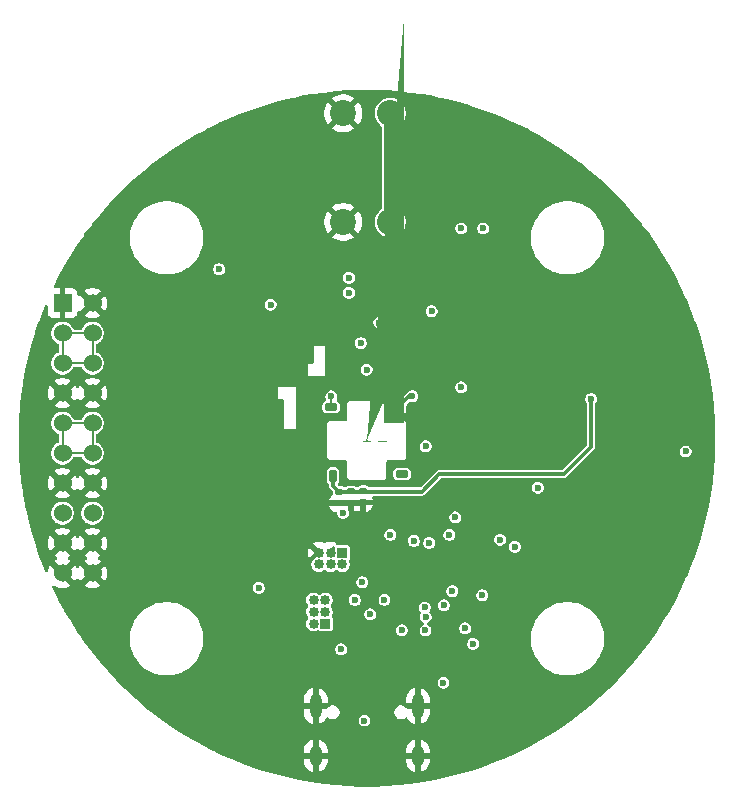
<source format=gbr>
%TF.GenerationSoftware,KiCad,Pcbnew,9.0.6*%
%TF.CreationDate,2026-01-16T14:34:07+00:00*%
%TF.ProjectId,mu,6d752e6b-6963-4616-945f-706362585858,rev?*%
%TF.SameCoordinates,Original*%
%TF.FileFunction,Copper,L1,Top*%
%TF.FilePolarity,Positive*%
%FSLAX46Y46*%
G04 Gerber Fmt 4.6, Leading zero omitted, Abs format (unit mm)*
G04 Created by KiCad (PCBNEW 9.0.6) date 2026-01-16 14:34:07*
%MOMM*%
%LPD*%
G01*
G04 APERTURE LIST*
G04 Aperture macros list*
%AMRoundRect*
0 Rectangle with rounded corners*
0 $1 Rounding radius*
0 $2 $3 $4 $5 $6 $7 $8 $9 X,Y pos of 4 corners*
0 Add a 4 corners polygon primitive as box body*
4,1,4,$2,$3,$4,$5,$6,$7,$8,$9,$2,$3,0*
0 Add four circle primitives for the rounded corners*
1,1,$1+$1,$2,$3*
1,1,$1+$1,$4,$5*
1,1,$1+$1,$6,$7*
1,1,$1+$1,$8,$9*
0 Add four rect primitives between the rounded corners*
20,1,$1+$1,$2,$3,$4,$5,0*
20,1,$1+$1,$4,$5,$6,$7,0*
20,1,$1+$1,$6,$7,$8,$9,0*
20,1,$1+$1,$8,$9,$2,$3,0*%
%AMFreePoly0*
4,1,260,1.343000,3.149050,1.349000,3.149050,1.349016,3.149047,1.355012,3.147048,1.361016,3.146047,1.379026,3.140043,1.384026,3.137043,1.390026,3.134043,1.395028,3.131042,1.401028,3.127042,1.406031,3.123039,1.410031,3.119039,1.415031,3.115039,1.415039,3.115031,1.419039,3.110031,1.423039,3.106031,1.427042,3.101028,1.431043,3.095026,1.434043,3.090026,1.437043,3.084026,
1.440043,3.079026,1.446049,3.061008,1.447048,3.055012,1.449047,3.049016,1.449050,3.049000,1.449050,3.043000,1.450050,3.036000,1.450050,1.450050,3.046000,1.450050,3.046010,1.450049,3.051005,1.449050,3.057000,1.449050,3.063008,1.448049,3.063019,1.448046,3.068014,1.446048,3.074008,1.445049,3.074019,1.445046,3.079022,1.443045,3.085022,1.440045,3.085021,1.440044,
3.090026,1.438043,3.105026,1.429043,3.105035,1.429035,3.109028,1.425041,3.114026,1.422043,3.122035,1.414035,3.122043,1.414026,3.125041,1.409028,3.129035,1.405035,3.129043,1.405026,3.138043,1.390026,3.140045,1.385022,3.143046,1.379019,3.145046,1.374019,3.145049,1.374008,3.146048,1.368014,3.148046,1.363019,3.148049,1.363008,3.149050,1.357000,3.149050,1.351005,
3.150049,1.346010,3.150050,1.346000,3.150050,-1.336000,3.149050,-1.343000,3.149050,-1.349000,3.149047,-1.349016,3.147048,-1.355012,3.146047,-1.361016,3.140043,-1.379026,3.137043,-1.384026,3.134043,-1.390026,3.131042,-1.395028,3.127042,-1.401028,3.123039,-1.406031,3.119039,-1.410031,3.115039,-1.415031,3.115031,-1.415039,3.110031,-1.419039,3.106031,-1.423039,3.101028,-1.427042,
3.095026,-1.431043,3.090026,-1.434043,3.084026,-1.437043,3.079026,-1.440043,3.061008,-1.446049,3.055012,-1.447048,3.049016,-1.449047,3.049000,-1.449050,3.043000,-1.449050,3.036000,-1.450050,1.450050,-1.450050,1.450050,-3.046000,1.450049,-3.046010,1.449050,-3.051005,1.449050,-3.057000,1.448049,-3.063008,1.448046,-3.063019,1.446048,-3.068014,1.445049,-3.074008,1.445046,-3.074019,
1.443045,-3.079022,1.440045,-3.085022,1.438043,-3.090026,1.429043,-3.105026,1.429035,-3.105035,1.425041,-3.109028,1.422043,-3.114026,1.414035,-3.122035,1.414026,-3.122043,1.409028,-3.125041,1.405035,-3.129035,1.405026,-3.129043,1.390026,-3.138043,1.385021,-3.140044,1.385022,-3.140045,1.379019,-3.143046,1.374019,-3.145046,1.374008,-3.145049,1.368014,-3.146048,1.363019,-3.148046,
1.363008,-3.148049,1.357000,-3.149050,1.351005,-3.149050,1.346010,-3.150049,1.346000,-3.150050,-1.346000,-3.150050,-1.346010,-3.150049,-1.351005,-3.149050,-1.357000,-3.149050,-1.363008,-3.148049,-1.363019,-3.148046,-1.368014,-3.146048,-1.374008,-3.145049,-1.374019,-3.145046,-1.379022,-3.143045,-1.385022,-3.140045,-1.385021,-3.140044,-1.390026,-3.138043,-1.405026,-3.129043,-1.405035,-3.129035,
-1.409028,-3.125041,-1.414026,-3.122043,-1.422035,-3.114035,-1.422043,-3.114026,-1.425041,-3.109028,-1.429035,-3.105035,-1.429043,-3.105026,-1.438043,-3.090026,-1.440045,-3.085022,-1.443046,-3.079019,-1.445046,-3.074019,-1.445049,-3.074008,-1.446048,-3.068014,-1.448046,-3.063019,-1.448049,-3.063008,-1.449050,-3.057000,-1.449050,-3.051005,-1.450049,-3.046010,-1.450050,-3.046000,-1.450050,-1.450050,
-3.027000,-1.450050,-3.034008,-1.449049,-3.040008,-1.448049,-3.040007,-1.448048,-3.054007,-1.446049,-3.054016,-1.446047,-3.060020,-1.444046,-3.067020,-1.441046,-3.067019,-1.441045,-3.073022,-1.439045,-3.085028,-1.433042,-3.091028,-1.429042,-3.096027,-1.425041,-3.096028,-1.425042,-3.102028,-1.421042,-3.107031,-1.417039,-3.117039,-1.407031,-3.121042,-1.402028,-3.125042,-1.396028,-3.125041,-1.396027,
-3.129042,-1.391028,-3.133042,-1.385028,-3.139045,-1.373022,-3.141046,-1.367020,-3.144047,-1.360016,-3.146047,-1.354016,-3.148049,-1.340008,-3.149049,-1.334007,-3.150050,-1.327000,-3.150050,1.346000,-3.150049,1.346010,-3.149050,1.351005,-3.149050,1.357000,-3.148049,1.363008,-3.148046,1.363019,-3.146048,1.368014,-3.145049,1.374008,-3.145046,1.374019,-3.143045,1.379022,-3.140045,1.385022,
-3.138043,1.390026,-3.129043,1.405026,-3.129035,1.405035,-3.125041,1.409028,-3.122043,1.414026,-3.114035,1.422035,-3.114026,1.422043,-3.109028,1.425041,-3.105035,1.429035,-3.105026,1.429043,-3.090026,1.438043,-3.085021,1.440044,-3.085022,1.440045,-3.079019,1.443046,-3.074019,1.445046,-3.074008,1.445049,-3.068014,1.446048,-3.063019,1.448046,-3.063008,1.448049,-3.057000,1.449050,
-3.051005,1.449050,-3.046010,1.450049,-3.046000,1.450050,-1.450050,1.450050,-1.450050,3.046000,-1.450049,3.046010,-1.449050,3.051005,-1.449050,3.057000,-1.448049,3.063008,-1.448046,3.063019,-1.446048,3.068014,-1.445049,3.074008,-1.445046,3.074019,-1.443045,3.079022,-1.440045,3.085022,-1.438043,3.090026,-1.429043,3.105026,-1.429035,3.105035,-1.425041,3.109028,-1.422043,3.114026,
-1.414035,3.122035,-1.414026,3.122043,-1.409028,3.125041,-1.405035,3.129035,-1.405026,3.129043,-1.390026,3.138043,-1.385021,3.140044,-1.385022,3.140045,-1.379019,3.143046,-1.374019,3.145046,-1.374008,3.145049,-1.368014,3.146048,-1.363019,3.148046,-1.363008,3.148049,-1.357000,3.149050,-1.351005,3.149050,-1.346010,3.150049,-1.346000,3.150050,1.336000,3.150050,1.343000,3.149050,
1.343000,3.149050,$1*%
G04 Aperture macros list end*
%TA.AperFunction,SMDPad,CuDef*%
%ADD10FreePoly0,180.000000*%
%TD*%
%TA.AperFunction,SMDPad,CuDef*%
%ADD11RoundRect,0.150000X0.400000X0.150000X-0.400000X0.150000X-0.400000X-0.150000X0.400000X-0.150000X0*%
%TD*%
%TA.AperFunction,SMDPad,CuDef*%
%ADD12RoundRect,0.150000X0.150000X0.400000X-0.150000X0.400000X-0.150000X-0.400000X0.150000X-0.400000X0*%
%TD*%
%TA.AperFunction,HeatsinkPad*%
%ADD13O,1.000000X2.100000*%
%TD*%
%TA.AperFunction,HeatsinkPad*%
%ADD14O,1.000000X1.800000*%
%TD*%
%TA.AperFunction,SMDPad,CuDef*%
%ADD15RoundRect,0.140000X0.170000X-0.140000X0.170000X0.140000X-0.170000X0.140000X-0.170000X-0.140000X0*%
%TD*%
%TA.AperFunction,ComponentPad*%
%ADD16R,0.850000X0.850000*%
%TD*%
%TA.AperFunction,ComponentPad*%
%ADD17C,0.850000*%
%TD*%
%TA.AperFunction,ComponentPad*%
%ADD18C,2.200000*%
%TD*%
%TA.AperFunction,ComponentPad*%
%ADD19R,1.524000X1.524000*%
%TD*%
%TA.AperFunction,ComponentPad*%
%ADD20C,1.524000*%
%TD*%
%TA.AperFunction,ViaPad*%
%ADD21C,0.600000*%
%TD*%
%TA.AperFunction,Conductor*%
%ADD22C,0.300000*%
%TD*%
%TA.AperFunction,Conductor*%
%ADD23C,0.200000*%
%TD*%
%TA.AperFunction,Conductor*%
%ADD24C,1.000000*%
%TD*%
G04 APERTURE END LIST*
D10*
%TO.P,U3,5,EP*%
%TO.N,unconnected-(U3-EP-Pad5)*%
X156500000Y-78500000D03*
D11*
%TO.P,U3,4*%
%TO.N,N/C*%
X159500000Y-81350000D03*
D12*
%TO.P,U3,3*%
%TO.N,HV*%
X153650000Y-81500000D03*
D11*
%TO.P,U3,2*%
%TO.N,Net-(U6-NONIINVERTINGINPUT)*%
X153500000Y-75650000D03*
D12*
%TO.P,U3,1*%
%TO.N,2.5V_Ref*%
X159350000Y-75500000D03*
%TD*%
D13*
%TO.P,J1,S1,SHIELD*%
%TO.N,GND*%
X152191326Y-100983399D03*
D14*
X152191326Y-105183399D03*
D13*
X160831326Y-100983399D03*
D14*
X160831326Y-105183399D03*
%TD*%
D15*
%TO.P,C1,1*%
%TO.N,GND*%
X156222238Y-83748531D03*
%TO.P,C1,2*%
%TO.N,HV*%
X156222238Y-82788531D03*
%TD*%
D16*
%TO.P,J2,1,Pin_1*%
%TO.N,CAN_-*%
X153000000Y-94000000D03*
D17*
%TO.P,J2,2,Pin_2*%
%TO.N,CAN_+*%
X152000000Y-94000000D03*
%TO.P,J2,3,Pin_3*%
%TO.N,PA-*%
X153000000Y-93000000D03*
%TO.P,J2,4,Pin_4*%
%TO.N,PA+*%
X152000000Y-93000000D03*
%TO.P,J2,5,Pin_5*%
%TO.N,USB_D-*%
X153000000Y-92000000D03*
%TO.P,J2,6,Pin_6*%
%TO.N,USB_D+*%
X152000000Y-92000000D03*
%TD*%
D15*
%TO.P,C2,1*%
%TO.N,GND*%
X155180631Y-83760105D03*
%TO.P,C2,2*%
%TO.N,HV*%
X155180631Y-82800105D03*
%TD*%
%TO.P,C3,1*%
%TO.N,GND*%
X154139024Y-83783252D03*
%TO.P,C3,2*%
%TO.N,HV*%
X154139024Y-82823252D03*
%TD*%
D16*
%TO.P,J3,1,Pin_1*%
%TO.N,NRST*%
X154437712Y-88000000D03*
D17*
%TO.P,J3,2,Pin_2*%
%TO.N,SWDIO*%
X154437712Y-89000000D03*
%TO.P,J3,3,Pin_3*%
%TO.N,GND*%
X153437712Y-88000000D03*
%TO.P,J3,4,Pin_4*%
%TO.N,SWCLK*%
X153437712Y-89000000D03*
%TO.P,J3,5,Pin_5*%
%TO.N,GND*%
X152437712Y-88000000D03*
%TO.P,J3,6,Pin_6*%
%TO.N,3.3V_Dig*%
X152437712Y-89000000D03*
%TD*%
D18*
%TO.P,J4,1,1_1*%
%TO.N,VBAT_Local*%
X158500001Y-50799998D03*
%TO.P,J4,2,1_2*%
X158500001Y-60000000D03*
%TO.P,J4,3,2_1*%
%TO.N,GND*%
X154500000Y-50799998D03*
%TO.P,J4,4,2_2*%
X154500000Y-60000000D03*
%TD*%
D19*
%TO.P,J5,01,01*%
%TO.N,GND*%
X130744815Y-66879292D03*
D20*
%TO.P,J5,02,02*%
X133284815Y-66879292D03*
%TO.P,J5,03,03*%
%TO.N,unconnected-(J5-Pad03)*%
X130744815Y-69419292D03*
%TO.P,J5,04,04*%
X133284815Y-69419292D03*
%TO.P,J5,05,05*%
X130744815Y-71959292D03*
%TO.P,J5,06,06*%
X133284815Y-71959292D03*
%TO.P,J5,07,07*%
%TO.N,GND*%
X130744815Y-74499292D03*
%TO.P,J5,08,08*%
X133284815Y-74499292D03*
%TO.P,J5,09,09*%
%TO.N,unconnected-(J5-Pad09)*%
X130744815Y-77039292D03*
%TO.P,J5,10,10*%
X133284815Y-77039292D03*
%TO.P,J5,11,11*%
X130744815Y-79579292D03*
%TO.P,J5,12,12*%
X133284815Y-79579292D03*
%TO.P,J5,13,13*%
%TO.N,GND*%
X130744815Y-82119292D03*
%TO.P,J5,14,14*%
X133284815Y-82119292D03*
%TO.P,J5,15,15*%
%TO.N,CAN_o-*%
X130744815Y-84659292D03*
%TO.P,J5,16,16*%
%TO.N,CAN_o+*%
X133284815Y-84659292D03*
%TO.P,J5,17,17*%
%TO.N,GND*%
X130744815Y-87199292D03*
%TO.P,J5,18,18*%
X133284815Y-87199292D03*
%TO.P,J5,19,19*%
X130744815Y-89739292D03*
%TO.P,J5,20,20*%
X133284815Y-89739292D03*
%TD*%
D21*
%TO.N,GND*%
X152000000Y-79000000D03*
X164000000Y-80000000D03*
X157285388Y-83479799D03*
%TO.N,2.5V_Ref*%
X160356358Y-74750143D03*
%TO.N,Net-(U6-NONIINVERTINGINPUT)*%
X153509908Y-74764117D03*
%TO.N,SWCLK*%
X156123529Y-90500000D03*
%TO.N,GND*%
X149585899Y-63595000D03*
X147000000Y-71000000D03*
X183000000Y-75932000D03*
X177024000Y-76452000D03*
X165299118Y-91500000D03*
X148500000Y-91000000D03*
X158500000Y-88500000D03*
X154000000Y-64500000D03*
X145000000Y-96000000D03*
X149371899Y-85596400D03*
X156331326Y-93871199D03*
X164187598Y-97500000D03*
X153500000Y-95500000D03*
X150500000Y-60000000D03*
X141000000Y-82000000D03*
X170500000Y-67000000D03*
X155000000Y-72000000D03*
X159500000Y-63000000D03*
X146575000Y-59356000D03*
X161331326Y-98683399D03*
X157600000Y-86589000D03*
X163500000Y-82500000D03*
X166000000Y-93500000D03*
X163125001Y-67549999D03*
X153640474Y-67263078D03*
X159625001Y-65549999D03*
X151831326Y-98683399D03*
X151000000Y-71500000D03*
X147000000Y-69500000D03*
X152000000Y-83000000D03*
X153500000Y-86622918D03*
X156224124Y-98579806D03*
X179500000Y-75932000D03*
X164305564Y-93596965D03*
X150000000Y-96000000D03*
X152000000Y-76000000D03*
X170500000Y-76500000D03*
X155540000Y-68750000D03*
X144600000Y-65000000D03*
X162000000Y-99000000D03*
X163125001Y-63549999D03*
X160449429Y-94364214D03*
X183500000Y-82428000D03*
X161023117Y-69998537D03*
X158385149Y-93500000D03*
X154331326Y-97683399D03*
X161023117Y-69998537D03*
X157253371Y-101598754D03*
X154500000Y-55500000D03*
X148595000Y-62336000D03*
X141000000Y-88500000D03*
X161000000Y-88500000D03*
X162805597Y-94089000D03*
X157831326Y-98683399D03*
X184000000Y-72952000D03*
X159371899Y-72500000D03*
X149500000Y-66000000D03*
X139000000Y-85450000D03*
X147000000Y-74500000D03*
X177524000Y-72952000D03*
%TO.N,3.3V_Dig*%
X161500000Y-79000000D03*
X163000000Y-99000000D03*
X147365000Y-90975598D03*
X171000000Y-82500000D03*
X161474999Y-94579000D03*
X162000000Y-67549999D03*
X156000000Y-70250000D03*
X166293225Y-91600756D03*
X159474999Y-94579000D03*
%TO.N,HV*%
X175500000Y-75000000D03*
%TO.N,5V*%
X183500000Y-79432000D03*
X164500000Y-74000000D03*
X148371899Y-67000000D03*
X156500000Y-72500000D03*
%TO.N,Latch_Out*%
X157570896Y-68515098D03*
X161784995Y-87170905D03*
%TO.N,VBAT_Local*%
X144000000Y-64000000D03*
X164500000Y-60549999D03*
%TO.N,NRST*%
X158500000Y-86500000D03*
%TO.N,VBUS_RAW*%
X156308094Y-102208399D03*
X154500000Y-84622918D03*
X154331326Y-96183399D03*
X166350001Y-60549999D03*
%TO.N,Latch_Rst*%
X160500000Y-87000000D03*
X158082944Y-67900434D03*
%TO.N,SPI_CS_FLASH*%
X169053800Y-87500000D03*
X163500000Y-86500000D03*
%TO.N,SPI_MISO*%
X164829415Y-94399782D03*
X163041065Y-92458935D03*
%TO.N,SPI_MOSI*%
X167796073Y-86899146D03*
X158500000Y-66000000D03*
%TO.N,SWDIO*%
X158000000Y-92000000D03*
%TO.N,SPI_SCK*%
X161498037Y-93432911D03*
X163750000Y-91250000D03*
X155000000Y-66000000D03*
%TO.N,SPI_CS_DAC*%
X164000000Y-85000000D03*
X155000000Y-64730000D03*
%TO.N,SPI_CS_BMP*%
X161416970Y-92637029D03*
X165500000Y-95718702D03*
%TO.N,USB_D+*%
X155500000Y-92000000D03*
%TO.N,USB_D-*%
X156789874Y-93215655D03*
%TD*%
D22*
%TO.N,2.5V_Ref*%
X160356358Y-74750143D02*
X160099857Y-74750143D01*
X160099857Y-74750143D02*
X159350000Y-75500000D01*
%TO.N,HV*%
X154139024Y-82823252D02*
X154123252Y-82823252D01*
X154123252Y-82823252D02*
X153650000Y-82350000D01*
X153650000Y-82350000D02*
X153650000Y-81500000D01*
X175500000Y-75000000D02*
X175500000Y-79020000D01*
X175500000Y-79020000D02*
X173170000Y-81350000D01*
X161176748Y-82823252D02*
X154139024Y-82823252D01*
X173170000Y-81350000D02*
X162650000Y-81350000D01*
X162650000Y-81350000D02*
X161176748Y-82823252D01*
D23*
%TO.N,unconnected-(J5-Pad09)*%
X133284815Y-79579292D02*
X130744815Y-79579292D01*
X133284815Y-79579292D02*
X133284815Y-77039292D01*
X130744815Y-79579292D02*
X130744815Y-77039292D01*
X133284815Y-77039292D02*
X130744815Y-77039292D01*
%TO.N,unconnected-(J5-Pad03)*%
X133284815Y-71959292D02*
X133284815Y-69419292D01*
X130744815Y-71959292D02*
X130744815Y-69419292D01*
X133284815Y-71959292D02*
X130744815Y-71959292D01*
X133284815Y-69419292D02*
X130744815Y-69419292D01*
%TO.N,GND*%
X157500000Y-86500000D02*
X157681842Y-86500000D01*
D24*
%TO.N,VBAT_Local*%
X158500000Y-50739700D02*
X158500000Y-60260300D01*
D23*
%TO.N,Net-(U6-NONIINVERTINGINPUT)*%
X153509908Y-74764117D02*
X153500000Y-74774025D01*
X153500000Y-74774025D02*
X153500000Y-75650000D01*
%TD*%
%TA.AperFunction,Conductor*%
%TO.N,GND*%
G36*
X153731546Y-87455126D02*
G01*
X153787479Y-87496998D01*
X153811896Y-87562462D01*
X153812212Y-87571308D01*
X153812212Y-87927691D01*
X153803567Y-87957128D01*
X153797044Y-87987119D01*
X153793288Y-87992135D01*
X153792527Y-87994730D01*
X153775893Y-88015373D01*
X153702169Y-88089096D01*
X153662414Y-88110802D01*
X153687712Y-88049728D01*
X153687712Y-87950272D01*
X153649652Y-87858386D01*
X153579326Y-87788060D01*
X153487440Y-87750000D01*
X153387984Y-87750000D01*
X153321671Y-87777467D01*
X153348616Y-87735542D01*
X153600531Y-87483627D01*
X153661854Y-87450142D01*
X153731546Y-87455126D01*
G37*
%TD.AperFunction*%
%TA.AperFunction,Conductor*%
G36*
X157055250Y-48814364D02*
G01*
X158103235Y-48851794D01*
X158107648Y-48852030D01*
X159153660Y-48926843D01*
X159157966Y-48927228D01*
X160200698Y-49039333D01*
X160205054Y-49039880D01*
X161243045Y-49189121D01*
X161247388Y-49189824D01*
X162279424Y-49376025D01*
X162283725Y-49376881D01*
X163308426Y-49599791D01*
X163312709Y-49600803D01*
X164328816Y-49860149D01*
X164333033Y-49861306D01*
X165208575Y-50118388D01*
X165339241Y-50156755D01*
X165343467Y-50158078D01*
X166338455Y-50489242D01*
X166342557Y-50490688D01*
X167325190Y-50857192D01*
X167329232Y-50858782D01*
X167922525Y-51104532D01*
X168298099Y-51260100D01*
X168302157Y-51261867D01*
X169256005Y-51697475D01*
X169259999Y-51699385D01*
X170197755Y-52168792D01*
X170201677Y-52170844D01*
X171122046Y-52673403D01*
X171125859Y-52675574D01*
X171579626Y-52944807D01*
X172027766Y-53210701D01*
X172031531Y-53213028D01*
X172913672Y-53779945D01*
X172917353Y-53782404D01*
X173280763Y-54034723D01*
X173778768Y-54380494D01*
X173782320Y-54383056D01*
X174475255Y-54901781D01*
X174621806Y-55011488D01*
X174625302Y-55014203D01*
X175441835Y-55672207D01*
X175445232Y-55675046D01*
X176237746Y-56361763D01*
X176241039Y-56364721D01*
X177008548Y-57079297D01*
X177011733Y-57082371D01*
X177753217Y-57823855D01*
X177756291Y-57827040D01*
X178470867Y-58594549D01*
X178473825Y-58597842D01*
X179160542Y-59390356D01*
X179163381Y-59393753D01*
X179821385Y-60210286D01*
X179824100Y-60213782D01*
X180026463Y-60484107D01*
X180450458Y-61050498D01*
X180452518Y-61053249D01*
X180455101Y-61056831D01*
X180555345Y-61201210D01*
X181053184Y-61918235D01*
X181055643Y-61921916D01*
X181622560Y-62804057D01*
X181624887Y-62807822D01*
X182160004Y-63709712D01*
X182162194Y-63713559D01*
X182664744Y-64633911D01*
X182666796Y-64637833D01*
X183136203Y-65575589D01*
X183138113Y-65579583D01*
X183573721Y-66533431D01*
X183575488Y-66537489D01*
X183828991Y-67149499D01*
X183974380Y-67500500D01*
X183976790Y-67506317D01*
X183978407Y-67510427D01*
X184328773Y-68449793D01*
X184344887Y-68492995D01*
X184346359Y-68497170D01*
X184677510Y-69492123D01*
X184678833Y-69496347D01*
X184974275Y-70502529D01*
X184975446Y-70506798D01*
X185234782Y-71522867D01*
X185235800Y-71527175D01*
X185458703Y-72551843D01*
X185459567Y-72556184D01*
X185645761Y-73588187D01*
X185646469Y-73592557D01*
X185795705Y-74630516D01*
X185796257Y-74634908D01*
X185908355Y-75677571D01*
X185908749Y-75681980D01*
X185983557Y-76727936D01*
X185983794Y-76732356D01*
X186021224Y-77780338D01*
X186021303Y-77784764D01*
X186021303Y-78833409D01*
X186021224Y-78837835D01*
X185983794Y-79885817D01*
X185983557Y-79890237D01*
X185908749Y-80936193D01*
X185908355Y-80940602D01*
X185796257Y-81983265D01*
X185795705Y-81987657D01*
X185646469Y-83025616D01*
X185645761Y-83029986D01*
X185459567Y-84061989D01*
X185458703Y-84066330D01*
X185235800Y-85090998D01*
X185234782Y-85095306D01*
X184975446Y-86111375D01*
X184974275Y-86115644D01*
X184678833Y-87121826D01*
X184677510Y-87126050D01*
X184346359Y-88121003D01*
X184344887Y-88125178D01*
X183978411Y-89107737D01*
X183976790Y-89111856D01*
X183575488Y-90080684D01*
X183573721Y-90084742D01*
X183138113Y-91038590D01*
X183136203Y-91042584D01*
X182666796Y-91980340D01*
X182664744Y-91984262D01*
X182162194Y-92904614D01*
X182160004Y-92908461D01*
X181624887Y-93810351D01*
X181622560Y-93814116D01*
X181055643Y-94696257D01*
X181053184Y-94699938D01*
X180455107Y-95561334D01*
X180452518Y-95564924D01*
X179824100Y-96404391D01*
X179821385Y-96407887D01*
X179163381Y-97224420D01*
X179160542Y-97227817D01*
X178473825Y-98020331D01*
X178470867Y-98023624D01*
X177756291Y-98791133D01*
X177753217Y-98794318D01*
X177011733Y-99535802D01*
X177008548Y-99538876D01*
X176241039Y-100253452D01*
X176237746Y-100256410D01*
X175445232Y-100943127D01*
X175441835Y-100945966D01*
X174625302Y-101603970D01*
X174621806Y-101606685D01*
X173782339Y-102235103D01*
X173778749Y-102237692D01*
X172917353Y-102835769D01*
X172913672Y-102838228D01*
X172031531Y-103405145D01*
X172027766Y-103407472D01*
X171125876Y-103942589D01*
X171122029Y-103944779D01*
X170201677Y-104447329D01*
X170197755Y-104449381D01*
X169259999Y-104918788D01*
X169256005Y-104920698D01*
X168302157Y-105356306D01*
X168298099Y-105358073D01*
X167329271Y-105759375D01*
X167325152Y-105760996D01*
X166342593Y-106127472D01*
X166338418Y-106128944D01*
X165343465Y-106460095D01*
X165339241Y-106461418D01*
X164333059Y-106756860D01*
X164328790Y-106758031D01*
X163312721Y-107017367D01*
X163308413Y-107018385D01*
X162283745Y-107241288D01*
X162279404Y-107242152D01*
X161247401Y-107428346D01*
X161243031Y-107429054D01*
X160205072Y-107578290D01*
X160200680Y-107578842D01*
X159158017Y-107690940D01*
X159153608Y-107691334D01*
X158107652Y-107766142D01*
X158103232Y-107766379D01*
X157055251Y-107803809D01*
X157050825Y-107803888D01*
X156002179Y-107803888D01*
X155997753Y-107803809D01*
X154949771Y-107766379D01*
X154945351Y-107766142D01*
X153899395Y-107691334D01*
X153894986Y-107690940D01*
X152852323Y-107578842D01*
X152847931Y-107578290D01*
X151809972Y-107429054D01*
X151805602Y-107428346D01*
X150773599Y-107242152D01*
X150769258Y-107241288D01*
X149744590Y-107018385D01*
X149740282Y-107017367D01*
X148724213Y-106758031D01*
X148719944Y-106756860D01*
X147713762Y-106461418D01*
X147709538Y-106460095D01*
X146714585Y-106128944D01*
X146710410Y-106127472D01*
X146033722Y-105875080D01*
X145727842Y-105760992D01*
X145723742Y-105759378D01*
X145564458Y-105693401D01*
X145089333Y-105496598D01*
X144754904Y-105358073D01*
X144750846Y-105356306D01*
X143796998Y-104920698D01*
X143793004Y-104918788D01*
X143535119Y-104789700D01*
X143325761Y-104684903D01*
X151191326Y-104684903D01*
X151191326Y-104933399D01*
X151891326Y-104933399D01*
X151891326Y-105433399D01*
X151191326Y-105433399D01*
X151191326Y-105681894D01*
X151229753Y-105875080D01*
X151229756Y-105875092D01*
X151305133Y-106057070D01*
X151305140Y-106057083D01*
X151414574Y-106220861D01*
X151414577Y-106220865D01*
X151553859Y-106360147D01*
X151553863Y-106360150D01*
X151717641Y-106469584D01*
X151717654Y-106469591D01*
X151899634Y-106544968D01*
X151941326Y-106553261D01*
X151941326Y-105750387D01*
X151951266Y-105767604D01*
X152007121Y-105823459D01*
X152075530Y-105862955D01*
X152151830Y-105883399D01*
X152230822Y-105883399D01*
X152307122Y-105862955D01*
X152375531Y-105823459D01*
X152431386Y-105767604D01*
X152441326Y-105750387D01*
X152441326Y-106553261D01*
X152483016Y-106544968D01*
X152483018Y-106544968D01*
X152664997Y-106469591D01*
X152665010Y-106469584D01*
X152828788Y-106360150D01*
X152828792Y-106360147D01*
X152968074Y-106220865D01*
X152968077Y-106220861D01*
X153077511Y-106057083D01*
X153077518Y-106057070D01*
X153152895Y-105875092D01*
X153152898Y-105875080D01*
X153191325Y-105681894D01*
X153191326Y-105681891D01*
X153191326Y-105433399D01*
X152491326Y-105433399D01*
X152491326Y-104933399D01*
X153191326Y-104933399D01*
X153191326Y-104684907D01*
X153191325Y-104684903D01*
X159831326Y-104684903D01*
X159831326Y-104933399D01*
X160531326Y-104933399D01*
X160531326Y-105433399D01*
X159831326Y-105433399D01*
X159831326Y-105681894D01*
X159869753Y-105875080D01*
X159869756Y-105875092D01*
X159945133Y-106057070D01*
X159945140Y-106057083D01*
X160054574Y-106220861D01*
X160054577Y-106220865D01*
X160193859Y-106360147D01*
X160193863Y-106360150D01*
X160357641Y-106469584D01*
X160357654Y-106469591D01*
X160539634Y-106544968D01*
X160581326Y-106553261D01*
X160581326Y-105750387D01*
X160591266Y-105767604D01*
X160647121Y-105823459D01*
X160715530Y-105862955D01*
X160791830Y-105883399D01*
X160870822Y-105883399D01*
X160947122Y-105862955D01*
X161015531Y-105823459D01*
X161071386Y-105767604D01*
X161081326Y-105750387D01*
X161081326Y-106553261D01*
X161123016Y-106544968D01*
X161123018Y-106544968D01*
X161304997Y-106469591D01*
X161305010Y-106469584D01*
X161468788Y-106360150D01*
X161468792Y-106360147D01*
X161608074Y-106220865D01*
X161608077Y-106220861D01*
X161717511Y-106057083D01*
X161717518Y-106057070D01*
X161792895Y-105875092D01*
X161792898Y-105875080D01*
X161831325Y-105681894D01*
X161831326Y-105681891D01*
X161831326Y-105433399D01*
X161131326Y-105433399D01*
X161131326Y-104933399D01*
X161831326Y-104933399D01*
X161831326Y-104684907D01*
X161831325Y-104684903D01*
X161792898Y-104491717D01*
X161792895Y-104491705D01*
X161717518Y-104309727D01*
X161717511Y-104309714D01*
X161608077Y-104145936D01*
X161608074Y-104145932D01*
X161468792Y-104006650D01*
X161468788Y-104006647D01*
X161305010Y-103897213D01*
X161304997Y-103897206D01*
X161123017Y-103821828D01*
X161123009Y-103821826D01*
X161081326Y-103813534D01*
X161081326Y-104616410D01*
X161071386Y-104599194D01*
X161015531Y-104543339D01*
X160947122Y-104503843D01*
X160870822Y-104483399D01*
X160791830Y-104483399D01*
X160715530Y-104503843D01*
X160647121Y-104543339D01*
X160591266Y-104599194D01*
X160581326Y-104616410D01*
X160581326Y-103813535D01*
X160581325Y-103813534D01*
X160539642Y-103821826D01*
X160539634Y-103821828D01*
X160357654Y-103897206D01*
X160357641Y-103897213D01*
X160193863Y-104006647D01*
X160193859Y-104006650D01*
X160054577Y-104145932D01*
X160054574Y-104145936D01*
X159945140Y-104309714D01*
X159945133Y-104309727D01*
X159869756Y-104491705D01*
X159869753Y-104491717D01*
X159831326Y-104684903D01*
X153191325Y-104684903D01*
X153152898Y-104491717D01*
X153152895Y-104491705D01*
X153077518Y-104309727D01*
X153077511Y-104309714D01*
X152968077Y-104145936D01*
X152968074Y-104145932D01*
X152828792Y-104006650D01*
X152828788Y-104006647D01*
X152665010Y-103897213D01*
X152664997Y-103897206D01*
X152483017Y-103821828D01*
X152483009Y-103821826D01*
X152441326Y-103813534D01*
X152441326Y-104616410D01*
X152431386Y-104599194D01*
X152375531Y-104543339D01*
X152307122Y-104503843D01*
X152230822Y-104483399D01*
X152151830Y-104483399D01*
X152075530Y-104503843D01*
X152007121Y-104543339D01*
X151951266Y-104599194D01*
X151941326Y-104616410D01*
X151941326Y-103813535D01*
X151941325Y-103813534D01*
X151899642Y-103821826D01*
X151899634Y-103821828D01*
X151717654Y-103897206D01*
X151717641Y-103897213D01*
X151553863Y-104006647D01*
X151553859Y-104006650D01*
X151414577Y-104145932D01*
X151414574Y-104145936D01*
X151305140Y-104309714D01*
X151305133Y-104309727D01*
X151229756Y-104491705D01*
X151229753Y-104491717D01*
X151191326Y-104684903D01*
X143325761Y-104684903D01*
X142855248Y-104449381D01*
X142851326Y-104447329D01*
X141930974Y-103944779D01*
X141927127Y-103942589D01*
X141025237Y-103407472D01*
X141021472Y-103405145D01*
X140139331Y-102838228D01*
X140135650Y-102835769D01*
X139274254Y-102237692D01*
X139270664Y-102235103D01*
X139146970Y-102142507D01*
X138579367Y-101717604D01*
X138431197Y-101606685D01*
X138427701Y-101603970D01*
X138023928Y-101278589D01*
X137611168Y-100945966D01*
X137607771Y-100943127D01*
X137006969Y-100422529D01*
X136905843Y-100334903D01*
X151191326Y-100334903D01*
X151191326Y-100733399D01*
X151891326Y-100733399D01*
X151891326Y-101233399D01*
X151191326Y-101233399D01*
X151191326Y-101631894D01*
X151229753Y-101825080D01*
X151229756Y-101825092D01*
X151305133Y-102007070D01*
X151305140Y-102007083D01*
X151414574Y-102170861D01*
X151414577Y-102170865D01*
X151553859Y-102310147D01*
X151553863Y-102310150D01*
X151717641Y-102419584D01*
X151717654Y-102419591D01*
X151899634Y-102494968D01*
X151941326Y-102503261D01*
X151941326Y-101700387D01*
X151951266Y-101717604D01*
X152007121Y-101773459D01*
X152075530Y-101812955D01*
X152151830Y-101833399D01*
X152230822Y-101833399D01*
X152307122Y-101812955D01*
X152375531Y-101773459D01*
X152431386Y-101717604D01*
X152441326Y-101700387D01*
X152441326Y-102503261D01*
X152483016Y-102494968D01*
X152483018Y-102494968D01*
X152664997Y-102419591D01*
X152665010Y-102419584D01*
X152828788Y-102310150D01*
X152828792Y-102310147D01*
X152968074Y-102170865D01*
X152968077Y-102170861D01*
X152987023Y-102142507D01*
X155807594Y-102142507D01*
X155807594Y-102274291D01*
X155817202Y-102310150D01*
X155841702Y-102401586D01*
X155874648Y-102458649D01*
X155907594Y-102515713D01*
X156000780Y-102608899D01*
X156114908Y-102674791D01*
X156242202Y-102708899D01*
X156242204Y-102708899D01*
X156373984Y-102708899D01*
X156373986Y-102708899D01*
X156501280Y-102674791D01*
X156615408Y-102608899D01*
X156708594Y-102515713D01*
X156774486Y-102401585D01*
X156808594Y-102274291D01*
X156808594Y-102142507D01*
X156774486Y-102015213D01*
X156708594Y-101901085D01*
X156615408Y-101807899D01*
X156555756Y-101773459D01*
X156501281Y-101742007D01*
X156437633Y-101724953D01*
X156373986Y-101707899D01*
X156242202Y-101707899D01*
X156114906Y-101742007D01*
X156000780Y-101807899D01*
X156000777Y-101807901D01*
X155907596Y-101901082D01*
X155907594Y-101901085D01*
X155841702Y-102015211D01*
X155807594Y-102142507D01*
X152987023Y-102142507D01*
X153077507Y-102007089D01*
X153080363Y-102001745D01*
X153129319Y-101951894D01*
X153197454Y-101936424D01*
X153263137Y-101960246D01*
X153265221Y-101961811D01*
X153267958Y-101963911D01*
X153267961Y-101963914D01*
X153399191Y-102039680D01*
X153545560Y-102078899D01*
X153545562Y-102078899D01*
X153697090Y-102078899D01*
X153697092Y-102078899D01*
X153843461Y-102039680D01*
X153974691Y-101963914D01*
X154081841Y-101856764D01*
X154157607Y-101725534D01*
X154196826Y-101579165D01*
X154196826Y-101427633D01*
X158825826Y-101427633D01*
X158825826Y-101579165D01*
X158832842Y-101605349D01*
X158865045Y-101725535D01*
X158902928Y-101791149D01*
X158940811Y-101856764D01*
X159047961Y-101963914D01*
X159179191Y-102039680D01*
X159325560Y-102078899D01*
X159325562Y-102078899D01*
X159477090Y-102078899D01*
X159477092Y-102078899D01*
X159623461Y-102039680D01*
X159754691Y-101963914D01*
X159754699Y-101963905D01*
X159757431Y-101961811D01*
X159760160Y-101960755D01*
X159761729Y-101959850D01*
X159761870Y-101960094D01*
X159822600Y-101936614D01*
X159891045Y-101950650D01*
X159941036Y-101999463D01*
X159942281Y-102001734D01*
X159945138Y-102007079D01*
X160054574Y-102170861D01*
X160054577Y-102170865D01*
X160193859Y-102310147D01*
X160193863Y-102310150D01*
X160357641Y-102419584D01*
X160357654Y-102419591D01*
X160539634Y-102494968D01*
X160581326Y-102503261D01*
X160581326Y-101700387D01*
X160591266Y-101717604D01*
X160647121Y-101773459D01*
X160715530Y-101812955D01*
X160791830Y-101833399D01*
X160870822Y-101833399D01*
X160947122Y-101812955D01*
X161015531Y-101773459D01*
X161071386Y-101717604D01*
X161081326Y-101700387D01*
X161081326Y-102503261D01*
X161123016Y-102494968D01*
X161123018Y-102494968D01*
X161304997Y-102419591D01*
X161305010Y-102419584D01*
X161468788Y-102310150D01*
X161468792Y-102310147D01*
X161608074Y-102170865D01*
X161608077Y-102170861D01*
X161717511Y-102007083D01*
X161717518Y-102007070D01*
X161792895Y-101825092D01*
X161792898Y-101825080D01*
X161831325Y-101631894D01*
X161831326Y-101631891D01*
X161831326Y-101233399D01*
X161131326Y-101233399D01*
X161131326Y-100733399D01*
X161831326Y-100733399D01*
X161831326Y-100334907D01*
X161831325Y-100334903D01*
X161792898Y-100141717D01*
X161792895Y-100141705D01*
X161717518Y-99959727D01*
X161717511Y-99959714D01*
X161608077Y-99795936D01*
X161608074Y-99795932D01*
X161468792Y-99656650D01*
X161468788Y-99656647D01*
X161305010Y-99547213D01*
X161304997Y-99547206D01*
X161123017Y-99471828D01*
X161123009Y-99471826D01*
X161081326Y-99463534D01*
X161081326Y-100266410D01*
X161071386Y-100249194D01*
X161015531Y-100193339D01*
X160947122Y-100153843D01*
X160870822Y-100133399D01*
X160791830Y-100133399D01*
X160715530Y-100153843D01*
X160647121Y-100193339D01*
X160591266Y-100249194D01*
X160581326Y-100266410D01*
X160581326Y-99463535D01*
X160581325Y-99463534D01*
X160539642Y-99471826D01*
X160539634Y-99471828D01*
X160357654Y-99547206D01*
X160357641Y-99547213D01*
X160193863Y-99656647D01*
X160193859Y-99656650D01*
X160054577Y-99795932D01*
X160054574Y-99795936D01*
X159945140Y-99959714D01*
X159945133Y-99959727D01*
X159869756Y-100141705D01*
X159869753Y-100141717D01*
X159831326Y-100334903D01*
X159831326Y-100733399D01*
X160531326Y-100733399D01*
X160531326Y-101233399D01*
X159981563Y-101233399D01*
X159914524Y-101213714D01*
X159874176Y-101171399D01*
X159861841Y-101150034D01*
X159754691Y-101042884D01*
X159686064Y-101003262D01*
X159623462Y-100967118D01*
X159544520Y-100945966D01*
X159477092Y-100927899D01*
X159325560Y-100927899D01*
X159179189Y-100967118D01*
X159047961Y-101042884D01*
X159047958Y-101042886D01*
X158940813Y-101150031D01*
X158940811Y-101150034D01*
X158865045Y-101281262D01*
X158825826Y-101427633D01*
X154196826Y-101427633D01*
X154157607Y-101281264D01*
X154081841Y-101150034D01*
X153974691Y-101042884D01*
X153906064Y-101003262D01*
X153843462Y-100967118D01*
X153764520Y-100945966D01*
X153697092Y-100927899D01*
X153545560Y-100927899D01*
X153399189Y-100967118D01*
X153267961Y-101042884D01*
X153267958Y-101042886D01*
X153160813Y-101150031D01*
X153160809Y-101150037D01*
X153148476Y-101171399D01*
X153097909Y-101219615D01*
X153041089Y-101233399D01*
X152491326Y-101233399D01*
X152491326Y-100733399D01*
X153191326Y-100733399D01*
X153191326Y-100334907D01*
X153191325Y-100334903D01*
X153152898Y-100141717D01*
X153152895Y-100141705D01*
X153077518Y-99959727D01*
X153077511Y-99959714D01*
X152968077Y-99795936D01*
X152968074Y-99795932D01*
X152828792Y-99656650D01*
X152828788Y-99656647D01*
X152665010Y-99547213D01*
X152664997Y-99547206D01*
X152483017Y-99471828D01*
X152483009Y-99471826D01*
X152441326Y-99463534D01*
X152441326Y-100266410D01*
X152431386Y-100249194D01*
X152375531Y-100193339D01*
X152307122Y-100153843D01*
X152230822Y-100133399D01*
X152151830Y-100133399D01*
X152075530Y-100153843D01*
X152007121Y-100193339D01*
X151951266Y-100249194D01*
X151941326Y-100266410D01*
X151941326Y-99463535D01*
X151941325Y-99463534D01*
X151899642Y-99471826D01*
X151899634Y-99471828D01*
X151717654Y-99547206D01*
X151717641Y-99547213D01*
X151553863Y-99656647D01*
X151553859Y-99656650D01*
X151414577Y-99795932D01*
X151414574Y-99795936D01*
X151305140Y-99959714D01*
X151305133Y-99959727D01*
X151229756Y-100141705D01*
X151229753Y-100141717D01*
X151191326Y-100334903D01*
X136905843Y-100334903D01*
X136815257Y-100256410D01*
X136811964Y-100253452D01*
X136044455Y-99538876D01*
X136041270Y-99535802D01*
X135439576Y-98934108D01*
X162499500Y-98934108D01*
X162499500Y-99065891D01*
X162533608Y-99193187D01*
X162566554Y-99250250D01*
X162599500Y-99307314D01*
X162692686Y-99400500D01*
X162791521Y-99457563D01*
X162801865Y-99463535D01*
X162806814Y-99466392D01*
X162934108Y-99500500D01*
X162934110Y-99500500D01*
X163065890Y-99500500D01*
X163065892Y-99500500D01*
X163193186Y-99466392D01*
X163307314Y-99400500D01*
X163400500Y-99307314D01*
X163466392Y-99193186D01*
X163500500Y-99065892D01*
X163500500Y-98934108D01*
X163466392Y-98806814D01*
X163400500Y-98692686D01*
X163307314Y-98599500D01*
X163250250Y-98566554D01*
X163193187Y-98533608D01*
X163129539Y-98516554D01*
X163065892Y-98499500D01*
X162934108Y-98499500D01*
X162806812Y-98533608D01*
X162692686Y-98599500D01*
X162692683Y-98599502D01*
X162599502Y-98692683D01*
X162599500Y-98692686D01*
X162533608Y-98806812D01*
X162499500Y-98934108D01*
X135439576Y-98934108D01*
X135299786Y-98794318D01*
X135296712Y-98791133D01*
X134582136Y-98023624D01*
X134579178Y-98020331D01*
X133892461Y-97227817D01*
X133889622Y-97224420D01*
X133231618Y-96407887D01*
X133228903Y-96404391D01*
X133208088Y-96376585D01*
X132600471Y-95564905D01*
X132597909Y-95561353D01*
X132281422Y-95105525D01*
X136455439Y-95105525D01*
X136455439Y-95453774D01*
X136494428Y-95799808D01*
X136494430Y-95799820D01*
X136571921Y-96139334D01*
X136571924Y-96139342D01*
X136686938Y-96468032D01*
X136838031Y-96781780D01*
X137023310Y-97076649D01*
X137023311Y-97076651D01*
X137240426Y-97348906D01*
X137486682Y-97595162D01*
X137758937Y-97812277D01*
X137758940Y-97812278D01*
X137758942Y-97812280D01*
X138053806Y-97997556D01*
X138367560Y-98148652D01*
X138614427Y-98235034D01*
X138696246Y-98263664D01*
X138696254Y-98263667D01*
X138696257Y-98263667D01*
X138696258Y-98263668D01*
X139035768Y-98341159D01*
X139381815Y-98380149D01*
X139381816Y-98380150D01*
X139381819Y-98380150D01*
X139730062Y-98380150D01*
X139730062Y-98380149D01*
X140076110Y-98341159D01*
X140415620Y-98263668D01*
X140744318Y-98148652D01*
X141058072Y-97997556D01*
X141352936Y-97812280D01*
X141352940Y-97812277D01*
X141625195Y-97595162D01*
X141625197Y-97595159D01*
X141625202Y-97595156D01*
X141871445Y-97348913D01*
X141968016Y-97227817D01*
X142088566Y-97076651D01*
X142088567Y-97076649D01*
X142088569Y-97076647D01*
X142273845Y-96781783D01*
X142424941Y-96468029D01*
X142539957Y-96139331D01*
X142544938Y-96117507D01*
X153830826Y-96117507D01*
X153830826Y-96249290D01*
X153864934Y-96376586D01*
X153880988Y-96404391D01*
X153930826Y-96490713D01*
X154024012Y-96583899D01*
X154138140Y-96649791D01*
X154265434Y-96683899D01*
X154265436Y-96683899D01*
X154397216Y-96683899D01*
X154397218Y-96683899D01*
X154524512Y-96649791D01*
X154638640Y-96583899D01*
X154731826Y-96490713D01*
X154797718Y-96376585D01*
X154831826Y-96249291D01*
X154831826Y-96117507D01*
X154797718Y-95990213D01*
X154731826Y-95876085D01*
X154638640Y-95782899D01*
X154559370Y-95737132D01*
X154524513Y-95717007D01*
X154460865Y-95699953D01*
X154397218Y-95682899D01*
X154265434Y-95682899D01*
X154138138Y-95717007D01*
X154024012Y-95782899D01*
X154024009Y-95782901D01*
X153930828Y-95876082D01*
X153930826Y-95876085D01*
X153864934Y-95990211D01*
X153830826Y-96117507D01*
X142544938Y-96117507D01*
X142617448Y-95799821D01*
X142634012Y-95652810D01*
X164999500Y-95652810D01*
X164999500Y-95784593D01*
X165033608Y-95911889D01*
X165058217Y-95954512D01*
X165099500Y-96026016D01*
X165192686Y-96119202D01*
X165306814Y-96185094D01*
X165434108Y-96219202D01*
X165434110Y-96219202D01*
X165565890Y-96219202D01*
X165565892Y-96219202D01*
X165693186Y-96185094D01*
X165807314Y-96119202D01*
X165900500Y-96026016D01*
X165966392Y-95911888D01*
X166000500Y-95784594D01*
X166000500Y-95652810D01*
X165966392Y-95525516D01*
X165900500Y-95411388D01*
X165807314Y-95318202D01*
X165750250Y-95285256D01*
X165693187Y-95252310D01*
X165638510Y-95237659D01*
X165565892Y-95218202D01*
X165434108Y-95218202D01*
X165306812Y-95252310D01*
X165192686Y-95318202D01*
X165192683Y-95318204D01*
X165099502Y-95411385D01*
X165099500Y-95411388D01*
X165033608Y-95525514D01*
X164999500Y-95652810D01*
X142634012Y-95652810D01*
X142656439Y-95453770D01*
X142656439Y-95105530D01*
X142656438Y-95105525D01*
X170396565Y-95105525D01*
X170396565Y-95453774D01*
X170435554Y-95799808D01*
X170435556Y-95799820D01*
X170513047Y-96139334D01*
X170513050Y-96139342D01*
X170628064Y-96468032D01*
X170779157Y-96781780D01*
X170964436Y-97076649D01*
X170964437Y-97076651D01*
X171181552Y-97348906D01*
X171427808Y-97595162D01*
X171700063Y-97812277D01*
X171700066Y-97812278D01*
X171700068Y-97812280D01*
X171994932Y-97997556D01*
X172308686Y-98148652D01*
X172555553Y-98235034D01*
X172637372Y-98263664D01*
X172637380Y-98263667D01*
X172637383Y-98263667D01*
X172637384Y-98263668D01*
X172976894Y-98341159D01*
X173322941Y-98380149D01*
X173322942Y-98380150D01*
X173322945Y-98380150D01*
X173671188Y-98380150D01*
X173671188Y-98380149D01*
X174017236Y-98341159D01*
X174356746Y-98263668D01*
X174685444Y-98148652D01*
X174999198Y-97997556D01*
X175294062Y-97812280D01*
X175294066Y-97812277D01*
X175566321Y-97595162D01*
X175566323Y-97595159D01*
X175566328Y-97595156D01*
X175812571Y-97348913D01*
X175909142Y-97227817D01*
X176029692Y-97076651D01*
X176029693Y-97076649D01*
X176029695Y-97076647D01*
X176214971Y-96781783D01*
X176366067Y-96468029D01*
X176481083Y-96139331D01*
X176558574Y-95799821D01*
X176597565Y-95453770D01*
X176597565Y-95105530D01*
X176558574Y-94759479D01*
X176481083Y-94419969D01*
X176366067Y-94091271D01*
X176214971Y-93777517D01*
X176029695Y-93482653D01*
X176029693Y-93482650D01*
X176029692Y-93482648D01*
X175812577Y-93210393D01*
X175566321Y-92964137D01*
X175294066Y-92747022D01*
X175294064Y-92747021D01*
X174999195Y-92561742D01*
X174685447Y-92410649D01*
X174356757Y-92295635D01*
X174356749Y-92295632D01*
X174097799Y-92236529D01*
X174017236Y-92218141D01*
X174017232Y-92218140D01*
X174017223Y-92218139D01*
X173671189Y-92179150D01*
X173671185Y-92179150D01*
X173322945Y-92179150D01*
X173322940Y-92179150D01*
X172976906Y-92218139D01*
X172976894Y-92218141D01*
X172637380Y-92295632D01*
X172637372Y-92295635D01*
X172308682Y-92410649D01*
X171994934Y-92561742D01*
X171700065Y-92747021D01*
X171700063Y-92747022D01*
X171427808Y-92964137D01*
X171181552Y-93210393D01*
X170964437Y-93482648D01*
X170964436Y-93482650D01*
X170779157Y-93777519D01*
X170628064Y-94091267D01*
X170513050Y-94419957D01*
X170513047Y-94419965D01*
X170435556Y-94759479D01*
X170435554Y-94759491D01*
X170396565Y-95105525D01*
X142656438Y-95105525D01*
X142617448Y-94759479D01*
X142539957Y-94419969D01*
X142424941Y-94091271D01*
X142273845Y-93777517D01*
X142088569Y-93482653D01*
X142088567Y-93482650D01*
X142088566Y-93482648D01*
X141871451Y-93210393D01*
X141625195Y-92964137D01*
X141352940Y-92747022D01*
X141352938Y-92747021D01*
X141058069Y-92561742D01*
X140744321Y-92410649D01*
X140415631Y-92295635D01*
X140415623Y-92295632D01*
X140156673Y-92236529D01*
X140076110Y-92218141D01*
X140076106Y-92218140D01*
X140076097Y-92218139D01*
X139730063Y-92179150D01*
X139730059Y-92179150D01*
X139381819Y-92179150D01*
X139381814Y-92179150D01*
X139035780Y-92218139D01*
X139035768Y-92218141D01*
X138696254Y-92295632D01*
X138696246Y-92295635D01*
X138367556Y-92410649D01*
X138053808Y-92561742D01*
X137758939Y-92747021D01*
X137758937Y-92747022D01*
X137486682Y-92964137D01*
X137240426Y-93210393D01*
X137023311Y-93482648D01*
X137023310Y-93482650D01*
X136838031Y-93777519D01*
X136686938Y-94091267D01*
X136571924Y-94419957D01*
X136571921Y-94419965D01*
X136494430Y-94759479D01*
X136494428Y-94759491D01*
X136455439Y-95105525D01*
X132281422Y-95105525D01*
X132049982Y-94772187D01*
X131999819Y-94699938D01*
X131997360Y-94696257D01*
X131430443Y-93814116D01*
X131428116Y-93810351D01*
X131202709Y-93430448D01*
X130892989Y-92908444D01*
X130890809Y-92904614D01*
X130866139Y-92859435D01*
X130388251Y-91984248D01*
X130386207Y-91980340D01*
X130365208Y-91938389D01*
X151374500Y-91938389D01*
X151374500Y-92061610D01*
X151398535Y-92182444D01*
X151398538Y-92182454D01*
X151445687Y-92296283D01*
X151445692Y-92296292D01*
X151514141Y-92398732D01*
X151514144Y-92398736D01*
X151527727Y-92412319D01*
X151561212Y-92473642D01*
X151556228Y-92543334D01*
X151527727Y-92587681D01*
X151514144Y-92601263D01*
X151514141Y-92601267D01*
X151445692Y-92703707D01*
X151445687Y-92703716D01*
X151398538Y-92817545D01*
X151398535Y-92817555D01*
X151374500Y-92938389D01*
X151374500Y-93061610D01*
X151392035Y-93149765D01*
X151398537Y-93182452D01*
X151407246Y-93203477D01*
X151445687Y-93296283D01*
X151445692Y-93296292D01*
X151514141Y-93398732D01*
X151514144Y-93398736D01*
X151527727Y-93412319D01*
X151561212Y-93473642D01*
X151556228Y-93543334D01*
X151527727Y-93587681D01*
X151514144Y-93601263D01*
X151514141Y-93601267D01*
X151445692Y-93703707D01*
X151445687Y-93703716D01*
X151398538Y-93817545D01*
X151398535Y-93817555D01*
X151374500Y-93938389D01*
X151374500Y-94061610D01*
X151398535Y-94182444D01*
X151398538Y-94182454D01*
X151445687Y-94296283D01*
X151445692Y-94296292D01*
X151514141Y-94398732D01*
X151514144Y-94398736D01*
X151601263Y-94485855D01*
X151601267Y-94485858D01*
X151703707Y-94554307D01*
X151703713Y-94554310D01*
X151703714Y-94554311D01*
X151817548Y-94601463D01*
X151938389Y-94625499D01*
X151938393Y-94625500D01*
X151938394Y-94625500D01*
X152061607Y-94625500D01*
X152061608Y-94625499D01*
X152182452Y-94601463D01*
X152296286Y-94554311D01*
X152296285Y-94554311D01*
X152301914Y-94551980D01*
X152302805Y-94554132D01*
X152361074Y-94541997D01*
X152419272Y-94564294D01*
X152420293Y-94562767D01*
X152496769Y-94613867D01*
X152496770Y-94613868D01*
X152555247Y-94625499D01*
X152555250Y-94625500D01*
X152555252Y-94625500D01*
X153444750Y-94625500D01*
X153444751Y-94625499D01*
X153459568Y-94622552D01*
X153503229Y-94613868D01*
X153503229Y-94613867D01*
X153503231Y-94613867D01*
X153569552Y-94569552D01*
X153607267Y-94513108D01*
X158974499Y-94513108D01*
X158974499Y-94644891D01*
X159008607Y-94772187D01*
X159024828Y-94800282D01*
X159074499Y-94886314D01*
X159167685Y-94979500D01*
X159281813Y-95045392D01*
X159409107Y-95079500D01*
X159409109Y-95079500D01*
X159540889Y-95079500D01*
X159540891Y-95079500D01*
X159668185Y-95045392D01*
X159782313Y-94979500D01*
X159875499Y-94886314D01*
X159941391Y-94772186D01*
X159975499Y-94644892D01*
X159975499Y-94513108D01*
X159941391Y-94385814D01*
X159875499Y-94271686D01*
X159782313Y-94178500D01*
X159725249Y-94145554D01*
X159668186Y-94112608D01*
X159593021Y-94092468D01*
X159540891Y-94078500D01*
X159409107Y-94078500D01*
X159281811Y-94112608D01*
X159167685Y-94178500D01*
X159167682Y-94178502D01*
X159074501Y-94271683D01*
X159074499Y-94271686D01*
X159008607Y-94385812D01*
X158974499Y-94513108D01*
X153607267Y-94513108D01*
X153613867Y-94503231D01*
X153617323Y-94485858D01*
X153618332Y-94480788D01*
X153625500Y-94444747D01*
X153625500Y-93555249D01*
X153625499Y-93555247D01*
X153613868Y-93496770D01*
X153613867Y-93496769D01*
X153562767Y-93420293D01*
X153566458Y-93417826D01*
X153544432Y-93377489D01*
X153548059Y-93311625D01*
X153552104Y-93299587D01*
X153554311Y-93296286D01*
X153601463Y-93182452D01*
X153607965Y-93149763D01*
X156289374Y-93149763D01*
X156289374Y-93281547D01*
X156293323Y-93296286D01*
X156323482Y-93408842D01*
X156356428Y-93465905D01*
X156389374Y-93522969D01*
X156482560Y-93616155D01*
X156596688Y-93682047D01*
X156723982Y-93716155D01*
X156723984Y-93716155D01*
X156855764Y-93716155D01*
X156855766Y-93716155D01*
X156983060Y-93682047D01*
X157097188Y-93616155D01*
X157190374Y-93522969D01*
X157256266Y-93408841D01*
X157290374Y-93281547D01*
X157290374Y-93149763D01*
X157256266Y-93022469D01*
X157190374Y-92908341D01*
X157097188Y-92815155D01*
X157012479Y-92766248D01*
X156983061Y-92749263D01*
X156919413Y-92732209D01*
X156855766Y-92715155D01*
X156723982Y-92715155D01*
X156596686Y-92749263D01*
X156482560Y-92815155D01*
X156482557Y-92815157D01*
X156389376Y-92908338D01*
X156389374Y-92908341D01*
X156323482Y-93022467D01*
X156300121Y-93109655D01*
X156289374Y-93149763D01*
X153607965Y-93149763D01*
X153625500Y-93061606D01*
X153625500Y-92938394D01*
X153601463Y-92817548D01*
X153554311Y-92703714D01*
X153554310Y-92703713D01*
X153554307Y-92703707D01*
X153485858Y-92601267D01*
X153485855Y-92601263D01*
X153472273Y-92587681D01*
X153463239Y-92571137D01*
X160916470Y-92571137D01*
X160916470Y-92702921D01*
X160928287Y-92747022D01*
X160950578Y-92830216D01*
X160967448Y-92859435D01*
X161016470Y-92944343D01*
X161016472Y-92944345D01*
X161066927Y-92994800D01*
X161100412Y-93056123D01*
X161095428Y-93125815D01*
X161086633Y-93144481D01*
X161031646Y-93239721D01*
X161031646Y-93239722D01*
X161031646Y-93239723D01*
X161031645Y-93239725D01*
X161016490Y-93296286D01*
X160997537Y-93367019D01*
X160997537Y-93498802D01*
X161031645Y-93626098D01*
X161063947Y-93682046D01*
X161097537Y-93740225D01*
X161190723Y-93833411D01*
X161269117Y-93878672D01*
X161292586Y-93892222D01*
X161340802Y-93942789D01*
X161354024Y-94011396D01*
X161328056Y-94076261D01*
X161287822Y-94106761D01*
X161288852Y-94108544D01*
X161167685Y-94178500D01*
X161167682Y-94178502D01*
X161074501Y-94271683D01*
X161074499Y-94271686D01*
X161008607Y-94385812D01*
X160974499Y-94513108D01*
X160974499Y-94644891D01*
X161008607Y-94772187D01*
X161024828Y-94800282D01*
X161074499Y-94886314D01*
X161167685Y-94979500D01*
X161281813Y-95045392D01*
X161409107Y-95079500D01*
X161409109Y-95079500D01*
X161540889Y-95079500D01*
X161540891Y-95079500D01*
X161668185Y-95045392D01*
X161782313Y-94979500D01*
X161875499Y-94886314D01*
X161941391Y-94772186D01*
X161975499Y-94644892D01*
X161975499Y-94513108D01*
X161941391Y-94385814D01*
X161911413Y-94333890D01*
X164328915Y-94333890D01*
X164328915Y-94465674D01*
X164338978Y-94503230D01*
X164363023Y-94592969D01*
X164381805Y-94625499D01*
X164428915Y-94707096D01*
X164522101Y-94800282D01*
X164636229Y-94866174D01*
X164763523Y-94900282D01*
X164763525Y-94900282D01*
X164895305Y-94900282D01*
X164895307Y-94900282D01*
X165022601Y-94866174D01*
X165136729Y-94800282D01*
X165229915Y-94707096D01*
X165295807Y-94592968D01*
X165329915Y-94465674D01*
X165329915Y-94333890D01*
X165295807Y-94206596D01*
X165229915Y-94092468D01*
X165136729Y-93999282D01*
X165038881Y-93942789D01*
X165022602Y-93933390D01*
X164958954Y-93916336D01*
X164895307Y-93899282D01*
X164763523Y-93899282D01*
X164636227Y-93933390D01*
X164522101Y-93999282D01*
X164522098Y-93999284D01*
X164428917Y-94092465D01*
X164428915Y-94092468D01*
X164363023Y-94206594D01*
X164345583Y-94271683D01*
X164328915Y-94333890D01*
X161911413Y-94333890D01*
X161875499Y-94271686D01*
X161782313Y-94178500D01*
X161680448Y-94119688D01*
X161632233Y-94069120D01*
X161619011Y-94000513D01*
X161644979Y-93935649D01*
X161685216Y-93905155D01*
X161684184Y-93903367D01*
X161691259Y-93899282D01*
X161805351Y-93833411D01*
X161898537Y-93740225D01*
X161964429Y-93626097D01*
X161998537Y-93498803D01*
X161998537Y-93367019D01*
X161964429Y-93239725D01*
X161898537Y-93125597D01*
X161882595Y-93109655D01*
X161848078Y-93075137D01*
X161814594Y-93013814D01*
X161819579Y-92944122D01*
X161828374Y-92925456D01*
X161828449Y-92925327D01*
X161883362Y-92830215D01*
X161917470Y-92702921D01*
X161917470Y-92571137D01*
X161883362Y-92443843D01*
X161854033Y-92393043D01*
X162540565Y-92393043D01*
X162540565Y-92524826D01*
X162574673Y-92652122D01*
X162604001Y-92702919D01*
X162640565Y-92766249D01*
X162733751Y-92859435D01*
X162847879Y-92925327D01*
X162975173Y-92959435D01*
X162975175Y-92959435D01*
X163106955Y-92959435D01*
X163106957Y-92959435D01*
X163234251Y-92925327D01*
X163348379Y-92859435D01*
X163441565Y-92766249D01*
X163507457Y-92652121D01*
X163541565Y-92524827D01*
X163541565Y-92393043D01*
X163507457Y-92265749D01*
X163441565Y-92151621D01*
X163348379Y-92058435D01*
X163291315Y-92025489D01*
X163234252Y-91992543D01*
X163170604Y-91975489D01*
X163106957Y-91958435D01*
X162975173Y-91958435D01*
X162847877Y-91992543D01*
X162733751Y-92058435D01*
X162733748Y-92058437D01*
X162640567Y-92151618D01*
X162640565Y-92151621D01*
X162574673Y-92265747D01*
X162540565Y-92393043D01*
X161854033Y-92393043D01*
X161817470Y-92329715D01*
X161724284Y-92236529D01*
X161630624Y-92182454D01*
X161610157Y-92170637D01*
X161539175Y-92151618D01*
X161482862Y-92136529D01*
X161351078Y-92136529D01*
X161223782Y-92170637D01*
X161109656Y-92236529D01*
X161109653Y-92236531D01*
X161016472Y-92329712D01*
X161016470Y-92329715D01*
X160950578Y-92443841D01*
X160928468Y-92526358D01*
X160916470Y-92571137D01*
X153463239Y-92571137D01*
X153438788Y-92526358D01*
X153443772Y-92456666D01*
X153472273Y-92412319D01*
X153485855Y-92398736D01*
X153485858Y-92398733D01*
X153554311Y-92296286D01*
X153601463Y-92182452D01*
X153625500Y-92061606D01*
X153625500Y-91938394D01*
X153624647Y-91934108D01*
X154999500Y-91934108D01*
X154999500Y-92065892D01*
X155008976Y-92101256D01*
X155033608Y-92193187D01*
X155058632Y-92236529D01*
X155099500Y-92307314D01*
X155192686Y-92400500D01*
X155306814Y-92466392D01*
X155434108Y-92500500D01*
X155434110Y-92500500D01*
X155565890Y-92500500D01*
X155565892Y-92500500D01*
X155693186Y-92466392D01*
X155807314Y-92400500D01*
X155900500Y-92307314D01*
X155966392Y-92193186D01*
X156000500Y-92065892D01*
X156000500Y-91934108D01*
X157499500Y-91934108D01*
X157499500Y-92065892D01*
X157508976Y-92101256D01*
X157533608Y-92193187D01*
X157558632Y-92236529D01*
X157599500Y-92307314D01*
X157692686Y-92400500D01*
X157806814Y-92466392D01*
X157934108Y-92500500D01*
X157934110Y-92500500D01*
X158065890Y-92500500D01*
X158065892Y-92500500D01*
X158193186Y-92466392D01*
X158307314Y-92400500D01*
X158400500Y-92307314D01*
X158466392Y-92193186D01*
X158500500Y-92065892D01*
X158500500Y-91934108D01*
X158466392Y-91806814D01*
X158400500Y-91692686D01*
X158307314Y-91599500D01*
X158250250Y-91566554D01*
X158193187Y-91533608D01*
X158120533Y-91514141D01*
X158065892Y-91499500D01*
X157934108Y-91499500D01*
X157806812Y-91533608D01*
X157692686Y-91599500D01*
X157692683Y-91599502D01*
X157599502Y-91692683D01*
X157599500Y-91692686D01*
X157533608Y-91806812D01*
X157506477Y-91908069D01*
X157499500Y-91934108D01*
X156000500Y-91934108D01*
X155966392Y-91806814D01*
X155900500Y-91692686D01*
X155807314Y-91599500D01*
X155750250Y-91566554D01*
X155693187Y-91533608D01*
X155620533Y-91514141D01*
X155565892Y-91499500D01*
X155434108Y-91499500D01*
X155306812Y-91533608D01*
X155192686Y-91599500D01*
X155192683Y-91599502D01*
X155099502Y-91692683D01*
X155099500Y-91692686D01*
X155033608Y-91806812D01*
X155006477Y-91908069D01*
X154999500Y-91934108D01*
X153624647Y-91934108D01*
X153601463Y-91817548D01*
X153563020Y-91724739D01*
X153554312Y-91703716D01*
X153554307Y-91703707D01*
X153485858Y-91601267D01*
X153485855Y-91601263D01*
X153398736Y-91514144D01*
X153398732Y-91514141D01*
X153296292Y-91445692D01*
X153296283Y-91445687D01*
X153182454Y-91398538D01*
X153182455Y-91398538D01*
X153182452Y-91398537D01*
X153182448Y-91398536D01*
X153182444Y-91398535D01*
X153061610Y-91374500D01*
X153061606Y-91374500D01*
X152938394Y-91374500D01*
X152938389Y-91374500D01*
X152817555Y-91398535D01*
X152817545Y-91398538D01*
X152703716Y-91445687D01*
X152703707Y-91445692D01*
X152601267Y-91514141D01*
X152601263Y-91514144D01*
X152587681Y-91527727D01*
X152526358Y-91561212D01*
X152456666Y-91556228D01*
X152412319Y-91527727D01*
X152398736Y-91514144D01*
X152398732Y-91514141D01*
X152296292Y-91445692D01*
X152296283Y-91445687D01*
X152182454Y-91398538D01*
X152182455Y-91398538D01*
X152182452Y-91398537D01*
X152182448Y-91398536D01*
X152182444Y-91398535D01*
X152061610Y-91374500D01*
X152061606Y-91374500D01*
X151938394Y-91374500D01*
X151938389Y-91374500D01*
X151817555Y-91398535D01*
X151817545Y-91398538D01*
X151703716Y-91445687D01*
X151703707Y-91445692D01*
X151601267Y-91514141D01*
X151601263Y-91514144D01*
X151514144Y-91601263D01*
X151514141Y-91601267D01*
X151445692Y-91703707D01*
X151445687Y-91703716D01*
X151398538Y-91817545D01*
X151398535Y-91817555D01*
X151374500Y-91938389D01*
X130365208Y-91938389D01*
X129916800Y-91042584D01*
X129914890Y-91038591D01*
X129897856Y-91001292D01*
X129876872Y-90955344D01*
X129866929Y-90886189D01*
X129895953Y-90822633D01*
X129954731Y-90784858D01*
X130024601Y-90784858D01*
X130062553Y-90803517D01*
X130083382Y-90818650D01*
X130260377Y-90908834D01*
X130449292Y-90970216D01*
X130645494Y-91001292D01*
X130844136Y-91001292D01*
X131040335Y-90970216D01*
X131040338Y-90970216D01*
X131229252Y-90908834D01*
X131406240Y-90818654D01*
X131443530Y-90791560D01*
X130880756Y-90228787D01*
X130940896Y-90212673D01*
X131056735Y-90145794D01*
X131151317Y-90051212D01*
X131218196Y-89935373D01*
X131234310Y-89875234D01*
X131797083Y-90438007D01*
X131824177Y-90400717D01*
X131904330Y-90243409D01*
X131952304Y-90192613D01*
X132020125Y-90175818D01*
X132086260Y-90198355D01*
X132125300Y-90243409D01*
X132205456Y-90400724D01*
X132232545Y-90438007D01*
X132232546Y-90438008D01*
X132795319Y-89875234D01*
X132811434Y-89935373D01*
X132878313Y-90051212D01*
X132972895Y-90145794D01*
X133088734Y-90212673D01*
X133148872Y-90228786D01*
X132586098Y-90791560D01*
X132586098Y-90791561D01*
X132623382Y-90818650D01*
X132800377Y-90908834D01*
X132989292Y-90970216D01*
X133185494Y-91001292D01*
X133384136Y-91001292D01*
X133580335Y-90970216D01*
X133580338Y-90970216D01*
X133766568Y-90909706D01*
X146864500Y-90909706D01*
X146864500Y-91041490D01*
X146868606Y-91056814D01*
X146898608Y-91168785D01*
X146931554Y-91225848D01*
X146964500Y-91282912D01*
X147057686Y-91376098D01*
X147171814Y-91441990D01*
X147299108Y-91476098D01*
X147299110Y-91476098D01*
X147430890Y-91476098D01*
X147430892Y-91476098D01*
X147558186Y-91441990D01*
X147672314Y-91376098D01*
X147765500Y-91282912D01*
X147822545Y-91184108D01*
X163249500Y-91184108D01*
X163249500Y-91315891D01*
X163283608Y-91443187D01*
X163296050Y-91464736D01*
X163349500Y-91557314D01*
X163442686Y-91650500D01*
X163556814Y-91716392D01*
X163684108Y-91750500D01*
X163684110Y-91750500D01*
X163815890Y-91750500D01*
X163815892Y-91750500D01*
X163943186Y-91716392D01*
X164057314Y-91650500D01*
X164150500Y-91557314D01*
X164163462Y-91534864D01*
X165792725Y-91534864D01*
X165792725Y-91666648D01*
X165806054Y-91716392D01*
X165826833Y-91793943D01*
X165840460Y-91817545D01*
X165892725Y-91908070D01*
X165985911Y-92001256D01*
X166084746Y-92058319D01*
X166097863Y-92065892D01*
X166100039Y-92067148D01*
X166227333Y-92101256D01*
X166227335Y-92101256D01*
X166359115Y-92101256D01*
X166359117Y-92101256D01*
X166486411Y-92067148D01*
X166600539Y-92001256D01*
X166693725Y-91908070D01*
X166759617Y-91793942D01*
X166793725Y-91666648D01*
X166793725Y-91534864D01*
X166759617Y-91407570D01*
X166693725Y-91293442D01*
X166600539Y-91200256D01*
X166502909Y-91143889D01*
X166486412Y-91134364D01*
X166422764Y-91117310D01*
X166359117Y-91100256D01*
X166227333Y-91100256D01*
X166100037Y-91134364D01*
X165985911Y-91200256D01*
X165985908Y-91200258D01*
X165892727Y-91293439D01*
X165892725Y-91293442D01*
X165826833Y-91407568D01*
X165808835Y-91474739D01*
X165792725Y-91534864D01*
X164163462Y-91534864D01*
X164216392Y-91443186D01*
X164250500Y-91315892D01*
X164250500Y-91184108D01*
X164216392Y-91056814D01*
X164150500Y-90942686D01*
X164057314Y-90849500D01*
X164000250Y-90816554D01*
X163943187Y-90783608D01*
X163879539Y-90766554D01*
X163815892Y-90749500D01*
X163684108Y-90749500D01*
X163556812Y-90783608D01*
X163442686Y-90849500D01*
X163442683Y-90849502D01*
X163349502Y-90942683D01*
X163349500Y-90942686D01*
X163283608Y-91056812D01*
X163249500Y-91184108D01*
X147822545Y-91184108D01*
X147831392Y-91168784D01*
X147865500Y-91041490D01*
X147865500Y-90909706D01*
X147831392Y-90782412D01*
X147765500Y-90668284D01*
X147672314Y-90575098D01*
X147582736Y-90523380D01*
X147558187Y-90509206D01*
X147464738Y-90484167D01*
X147430892Y-90475098D01*
X147299108Y-90475098D01*
X147171812Y-90509206D01*
X147057686Y-90575098D01*
X147057683Y-90575100D01*
X146964502Y-90668281D01*
X146964500Y-90668284D01*
X146898608Y-90782410D01*
X146866967Y-90900499D01*
X146864500Y-90909706D01*
X133766568Y-90909706D01*
X133769252Y-90908834D01*
X133946244Y-90818652D01*
X133970178Y-90801263D01*
X133970179Y-90801262D01*
X133983530Y-90791560D01*
X133420757Y-90228786D01*
X133480896Y-90212673D01*
X133596735Y-90145794D01*
X133691317Y-90051212D01*
X133758196Y-89935373D01*
X133774310Y-89875234D01*
X134337083Y-90438007D01*
X134339916Y-90434108D01*
X155623029Y-90434108D01*
X155623029Y-90565891D01*
X155657137Y-90693187D01*
X155689650Y-90749500D01*
X155723029Y-90807314D01*
X155816215Y-90900500D01*
X155930343Y-90966392D01*
X156057637Y-91000500D01*
X156057639Y-91000500D01*
X156189419Y-91000500D01*
X156189421Y-91000500D01*
X156316715Y-90966392D01*
X156430843Y-90900500D01*
X156524029Y-90807314D01*
X156589921Y-90693186D01*
X156624029Y-90565892D01*
X156624029Y-90434108D01*
X156589921Y-90306814D01*
X156524029Y-90192686D01*
X156430843Y-90099500D01*
X156347206Y-90051212D01*
X156316716Y-90033608D01*
X156253068Y-90016554D01*
X156189421Y-89999500D01*
X156057637Y-89999500D01*
X155930341Y-90033608D01*
X155816215Y-90099500D01*
X155816212Y-90099502D01*
X155723031Y-90192683D01*
X155723029Y-90192686D01*
X155657137Y-90306812D01*
X155623029Y-90434108D01*
X134339916Y-90434108D01*
X134364177Y-90400717D01*
X134454357Y-90223729D01*
X134515739Y-90034815D01*
X134515739Y-90034812D01*
X134546815Y-89838613D01*
X134546815Y-89639970D01*
X134515739Y-89443771D01*
X134515739Y-89443768D01*
X134454357Y-89254854D01*
X134364173Y-89077859D01*
X134337084Y-89040575D01*
X134337083Y-89040575D01*
X133774309Y-89603349D01*
X133758196Y-89543211D01*
X133691317Y-89427372D01*
X133596735Y-89332790D01*
X133480896Y-89265911D01*
X133420757Y-89249796D01*
X133732165Y-88938389D01*
X151812212Y-88938389D01*
X151812212Y-89061610D01*
X151836247Y-89182444D01*
X151836250Y-89182454D01*
X151883399Y-89296283D01*
X151883404Y-89296292D01*
X151951853Y-89398732D01*
X151951856Y-89398736D01*
X152038975Y-89485855D01*
X152038979Y-89485858D01*
X152141419Y-89554307D01*
X152141428Y-89554312D01*
X152162451Y-89563020D01*
X152255260Y-89601463D01*
X152376101Y-89625499D01*
X152376105Y-89625500D01*
X152376106Y-89625500D01*
X152499319Y-89625500D01*
X152499320Y-89625499D01*
X152620164Y-89601463D01*
X152733998Y-89554311D01*
X152836445Y-89485858D01*
X152836448Y-89485855D01*
X152850031Y-89472273D01*
X152911354Y-89438788D01*
X152981046Y-89443772D01*
X153025393Y-89472273D01*
X153038975Y-89485855D01*
X153038979Y-89485858D01*
X153141419Y-89554307D01*
X153141428Y-89554312D01*
X153162451Y-89563020D01*
X153255260Y-89601463D01*
X153376101Y-89625499D01*
X153376105Y-89625500D01*
X153376106Y-89625500D01*
X153499319Y-89625500D01*
X153499320Y-89625499D01*
X153620164Y-89601463D01*
X153733998Y-89554311D01*
X153836445Y-89485858D01*
X153836448Y-89485855D01*
X153850031Y-89472273D01*
X153911354Y-89438788D01*
X153981046Y-89443772D01*
X154025393Y-89472273D01*
X154038975Y-89485855D01*
X154038979Y-89485858D01*
X154141419Y-89554307D01*
X154141428Y-89554312D01*
X154162451Y-89563020D01*
X154255260Y-89601463D01*
X154376101Y-89625499D01*
X154376105Y-89625500D01*
X154376106Y-89625500D01*
X154499319Y-89625500D01*
X154499320Y-89625499D01*
X154620164Y-89601463D01*
X154733998Y-89554311D01*
X154836445Y-89485858D01*
X154923570Y-89398733D01*
X154992023Y-89296286D01*
X155039175Y-89182452D01*
X155063212Y-89061606D01*
X155063212Y-88938394D01*
X155039175Y-88817548D01*
X154992023Y-88703714D01*
X154989692Y-88698086D01*
X154991839Y-88697196D01*
X154979712Y-88638896D01*
X155002011Y-88580731D01*
X155000479Y-88579707D01*
X155048571Y-88507732D01*
X155051579Y-88503231D01*
X155051579Y-88503229D01*
X155051580Y-88503229D01*
X155063211Y-88444752D01*
X155063212Y-88444750D01*
X155063212Y-87555249D01*
X155063211Y-87555247D01*
X155051580Y-87496770D01*
X155051579Y-87496769D01*
X155007264Y-87430447D01*
X154940942Y-87386132D01*
X154940941Y-87386131D01*
X154882464Y-87374500D01*
X154882460Y-87374500D01*
X154009020Y-87374500D01*
X153941981Y-87354815D01*
X153896226Y-87302011D01*
X153886282Y-87232853D01*
X153894878Y-87214028D01*
X153892660Y-87191499D01*
X153875857Y-87180271D01*
X153707529Y-87110548D01*
X153707517Y-87110545D01*
X153528821Y-87075000D01*
X153346602Y-87075000D01*
X153167906Y-87110545D01*
X153167898Y-87110547D01*
X152999552Y-87180278D01*
X152996159Y-87182092D01*
X152994178Y-87182504D01*
X152993933Y-87182606D01*
X152993913Y-87182559D01*
X152927756Y-87196331D01*
X152879265Y-87182092D01*
X152875871Y-87180278D01*
X152707525Y-87110547D01*
X152707517Y-87110545D01*
X152528821Y-87075000D01*
X152346602Y-87075000D01*
X152167906Y-87110545D01*
X152167898Y-87110547D01*
X151999560Y-87180274D01*
X151982762Y-87191498D01*
X152526807Y-87735542D01*
X152548515Y-87775298D01*
X152487440Y-87750000D01*
X152387984Y-87750000D01*
X152296098Y-87788060D01*
X152225772Y-87858386D01*
X152187712Y-87950272D01*
X152187712Y-88049728D01*
X152225772Y-88141614D01*
X152296098Y-88211940D01*
X152387984Y-88250000D01*
X152487440Y-88250000D01*
X152553752Y-88222532D01*
X152549490Y-88229164D01*
X152547959Y-88236205D01*
X152526808Y-88264459D01*
X152452581Y-88338685D01*
X152391257Y-88372169D01*
X152377064Y-88374405D01*
X152376106Y-88374499D01*
X152255267Y-88398535D01*
X152255257Y-88398538D01*
X152141428Y-88445687D01*
X152141419Y-88445692D01*
X152038979Y-88514141D01*
X152038975Y-88514144D01*
X151951856Y-88601263D01*
X151951853Y-88601267D01*
X151883404Y-88703707D01*
X151883399Y-88703716D01*
X151836250Y-88817545D01*
X151836247Y-88817555D01*
X151812212Y-88938389D01*
X133732165Y-88938389D01*
X133983531Y-88687023D01*
X133983530Y-88687022D01*
X133946247Y-88659933D01*
X133788932Y-88579777D01*
X133738136Y-88531802D01*
X133721341Y-88463981D01*
X133743878Y-88397846D01*
X133788932Y-88358807D01*
X133946240Y-88278654D01*
X133983531Y-88251560D01*
X133640861Y-87908890D01*
X151512712Y-87908890D01*
X151512712Y-88091109D01*
X151548257Y-88269805D01*
X151548260Y-88269817D01*
X151617983Y-88438145D01*
X151629210Y-88454947D01*
X152084158Y-88000000D01*
X152084158Y-87999999D01*
X151629210Y-87545050D01*
X151617986Y-87561848D01*
X151548259Y-87730186D01*
X151548257Y-87730194D01*
X151512712Y-87908890D01*
X133640861Y-87908890D01*
X133420757Y-87688786D01*
X133480896Y-87672673D01*
X133596735Y-87605794D01*
X133691317Y-87511212D01*
X133758196Y-87395373D01*
X133774310Y-87335234D01*
X134337083Y-87898007D01*
X134364179Y-87860714D01*
X134371419Y-87846507D01*
X134454357Y-87683729D01*
X134515739Y-87494815D01*
X134515739Y-87494812D01*
X134546815Y-87298613D01*
X134546815Y-87099970D01*
X134515739Y-86903771D01*
X134515739Y-86903768D01*
X134454357Y-86714854D01*
X134364172Y-86537857D01*
X134364171Y-86537855D01*
X134337085Y-86500575D01*
X134337083Y-86500575D01*
X133774309Y-87063349D01*
X133758196Y-87003211D01*
X133691317Y-86887372D01*
X133596735Y-86792790D01*
X133480896Y-86725911D01*
X133420757Y-86709796D01*
X133696445Y-86434108D01*
X157999500Y-86434108D01*
X157999500Y-86565891D01*
X158033608Y-86693187D01*
X158040983Y-86705960D01*
X158099500Y-86807314D01*
X158192686Y-86900500D01*
X158306814Y-86966392D01*
X158434108Y-87000500D01*
X158434110Y-87000500D01*
X158565890Y-87000500D01*
X158565892Y-87000500D01*
X158693186Y-86966392D01*
X158749103Y-86934108D01*
X159999500Y-86934108D01*
X159999500Y-87065892D01*
X160014487Y-87121826D01*
X160033608Y-87193187D01*
X160045641Y-87214028D01*
X160099500Y-87307314D01*
X160192686Y-87400500D01*
X160306814Y-87466392D01*
X160434108Y-87500500D01*
X160434110Y-87500500D01*
X160565890Y-87500500D01*
X160565892Y-87500500D01*
X160693186Y-87466392D01*
X160807314Y-87400500D01*
X160900500Y-87307314D01*
X160966392Y-87193186D01*
X160990018Y-87105013D01*
X161284495Y-87105013D01*
X161284495Y-87236796D01*
X161318603Y-87364092D01*
X161339130Y-87399645D01*
X161384495Y-87478219D01*
X161477681Y-87571405D01*
X161591809Y-87637297D01*
X161719103Y-87671405D01*
X161719105Y-87671405D01*
X161850885Y-87671405D01*
X161850887Y-87671405D01*
X161978181Y-87637297D01*
X162092309Y-87571405D01*
X162185495Y-87478219D01*
X162210963Y-87434108D01*
X168553300Y-87434108D01*
X168553300Y-87565892D01*
X168554777Y-87571404D01*
X168587408Y-87693187D01*
X168611862Y-87735542D01*
X168653300Y-87807314D01*
X168746486Y-87900500D01*
X168860614Y-87966392D01*
X168987908Y-88000500D01*
X168987910Y-88000500D01*
X169119690Y-88000500D01*
X169119692Y-88000500D01*
X169246986Y-87966392D01*
X169361114Y-87900500D01*
X169454300Y-87807314D01*
X169520192Y-87693186D01*
X169554300Y-87565892D01*
X169554300Y-87434108D01*
X169520192Y-87306814D01*
X169454300Y-87192686D01*
X169361114Y-87099500D01*
X169302900Y-87065890D01*
X169246987Y-87033608D01*
X169183339Y-87016554D01*
X169119692Y-86999500D01*
X168987908Y-86999500D01*
X168860612Y-87033608D01*
X168746486Y-87099500D01*
X168746483Y-87099502D01*
X168653302Y-87192683D01*
X168653300Y-87192686D01*
X168587408Y-87306812D01*
X168571673Y-87365537D01*
X168553300Y-87434108D01*
X162210963Y-87434108D01*
X162251387Y-87364091D01*
X162285495Y-87236797D01*
X162285495Y-87105013D01*
X162251387Y-86977719D01*
X162185495Y-86863591D01*
X162092309Y-86770405D01*
X162035245Y-86737459D01*
X161978182Y-86704513D01*
X161914534Y-86687459D01*
X161850887Y-86670405D01*
X161719103Y-86670405D01*
X161591807Y-86704513D01*
X161477681Y-86770405D01*
X161477678Y-86770407D01*
X161384497Y-86863588D01*
X161384495Y-86863591D01*
X161318603Y-86977717D01*
X161284495Y-87105013D01*
X160990018Y-87105013D01*
X161000500Y-87065892D01*
X161000500Y-86934108D01*
X160966392Y-86806814D01*
X160900500Y-86692686D01*
X160807314Y-86599500D01*
X160700549Y-86537859D01*
X160693188Y-86533609D01*
X160693187Y-86533608D01*
X160693186Y-86533608D01*
X160565892Y-86499500D01*
X160434108Y-86499500D01*
X160306812Y-86533608D01*
X160192686Y-86599500D01*
X160192683Y-86599502D01*
X160099502Y-86692683D01*
X160099500Y-86692686D01*
X160033608Y-86806812D01*
X160007629Y-86903771D01*
X159999500Y-86934108D01*
X158749103Y-86934108D01*
X158807314Y-86900500D01*
X158900500Y-86807314D01*
X158966392Y-86693186D01*
X159000500Y-86565892D01*
X159000500Y-86434108D01*
X162999500Y-86434108D01*
X162999500Y-86565891D01*
X163033608Y-86693187D01*
X163040983Y-86705960D01*
X163099500Y-86807314D01*
X163192686Y-86900500D01*
X163306814Y-86966392D01*
X163434108Y-87000500D01*
X163434110Y-87000500D01*
X163565890Y-87000500D01*
X163565892Y-87000500D01*
X163693186Y-86966392D01*
X163807314Y-86900500D01*
X163874560Y-86833254D01*
X167295573Y-86833254D01*
X167295573Y-86965038D01*
X167298971Y-86977719D01*
X167329681Y-87092333D01*
X167352821Y-87132412D01*
X167395573Y-87206460D01*
X167488759Y-87299646D01*
X167602887Y-87365538D01*
X167730181Y-87399646D01*
X167730183Y-87399646D01*
X167861963Y-87399646D01*
X167861965Y-87399646D01*
X167989259Y-87365538D01*
X168103387Y-87299646D01*
X168196573Y-87206460D01*
X168262465Y-87092332D01*
X168296573Y-86965038D01*
X168296573Y-86833254D01*
X168262465Y-86705960D01*
X168255090Y-86693187D01*
X168241937Y-86670405D01*
X168196573Y-86591832D01*
X168103387Y-86498646D01*
X168046323Y-86465700D01*
X167989260Y-86432754D01*
X167925612Y-86415700D01*
X167861965Y-86398646D01*
X167730181Y-86398646D01*
X167602885Y-86432754D01*
X167488759Y-86498646D01*
X167488756Y-86498648D01*
X167395575Y-86591829D01*
X167395573Y-86591832D01*
X167329681Y-86705958D01*
X167302523Y-86807316D01*
X167295573Y-86833254D01*
X163874560Y-86833254D01*
X163900500Y-86807314D01*
X163966392Y-86693186D01*
X164000500Y-86565892D01*
X164000500Y-86434108D01*
X163966392Y-86306814D01*
X163900500Y-86192686D01*
X163807314Y-86099500D01*
X163750250Y-86066554D01*
X163693187Y-86033608D01*
X163629539Y-86016554D01*
X163565892Y-85999500D01*
X163434108Y-85999500D01*
X163306812Y-86033608D01*
X163192686Y-86099500D01*
X163192683Y-86099502D01*
X163099502Y-86192683D01*
X163099500Y-86192686D01*
X163033608Y-86306812D01*
X162999500Y-86434108D01*
X159000500Y-86434108D01*
X158966392Y-86306814D01*
X158900500Y-86192686D01*
X158807314Y-86099500D01*
X158750250Y-86066554D01*
X158693187Y-86033608D01*
X158629539Y-86016554D01*
X158565892Y-85999500D01*
X158434108Y-85999500D01*
X158306812Y-86033608D01*
X158192686Y-86099500D01*
X158192683Y-86099502D01*
X158099502Y-86192683D01*
X158099500Y-86192686D01*
X158033608Y-86306812D01*
X157999500Y-86434108D01*
X133696445Y-86434108D01*
X133983531Y-86147023D01*
X133983530Y-86147022D01*
X133946247Y-86119933D01*
X133769252Y-86029749D01*
X133580337Y-85968367D01*
X133384136Y-85937292D01*
X133185494Y-85937292D01*
X132989294Y-85968367D01*
X132989291Y-85968367D01*
X132800377Y-86029749D01*
X132623379Y-86119935D01*
X132586098Y-86147021D01*
X132586097Y-86147022D01*
X133148873Y-86709796D01*
X133088734Y-86725911D01*
X132972895Y-86792790D01*
X132878313Y-86887372D01*
X132811434Y-87003211D01*
X132795319Y-87063349D01*
X132232545Y-86500574D01*
X132232544Y-86500575D01*
X132205458Y-86537856D01*
X132125300Y-86695174D01*
X132077325Y-86745970D01*
X132009504Y-86762765D01*
X131943369Y-86740227D01*
X131904330Y-86695174D01*
X131824173Y-86537859D01*
X131797083Y-86500575D01*
X131234309Y-87063349D01*
X131218196Y-87003211D01*
X131151317Y-86887372D01*
X131056735Y-86792790D01*
X130940896Y-86725911D01*
X130880757Y-86709796D01*
X131443531Y-86147023D01*
X131443530Y-86147022D01*
X131406247Y-86119933D01*
X131229252Y-86029749D01*
X131040337Y-85968367D01*
X130844136Y-85937292D01*
X130645494Y-85937292D01*
X130449294Y-85968367D01*
X130449291Y-85968367D01*
X130260377Y-86029749D01*
X130083379Y-86119935D01*
X130046098Y-86147021D01*
X130046097Y-86147022D01*
X130608873Y-86709796D01*
X130548734Y-86725911D01*
X130432895Y-86792790D01*
X130338313Y-86887372D01*
X130271434Y-87003211D01*
X130255319Y-87063349D01*
X129692545Y-86500574D01*
X129692544Y-86500575D01*
X129665458Y-86537856D01*
X129575272Y-86714854D01*
X129513890Y-86903768D01*
X129513890Y-86903771D01*
X129482815Y-87099970D01*
X129482815Y-87298613D01*
X129513890Y-87494812D01*
X129513890Y-87494815D01*
X129575272Y-87683729D01*
X129665456Y-87860724D01*
X129692545Y-87898007D01*
X129692546Y-87898008D01*
X130255319Y-87335234D01*
X130271434Y-87395373D01*
X130338313Y-87511212D01*
X130432895Y-87605794D01*
X130548734Y-87672673D01*
X130608872Y-87688786D01*
X130046098Y-88251560D01*
X130046098Y-88251561D01*
X130083382Y-88278650D01*
X130240697Y-88358807D01*
X130291493Y-88406782D01*
X130308288Y-88474603D01*
X130285750Y-88540738D01*
X130240697Y-88579777D01*
X130083379Y-88659935D01*
X130046098Y-88687021D01*
X130046097Y-88687022D01*
X130608873Y-89249796D01*
X130548734Y-89265911D01*
X130432895Y-89332790D01*
X130338313Y-89427372D01*
X130271434Y-89543211D01*
X130255319Y-89603350D01*
X129692545Y-89040574D01*
X129692544Y-89040575D01*
X129665458Y-89077856D01*
X129575272Y-89254854D01*
X129513890Y-89443768D01*
X129513890Y-89443771D01*
X129499634Y-89533778D01*
X129469704Y-89596913D01*
X129410393Y-89633844D01*
X129340530Y-89632846D01*
X129282298Y-89594236D01*
X129262600Y-89561833D01*
X129259483Y-89554307D01*
X129076197Y-89111817D01*
X129074607Y-89107775D01*
X128708103Y-88125142D01*
X128706657Y-88121040D01*
X128478025Y-87434110D01*
X128378225Y-87134257D01*
X128378225Y-87134256D01*
X128375495Y-87126056D01*
X128374170Y-87121826D01*
X128309183Y-86900500D01*
X128078721Y-86115618D01*
X128077564Y-86111401D01*
X127818218Y-85095294D01*
X127817203Y-85090998D01*
X127811741Y-85065891D01*
X127702668Y-84564489D01*
X129782315Y-84564489D01*
X129782315Y-84754094D01*
X129819301Y-84940035D01*
X129819303Y-84940043D01*
X129891857Y-85115204D01*
X129997192Y-85272850D01*
X130131256Y-85406914D01*
X130220270Y-85466391D01*
X130288900Y-85512248D01*
X130464064Y-85584804D01*
X130650012Y-85621791D01*
X130650016Y-85621792D01*
X130650017Y-85621792D01*
X130839614Y-85621792D01*
X130839615Y-85621791D01*
X131025566Y-85584804D01*
X131200730Y-85512248D01*
X131358373Y-85406914D01*
X131492437Y-85272850D01*
X131597771Y-85115207D01*
X131670327Y-84940043D01*
X131707315Y-84754090D01*
X131707315Y-84564494D01*
X131707314Y-84564489D01*
X132322315Y-84564489D01*
X132322315Y-84754094D01*
X132359301Y-84940035D01*
X132359303Y-84940043D01*
X132431857Y-85115204D01*
X132537192Y-85272850D01*
X132671256Y-85406914D01*
X132760270Y-85466391D01*
X132828900Y-85512248D01*
X133004064Y-85584804D01*
X133190012Y-85621791D01*
X133190016Y-85621792D01*
X133190017Y-85621792D01*
X133379614Y-85621792D01*
X133379615Y-85621791D01*
X133565566Y-85584804D01*
X133740730Y-85512248D01*
X133898373Y-85406914D01*
X134032437Y-85272850D01*
X134137771Y-85115207D01*
X134210327Y-84940043D01*
X134247315Y-84754090D01*
X134247315Y-84564494D01*
X134210327Y-84378541D01*
X134137771Y-84203377D01*
X134137769Y-84203374D01*
X134053489Y-84077239D01*
X134053488Y-84077238D01*
X134032437Y-84045734D01*
X134032434Y-84045730D01*
X134019956Y-84033252D01*
X153334520Y-84033252D01*
X153376992Y-84179447D01*
X153459302Y-84318626D01*
X153459309Y-84318635D01*
X153573640Y-84432966D01*
X153573649Y-84432973D01*
X153712827Y-84515282D01*
X153868114Y-84560397D01*
X153885227Y-84561744D01*
X153950516Y-84586627D01*
X153991988Y-84642857D01*
X153999500Y-84685362D01*
X153999500Y-84688809D01*
X154033608Y-84816105D01*
X154061249Y-84863980D01*
X154099500Y-84930232D01*
X154192686Y-85023418D01*
X154306814Y-85089310D01*
X154434108Y-85123418D01*
X154434110Y-85123418D01*
X154565890Y-85123418D01*
X154565892Y-85123418D01*
X154693186Y-85089310D01*
X154807314Y-85023418D01*
X154896624Y-84934108D01*
X163499500Y-84934108D01*
X163499500Y-85065892D01*
X163512713Y-85115204D01*
X163533608Y-85193187D01*
X163566554Y-85250250D01*
X163599500Y-85307314D01*
X163692686Y-85400500D01*
X163806814Y-85466392D01*
X163934108Y-85500500D01*
X163934110Y-85500500D01*
X164065890Y-85500500D01*
X164065892Y-85500500D01*
X164193186Y-85466392D01*
X164307314Y-85400500D01*
X164400500Y-85307314D01*
X164466392Y-85193186D01*
X164500500Y-85065892D01*
X164500500Y-84934108D01*
X164466392Y-84806814D01*
X164400500Y-84692686D01*
X164307314Y-84599500D01*
X164202342Y-84538894D01*
X164193187Y-84533608D01*
X164124792Y-84515282D01*
X164065892Y-84499500D01*
X163934108Y-84499500D01*
X163806812Y-84533608D01*
X163692686Y-84599500D01*
X163692683Y-84599502D01*
X163599502Y-84692683D01*
X163599500Y-84692686D01*
X163533608Y-84806812D01*
X163518290Y-84863981D01*
X163499500Y-84934108D01*
X154896624Y-84934108D01*
X154900500Y-84930232D01*
X154966392Y-84816104D01*
X155000500Y-84688810D01*
X155000500Y-84557026D01*
X154995642Y-84538894D01*
X155430631Y-84538894D01*
X155451541Y-84537250D01*
X155606825Y-84492137D01*
X155648094Y-84467729D01*
X155715818Y-84450544D01*
X155774342Y-84467728D01*
X155796043Y-84480562D01*
X155951327Y-84525676D01*
X155972238Y-84527320D01*
X156472238Y-84527320D01*
X156493148Y-84525676D01*
X156648433Y-84480562D01*
X156787612Y-84398252D01*
X156787621Y-84398245D01*
X156901952Y-84283914D01*
X156901959Y-84283905D01*
X156984269Y-84144726D01*
X157026742Y-83998531D01*
X156472238Y-83998531D01*
X156472238Y-84527320D01*
X155972238Y-84527320D01*
X155972238Y-84010105D01*
X155430631Y-84010105D01*
X155430631Y-84538894D01*
X154995642Y-84538894D01*
X154966392Y-84429732D01*
X154947243Y-84396565D01*
X154930631Y-84334566D01*
X154930631Y-84033252D01*
X153334520Y-84033252D01*
X134019956Y-84033252D01*
X133898373Y-83911669D01*
X133740727Y-83806334D01*
X133565566Y-83733780D01*
X133565558Y-83733778D01*
X133379617Y-83696792D01*
X133379613Y-83696792D01*
X133190017Y-83696792D01*
X133190012Y-83696792D01*
X133004071Y-83733778D01*
X133004063Y-83733780D01*
X132828902Y-83806334D01*
X132671256Y-83911669D01*
X132537192Y-84045733D01*
X132431857Y-84203379D01*
X132359303Y-84378540D01*
X132359301Y-84378548D01*
X132322315Y-84564489D01*
X131707314Y-84564489D01*
X131670327Y-84378541D01*
X131597771Y-84203377D01*
X131513488Y-84077239D01*
X131492437Y-84045733D01*
X131358373Y-83911669D01*
X131200727Y-83806334D01*
X131025566Y-83733780D01*
X131025558Y-83733778D01*
X130839617Y-83696792D01*
X130839613Y-83696792D01*
X130650017Y-83696792D01*
X130650012Y-83696792D01*
X130464071Y-83733778D01*
X130464063Y-83733780D01*
X130288902Y-83806334D01*
X130131256Y-83911669D01*
X129997192Y-84045733D01*
X129891857Y-84203379D01*
X129819303Y-84378540D01*
X129819301Y-84378548D01*
X129782315Y-84564489D01*
X127702668Y-84564489D01*
X127695950Y-84533608D01*
X127662217Y-84378540D01*
X127594296Y-84066310D01*
X127593436Y-84061989D01*
X127590503Y-84045734D01*
X127465018Y-83350216D01*
X127428231Y-83146318D01*
X127407242Y-83029986D01*
X127406534Y-83025616D01*
X127376684Y-82818007D01*
X127261944Y-82019970D01*
X129482815Y-82019970D01*
X129482815Y-82218613D01*
X129513890Y-82414812D01*
X129513890Y-82414815D01*
X129575272Y-82603729D01*
X129665456Y-82780724D01*
X129692545Y-82818007D01*
X129692546Y-82818008D01*
X130255319Y-82255234D01*
X130271434Y-82315373D01*
X130338313Y-82431212D01*
X130432895Y-82525794D01*
X130548734Y-82592673D01*
X130608872Y-82608786D01*
X130046098Y-83171560D01*
X130046098Y-83171561D01*
X130083382Y-83198650D01*
X130260377Y-83288834D01*
X130449292Y-83350216D01*
X130645494Y-83381292D01*
X130844136Y-83381292D01*
X131040335Y-83350216D01*
X131040338Y-83350216D01*
X131229252Y-83288834D01*
X131406240Y-83198654D01*
X131443531Y-83171560D01*
X130880757Y-82608786D01*
X130940896Y-82592673D01*
X131056735Y-82525794D01*
X131151317Y-82431212D01*
X131218196Y-82315373D01*
X131234310Y-82255234D01*
X131797083Y-82818007D01*
X131824177Y-82780717D01*
X131904330Y-82623409D01*
X131952304Y-82572613D01*
X132020125Y-82555818D01*
X132086260Y-82578355D01*
X132125300Y-82623409D01*
X132205456Y-82780724D01*
X132232545Y-82818007D01*
X132232546Y-82818008D01*
X132795319Y-82255234D01*
X132811434Y-82315373D01*
X132878313Y-82431212D01*
X132972895Y-82525794D01*
X133088734Y-82592673D01*
X133148872Y-82608786D01*
X132586098Y-83171560D01*
X132586098Y-83171561D01*
X132623382Y-83198650D01*
X132800377Y-83288834D01*
X132989292Y-83350216D01*
X133185494Y-83381292D01*
X133384136Y-83381292D01*
X133580335Y-83350216D01*
X133580338Y-83350216D01*
X133769252Y-83288834D01*
X133946240Y-83198654D01*
X133983531Y-83171560D01*
X133420757Y-82608786D01*
X133480896Y-82592673D01*
X133596735Y-82525794D01*
X133691317Y-82431212D01*
X133758196Y-82315373D01*
X133774310Y-82255234D01*
X134337083Y-82818007D01*
X134364177Y-82780717D01*
X134454357Y-82603729D01*
X134515739Y-82414815D01*
X134515739Y-82414812D01*
X134546815Y-82218613D01*
X134546815Y-82019970D01*
X134515739Y-81823771D01*
X134515739Y-81823768D01*
X134454357Y-81634854D01*
X134364173Y-81457859D01*
X134337083Y-81420575D01*
X133774309Y-81983349D01*
X133758196Y-81923211D01*
X133691317Y-81807372D01*
X133596735Y-81712790D01*
X133480896Y-81645911D01*
X133420756Y-81629796D01*
X133983530Y-81067023D01*
X133983530Y-81067022D01*
X133983141Y-81066739D01*
X153149500Y-81066739D01*
X153149500Y-81933260D01*
X153159426Y-82001391D01*
X153159427Y-82001393D01*
X153210802Y-82106483D01*
X153263182Y-82158863D01*
X153296666Y-82220184D01*
X153299500Y-82246543D01*
X153299500Y-82396143D01*
X153320026Y-82472750D01*
X153323384Y-82485283D01*
X153323387Y-82485290D01*
X153369527Y-82565208D01*
X153369531Y-82565213D01*
X153592205Y-82787887D01*
X153606475Y-82814021D01*
X153622957Y-82838830D01*
X153624084Y-82846269D01*
X153625690Y-82849210D01*
X153628510Y-82873685D01*
X153628524Y-82874625D01*
X153628525Y-83003152D01*
X153630730Y-83019911D01*
X153630840Y-83027089D01*
X153623346Y-83054120D01*
X153619025Y-83081826D01*
X153614142Y-83087327D01*
X153612176Y-83094420D01*
X153591257Y-83113109D01*
X153578675Y-83127285D01*
X153579812Y-83128751D01*
X153573645Y-83133534D01*
X153459306Y-83247872D01*
X153459302Y-83247877D01*
X153376992Y-83387056D01*
X153334520Y-83533252D01*
X154251582Y-83533252D01*
X154288782Y-83512939D01*
X154315140Y-83510105D01*
X155302810Y-83510105D01*
X155318816Y-83501365D01*
X155345174Y-83498531D01*
X157026742Y-83498531D01*
X156984268Y-83352332D01*
X156981962Y-83347003D01*
X156973400Y-83277660D01*
X157003687Y-83214696D01*
X157063206Y-83178102D01*
X157095761Y-83173752D01*
X161222890Y-83173752D01*
X161222892Y-83173752D01*
X161312036Y-83149866D01*
X161331859Y-83138421D01*
X161391960Y-83103722D01*
X162061574Y-82434108D01*
X170499500Y-82434108D01*
X170499500Y-82565892D01*
X170515952Y-82627292D01*
X170533608Y-82693187D01*
X170566554Y-82750250D01*
X170599500Y-82807314D01*
X170692686Y-82900500D01*
X170806814Y-82966392D01*
X170934108Y-83000500D01*
X170934110Y-83000500D01*
X171065890Y-83000500D01*
X171065892Y-83000500D01*
X171193186Y-82966392D01*
X171307314Y-82900500D01*
X171400500Y-82807314D01*
X171466392Y-82693186D01*
X171500500Y-82565892D01*
X171500500Y-82434108D01*
X171466392Y-82306814D01*
X171400500Y-82192686D01*
X171307314Y-82099500D01*
X171250250Y-82066554D01*
X171193187Y-82033608D01*
X171129539Y-82016554D01*
X171065892Y-81999500D01*
X170934108Y-81999500D01*
X170806812Y-82033608D01*
X170692686Y-82099500D01*
X170692683Y-82099502D01*
X170599502Y-82192683D01*
X170599500Y-82192686D01*
X170533608Y-82306812D01*
X170504670Y-82414812D01*
X170499500Y-82434108D01*
X162061574Y-82434108D01*
X162758863Y-81736819D01*
X162820186Y-81703334D01*
X162846544Y-81700500D01*
X173216141Y-81700500D01*
X173216144Y-81700500D01*
X173305288Y-81676614D01*
X173305292Y-81676611D01*
X173305294Y-81676611D01*
X173309502Y-81674181D01*
X173309504Y-81674180D01*
X173385212Y-81630470D01*
X175649574Y-79366108D01*
X182999500Y-79366108D01*
X182999500Y-79497891D01*
X183033608Y-79625187D01*
X183061843Y-79674090D01*
X183099500Y-79739314D01*
X183192686Y-79832500D01*
X183274598Y-79879792D01*
X183295065Y-79891609D01*
X183306814Y-79898392D01*
X183434108Y-79932500D01*
X183434110Y-79932500D01*
X183565890Y-79932500D01*
X183565892Y-79932500D01*
X183693186Y-79898392D01*
X183807314Y-79832500D01*
X183900500Y-79739314D01*
X183966392Y-79625186D01*
X184000500Y-79497892D01*
X184000500Y-79366108D01*
X183966392Y-79238814D01*
X183964312Y-79235212D01*
X183900499Y-79124685D01*
X183807316Y-79031502D01*
X183807314Y-79031500D01*
X183750250Y-78998554D01*
X183693187Y-78965608D01*
X183629539Y-78948554D01*
X183565892Y-78931500D01*
X183434108Y-78931500D01*
X183306812Y-78965608D01*
X183192686Y-79031500D01*
X183192683Y-79031502D01*
X183099502Y-79124683D01*
X183099501Y-79124685D01*
X183033608Y-79238812D01*
X182999500Y-79366108D01*
X175649574Y-79366108D01*
X175780470Y-79235212D01*
X175826614Y-79155288D01*
X175827347Y-79152549D01*
X175834815Y-79124685D01*
X175842657Y-79095415D01*
X175850500Y-79066144D01*
X175850500Y-75408676D01*
X175870185Y-75341637D01*
X175886819Y-75320995D01*
X175891906Y-75315908D01*
X175900500Y-75307314D01*
X175966392Y-75193186D01*
X176000500Y-75065892D01*
X176000500Y-74934108D01*
X175966392Y-74806814D01*
X175900500Y-74692686D01*
X175807314Y-74599500D01*
X175733624Y-74556955D01*
X175693187Y-74533608D01*
X175629539Y-74516554D01*
X175565892Y-74499500D01*
X175434108Y-74499500D01*
X175306812Y-74533608D01*
X175192686Y-74599500D01*
X175192683Y-74599502D01*
X175099502Y-74692683D01*
X175099500Y-74692686D01*
X175033608Y-74806812D01*
X174999500Y-74934108D01*
X174999500Y-75065891D01*
X175033608Y-75193187D01*
X175066554Y-75250250D01*
X175099500Y-75307314D01*
X175099502Y-75307316D01*
X175113181Y-75320995D01*
X175146666Y-75382318D01*
X175149500Y-75408676D01*
X175149500Y-78823456D01*
X175129815Y-78890495D01*
X175113181Y-78911137D01*
X173061137Y-80963181D01*
X172999814Y-80996666D01*
X172973456Y-80999500D01*
X162603856Y-80999500D01*
X162514712Y-81023386D01*
X162514709Y-81023387D01*
X162434791Y-81069527D01*
X162434786Y-81069531D01*
X161067885Y-82436433D01*
X161006562Y-82469918D01*
X160980204Y-82472752D01*
X156749361Y-82472752D01*
X156682322Y-82453067D01*
X156661680Y-82436433D01*
X156590554Y-82365307D01*
X156556182Y-82349279D01*
X156481725Y-82314559D01*
X156481723Y-82314558D01*
X156481724Y-82314558D01*
X156432139Y-82308031D01*
X156012343Y-82308031D01*
X155996624Y-82310100D01*
X155962751Y-82314559D01*
X155962749Y-82314560D01*
X155962747Y-82314560D01*
X155853923Y-82365306D01*
X155783328Y-82435901D01*
X155722004Y-82469385D01*
X155652313Y-82464400D01*
X155607966Y-82435900D01*
X155548947Y-82376881D01*
X155548945Y-82376880D01*
X155440118Y-82326133D01*
X155440116Y-82326132D01*
X155440117Y-82326132D01*
X155390532Y-82319605D01*
X154970736Y-82319605D01*
X154955017Y-82321674D01*
X154921144Y-82326133D01*
X154921142Y-82326134D01*
X154921140Y-82326134D01*
X154812316Y-82376880D01*
X154752762Y-82436434D01*
X154725831Y-82451138D01*
X154700016Y-82467729D01*
X154693813Y-82468620D01*
X154691438Y-82469918D01*
X154665081Y-82472752D01*
X154631426Y-82472752D01*
X154564387Y-82453067D01*
X154543745Y-82436433D01*
X154507340Y-82400028D01*
X154457699Y-82376880D01*
X154398511Y-82349280D01*
X154398509Y-82349279D01*
X154398510Y-82349279D01*
X154348926Y-82342752D01*
X154348925Y-82342752D01*
X154189796Y-82342752D01*
X154160356Y-82334107D01*
X154130366Y-82327583D01*
X154125351Y-82323828D01*
X154122757Y-82323067D01*
X154102112Y-82306431D01*
X154083360Y-82287678D01*
X154049877Y-82226354D01*
X154054863Y-82156662D01*
X154083364Y-82112316D01*
X154089198Y-82106483D01*
X154140573Y-82001393D01*
X154150500Y-81933260D01*
X154150500Y-81066740D01*
X154140573Y-80998607D01*
X154089198Y-80893517D01*
X154089196Y-80893515D01*
X154089196Y-80893514D01*
X154006485Y-80810803D01*
X153901391Y-80759426D01*
X153833261Y-80749500D01*
X153833260Y-80749500D01*
X153466740Y-80749500D01*
X153466739Y-80749500D01*
X153398608Y-80759426D01*
X153293514Y-80810803D01*
X153210803Y-80893514D01*
X153159426Y-80998608D01*
X153149500Y-81066739D01*
X133983141Y-81066739D01*
X133946247Y-81039933D01*
X133769252Y-80949749D01*
X133580337Y-80888367D01*
X133384136Y-80857292D01*
X133185494Y-80857292D01*
X132989294Y-80888367D01*
X132989291Y-80888367D01*
X132800377Y-80949749D01*
X132623379Y-81039935D01*
X132586098Y-81067021D01*
X132586097Y-81067022D01*
X133148873Y-81629796D01*
X133088734Y-81645911D01*
X132972895Y-81712790D01*
X132878313Y-81807372D01*
X132811434Y-81923211D01*
X132795319Y-81983349D01*
X132232545Y-81420574D01*
X132232544Y-81420575D01*
X132205458Y-81457856D01*
X132125300Y-81615174D01*
X132077325Y-81665970D01*
X132009504Y-81682765D01*
X131943369Y-81660227D01*
X131904330Y-81615174D01*
X131824173Y-81457859D01*
X131797083Y-81420575D01*
X131234309Y-81983349D01*
X131218196Y-81923211D01*
X131151317Y-81807372D01*
X131056735Y-81712790D01*
X130940896Y-81645911D01*
X130880757Y-81629796D01*
X131443531Y-81067023D01*
X131443530Y-81067022D01*
X131406247Y-81039933D01*
X131229252Y-80949749D01*
X131040337Y-80888367D01*
X130844136Y-80857292D01*
X130645494Y-80857292D01*
X130449294Y-80888367D01*
X130449291Y-80888367D01*
X130260377Y-80949749D01*
X130083379Y-81039935D01*
X130046098Y-81067021D01*
X130046097Y-81067022D01*
X130608873Y-81629796D01*
X130548734Y-81645911D01*
X130432895Y-81712790D01*
X130338313Y-81807372D01*
X130271434Y-81923211D01*
X130255319Y-81983349D01*
X129692545Y-81420574D01*
X129692544Y-81420575D01*
X129665458Y-81457856D01*
X129575272Y-81634854D01*
X129513890Y-81823768D01*
X129513890Y-81823771D01*
X129482815Y-82019970D01*
X127261944Y-82019970D01*
X127257294Y-81987632D01*
X127256746Y-81983265D01*
X127243497Y-81860028D01*
X127144649Y-80940602D01*
X127144258Y-80936244D01*
X127069445Y-79890233D01*
X127069209Y-79885817D01*
X127068817Y-79874855D01*
X127031780Y-78837835D01*
X127031701Y-78833409D01*
X127031701Y-77784764D01*
X127031780Y-77780338D01*
X127054876Y-77133659D01*
X127061632Y-76944489D01*
X129782315Y-76944489D01*
X129782315Y-77134094D01*
X129819301Y-77320035D01*
X129819303Y-77320043D01*
X129891857Y-77495204D01*
X129997192Y-77652850D01*
X130131253Y-77786911D01*
X130131257Y-77786914D01*
X130288893Y-77892244D01*
X130288906Y-77892251D01*
X130367767Y-77924916D01*
X130422171Y-77968757D01*
X130444236Y-78035051D01*
X130444315Y-78039477D01*
X130444315Y-78579106D01*
X130424630Y-78646145D01*
X130371826Y-78691900D01*
X130367768Y-78693667D01*
X130288902Y-78726334D01*
X130131256Y-78831669D01*
X129997192Y-78965733D01*
X129891857Y-79123379D01*
X129819303Y-79298540D01*
X129819301Y-79298548D01*
X129782315Y-79484489D01*
X129782315Y-79674094D01*
X129819301Y-79860035D01*
X129819303Y-79860043D01*
X129891857Y-80035204D01*
X129997192Y-80192850D01*
X130131256Y-80326914D01*
X130236115Y-80396978D01*
X130288900Y-80432248D01*
X130464064Y-80504804D01*
X130650012Y-80541791D01*
X130650016Y-80541792D01*
X130650017Y-80541792D01*
X130839614Y-80541792D01*
X130839615Y-80541791D01*
X131025566Y-80504804D01*
X131200730Y-80432248D01*
X131358373Y-80326914D01*
X131492437Y-80192850D01*
X131597771Y-80035207D01*
X131626604Y-79965599D01*
X131630440Y-79956339D01*
X131674282Y-79901935D01*
X131740576Y-79879871D01*
X131745001Y-79879792D01*
X132284629Y-79879792D01*
X132351668Y-79899477D01*
X132397423Y-79952281D01*
X132399190Y-79956339D01*
X132431857Y-80035204D01*
X132537192Y-80192850D01*
X132671256Y-80326914D01*
X132776115Y-80396978D01*
X132828900Y-80432248D01*
X133004064Y-80504804D01*
X133190012Y-80541791D01*
X133190016Y-80541792D01*
X133190017Y-80541792D01*
X133379614Y-80541792D01*
X133379615Y-80541791D01*
X133565566Y-80504804D01*
X133740730Y-80432248D01*
X133898373Y-80326914D01*
X134032437Y-80192850D01*
X134137771Y-80035207D01*
X134210327Y-79860043D01*
X134247315Y-79674090D01*
X134247315Y-79484494D01*
X134210327Y-79298541D01*
X134137771Y-79123377D01*
X134076381Y-79031500D01*
X134032437Y-78965733D01*
X133898373Y-78831669D01*
X133740727Y-78726334D01*
X133661862Y-78693667D01*
X133607458Y-78649825D01*
X133585394Y-78583531D01*
X133585315Y-78579106D01*
X133585315Y-78039477D01*
X133605000Y-77972438D01*
X133657804Y-77926683D01*
X133661863Y-77924916D01*
X133740723Y-77892251D01*
X133740723Y-77892250D01*
X133740730Y-77892248D01*
X133898373Y-77786914D01*
X134032437Y-77652850D01*
X134137771Y-77495207D01*
X134210327Y-77320043D01*
X134247315Y-77134090D01*
X134247315Y-76944494D01*
X134210327Y-76758541D01*
X134137771Y-76583377D01*
X134102501Y-76530592D01*
X134032437Y-76425733D01*
X133898373Y-76291669D01*
X133740727Y-76186334D01*
X133565566Y-76113780D01*
X133565558Y-76113778D01*
X133379617Y-76076792D01*
X133379613Y-76076792D01*
X133190017Y-76076792D01*
X133190012Y-76076792D01*
X133004071Y-76113778D01*
X133004063Y-76113780D01*
X132828902Y-76186334D01*
X132671256Y-76291669D01*
X132537192Y-76425733D01*
X132431857Y-76583379D01*
X132399190Y-76662245D01*
X132355348Y-76716649D01*
X132289054Y-76738713D01*
X132284629Y-76738792D01*
X131745001Y-76738792D01*
X131677962Y-76719107D01*
X131632207Y-76666303D01*
X131630440Y-76662245D01*
X131597772Y-76583379D01*
X131492437Y-76425733D01*
X131358373Y-76291669D01*
X131200727Y-76186334D01*
X131025566Y-76113780D01*
X131025558Y-76113778D01*
X130839617Y-76076792D01*
X130839613Y-76076792D01*
X130650017Y-76076792D01*
X130650012Y-76076792D01*
X130464071Y-76113778D01*
X130464063Y-76113780D01*
X130288902Y-76186334D01*
X130131256Y-76291669D01*
X129997192Y-76425733D01*
X129891857Y-76583379D01*
X129819303Y-76758540D01*
X129819301Y-76758548D01*
X129782315Y-76944489D01*
X127061632Y-76944489D01*
X127069209Y-76732350D01*
X127069446Y-76727936D01*
X127144258Y-75681924D01*
X127144649Y-75677571D01*
X127158196Y-75551561D01*
X127256749Y-74634883D01*
X127257298Y-74630516D01*
X127290445Y-74399970D01*
X129482815Y-74399970D01*
X129482815Y-74598613D01*
X129513890Y-74794812D01*
X129513890Y-74794815D01*
X129575272Y-74983729D01*
X129665456Y-75160724D01*
X129692545Y-75198007D01*
X129692546Y-75198008D01*
X130255319Y-74635234D01*
X130271434Y-74695373D01*
X130338313Y-74811212D01*
X130432895Y-74905794D01*
X130548734Y-74972673D01*
X130608872Y-74988786D01*
X130046098Y-75551560D01*
X130046098Y-75551561D01*
X130083382Y-75578650D01*
X130260377Y-75668834D01*
X130449292Y-75730216D01*
X130645494Y-75761292D01*
X130844136Y-75761292D01*
X131040335Y-75730216D01*
X131040338Y-75730216D01*
X131229252Y-75668834D01*
X131406240Y-75578654D01*
X131443531Y-75551560D01*
X130880757Y-74988786D01*
X130940896Y-74972673D01*
X131056735Y-74905794D01*
X131151317Y-74811212D01*
X131218196Y-74695373D01*
X131234310Y-74635234D01*
X131797083Y-75198007D01*
X131824177Y-75160717D01*
X131904330Y-75003409D01*
X131952304Y-74952613D01*
X132020125Y-74935818D01*
X132086260Y-74958355D01*
X132125300Y-75003409D01*
X132205456Y-75160724D01*
X132232545Y-75198007D01*
X132232546Y-75198008D01*
X132795319Y-74635234D01*
X132811434Y-74695373D01*
X132878313Y-74811212D01*
X132972895Y-74905794D01*
X133088734Y-74972673D01*
X133148872Y-74988786D01*
X132586098Y-75551560D01*
X132586098Y-75551561D01*
X132623382Y-75578650D01*
X132800377Y-75668834D01*
X132989292Y-75730216D01*
X133185494Y-75761292D01*
X133384136Y-75761292D01*
X133580335Y-75730216D01*
X133580338Y-75730216D01*
X133769252Y-75668834D01*
X133946240Y-75578654D01*
X133983531Y-75551560D01*
X133420757Y-74988786D01*
X133480896Y-74972673D01*
X133596735Y-74905794D01*
X133691317Y-74811212D01*
X133758196Y-74695373D01*
X133774310Y-74635234D01*
X134337083Y-75198007D01*
X134364177Y-75160717D01*
X134446067Y-75000000D01*
X149000000Y-75000000D01*
X149376000Y-75000000D01*
X149443039Y-75019685D01*
X149488794Y-75072489D01*
X149500000Y-75124000D01*
X149500000Y-77500000D01*
X150510000Y-77500000D01*
X150510000Y-77164000D01*
X153139450Y-77164000D01*
X153139450Y-77166402D01*
X153139450Y-79846012D01*
X153140382Y-79864878D01*
X153140382Y-79864882D01*
X153140450Y-79866243D01*
X153140548Y-79867233D01*
X153141000Y-79870264D01*
X153141156Y-79874025D01*
X153141225Y-79874855D01*
X153143315Y-79891614D01*
X153144315Y-79897614D01*
X153149087Y-79919085D01*
X153149379Y-79920131D01*
X153150822Y-79924395D01*
X153152087Y-79930085D01*
X153152379Y-79931131D01*
X153152426Y-79931271D01*
X153152427Y-79931274D01*
X153159504Y-79952186D01*
X153159508Y-79952197D01*
X153161508Y-79957196D01*
X153164931Y-79965253D01*
X153165087Y-79965599D01*
X153169015Y-79973870D01*
X153170172Y-79976379D01*
X153173303Y-79983370D01*
X153173657Y-79984082D01*
X153181458Y-79998332D01*
X153190459Y-80013333D01*
X153204634Y-80033989D01*
X153204636Y-80033991D01*
X153205395Y-80034964D01*
X153206042Y-80035743D01*
X153210697Y-80041708D01*
X153211635Y-80042989D01*
X153212387Y-80043953D01*
X153212403Y-80043973D01*
X153229109Y-80062870D01*
X153229141Y-80062904D01*
X153237095Y-80070858D01*
X153237112Y-80070874D01*
X153237119Y-80070881D01*
X153256034Y-80087603D01*
X153257007Y-80088362D01*
X153261332Y-80091330D01*
X153265034Y-80094603D01*
X153266007Y-80095362D01*
X153286673Y-80109545D01*
X153301673Y-80118545D01*
X153315908Y-80126338D01*
X153316630Y-80126697D01*
X153325819Y-80130811D01*
X153326840Y-80131322D01*
X153334371Y-80134899D01*
X153334615Y-80135009D01*
X153334746Y-80135068D01*
X153342803Y-80138491D01*
X153347802Y-80140491D01*
X153347813Y-80140495D01*
X153368721Y-80147571D01*
X153368869Y-80147621D01*
X153369915Y-80147913D01*
X153369929Y-80147916D01*
X153371543Y-80148321D01*
X153371530Y-80148370D01*
X153378927Y-80150330D01*
X153379855Y-80150616D01*
X153379869Y-80150621D01*
X153380915Y-80150913D01*
X153402386Y-80155685D01*
X153402392Y-80155686D01*
X153408390Y-80156686D01*
X153421751Y-80158351D01*
X153425145Y-80158775D01*
X153425975Y-80158844D01*
X153425982Y-80158844D01*
X153428561Y-80159059D01*
X153428553Y-80159153D01*
X153431221Y-80159373D01*
X153431229Y-80159299D01*
X153432741Y-80159448D01*
X153432767Y-80159452D01*
X153433757Y-80159550D01*
X153433786Y-80159551D01*
X153433790Y-80159552D01*
X153444055Y-80160058D01*
X153454000Y-80160550D01*
X154715450Y-80160550D01*
X154782489Y-80180235D01*
X154828244Y-80233039D01*
X154839450Y-80284550D01*
X154839450Y-81536003D01*
X154839971Y-81550630D01*
X154840024Y-81551371D01*
X154841515Y-81565302D01*
X154841566Y-81565776D01*
X154842105Y-81569553D01*
X154843100Y-81581898D01*
X154843359Y-81583495D01*
X154846259Y-81595281D01*
X154846313Y-81595602D01*
X154847166Y-81599728D01*
X154847170Y-81599750D01*
X154849547Y-81611241D01*
X154849736Y-81612005D01*
X154854250Y-81627567D01*
X154860256Y-81645585D01*
X154860266Y-81645612D01*
X154868537Y-81666524D01*
X154868545Y-81666542D01*
X154868552Y-81666560D01*
X154869013Y-81667561D01*
X154875194Y-81679261D01*
X154876460Y-81681725D01*
X154877671Y-81684147D01*
X154881423Y-81691296D01*
X154881611Y-81691637D01*
X154885455Y-81698328D01*
X154888449Y-81703318D01*
X154890853Y-81707225D01*
X154890957Y-81707390D01*
X154893795Y-81711767D01*
X154893812Y-81711792D01*
X154897812Y-81717792D01*
X154902948Y-81725143D01*
X154902959Y-81725159D01*
X154902966Y-81725168D01*
X154903204Y-81725493D01*
X154908598Y-81732543D01*
X154912583Y-81737525D01*
X154919861Y-81746127D01*
X154920267Y-81746581D01*
X154924711Y-81751279D01*
X154924735Y-81751303D01*
X154927078Y-81753780D01*
X154935747Y-81763465D01*
X154936535Y-81764253D01*
X154946219Y-81772921D01*
X154948726Y-81775292D01*
X154953433Y-81779745D01*
X154953872Y-81780138D01*
X154962474Y-81787416D01*
X154967456Y-81791401D01*
X154967470Y-81791412D01*
X154974503Y-81796793D01*
X154974857Y-81797052D01*
X154982208Y-81802188D01*
X154988208Y-81806188D01*
X154992592Y-81809031D01*
X154992795Y-81809159D01*
X154996673Y-81811545D01*
X155001673Y-81814545D01*
X155008368Y-81818392D01*
X155008708Y-81818579D01*
X155015840Y-81822322D01*
X155019515Y-81824159D01*
X155032439Y-81830987D01*
X155033440Y-81831448D01*
X155054418Y-81839745D01*
X155072418Y-81845745D01*
X155087990Y-81850262D01*
X155088757Y-81850452D01*
X155104398Y-81853687D01*
X155104718Y-81853740D01*
X155116505Y-81856641D01*
X155118048Y-81856891D01*
X155118108Y-81856901D01*
X155126633Y-81857587D01*
X155134158Y-81858427D01*
X155137411Y-81858775D01*
X155148645Y-81859977D01*
X155149359Y-81860028D01*
X155160621Y-81860429D01*
X155163997Y-81860550D01*
X155164000Y-81860550D01*
X157845981Y-81860550D01*
X157846000Y-81860550D01*
X157855285Y-81860091D01*
X157864875Y-81859618D01*
X157864878Y-81859617D01*
X157866243Y-81859550D01*
X157867233Y-81859452D01*
X157870264Y-81858999D01*
X157874025Y-81858844D01*
X157874855Y-81858775D01*
X157891614Y-81856685D01*
X157897614Y-81855685D01*
X157919085Y-81850913D01*
X157920131Y-81850621D01*
X157924395Y-81849177D01*
X157930085Y-81847913D01*
X157931131Y-81847621D01*
X157945466Y-81842768D01*
X157952186Y-81840495D01*
X157952197Y-81840491D01*
X157954062Y-81839745D01*
X157957197Y-81838491D01*
X157965247Y-81835071D01*
X157965629Y-81834899D01*
X157973160Y-81831322D01*
X157973183Y-81831310D01*
X157973902Y-81830969D01*
X157976379Y-81829826D01*
X157983370Y-81826697D01*
X157984092Y-81826338D01*
X157998327Y-81818545D01*
X158013327Y-81809545D01*
X158031531Y-81797052D01*
X158033979Y-81795372D01*
X158033983Y-81795368D01*
X158033993Y-81795362D01*
X158034966Y-81794603D01*
X158034987Y-81794583D01*
X158035733Y-81793965D01*
X158041760Y-81789263D01*
X158042952Y-81788389D01*
X158042993Y-81788362D01*
X158043966Y-81787603D01*
X158062881Y-81770881D01*
X158070881Y-81762881D01*
X158087603Y-81743966D01*
X158088362Y-81742993D01*
X158091330Y-81738667D01*
X158094603Y-81734966D01*
X158095362Y-81733993D01*
X158109545Y-81713327D01*
X158118545Y-81698327D01*
X158126338Y-81684092D01*
X158126697Y-81683370D01*
X158130811Y-81674180D01*
X158131322Y-81673160D01*
X158134899Y-81665629D01*
X158135071Y-81665247D01*
X158138491Y-81657197D01*
X158140491Y-81652197D01*
X158147621Y-81631131D01*
X158147913Y-81630085D01*
X158147917Y-81630065D01*
X158147920Y-81630056D01*
X158148320Y-81628463D01*
X158148362Y-81628473D01*
X158148365Y-81628466D01*
X158148373Y-81628468D01*
X158150338Y-81621047D01*
X158150612Y-81620156D01*
X158150621Y-81620131D01*
X158150913Y-81619085D01*
X158155685Y-81597614D01*
X158156685Y-81591614D01*
X158158775Y-81574855D01*
X158158844Y-81574025D01*
X158158844Y-81574014D01*
X158159059Y-81571439D01*
X158159152Y-81571446D01*
X158159372Y-81568782D01*
X158159299Y-81568775D01*
X158159449Y-81567252D01*
X158159452Y-81567233D01*
X158159550Y-81566243D01*
X158159597Y-81565302D01*
X158159991Y-81557315D01*
X158160550Y-81546000D01*
X158160550Y-81166739D01*
X158749500Y-81166739D01*
X158749500Y-81533260D01*
X158759426Y-81601391D01*
X158773439Y-81630056D01*
X158794511Y-81673160D01*
X158810803Y-81706485D01*
X158893514Y-81789196D01*
X158893515Y-81789196D01*
X158893517Y-81789198D01*
X158998607Y-81840573D01*
X159032673Y-81845536D01*
X159066739Y-81850500D01*
X159066740Y-81850500D01*
X159933261Y-81850500D01*
X159965895Y-81845745D01*
X160001393Y-81840573D01*
X160106483Y-81789198D01*
X160189198Y-81706483D01*
X160240573Y-81601393D01*
X160250500Y-81533260D01*
X160250500Y-81166740D01*
X160240573Y-81098607D01*
X160189198Y-80993517D01*
X160189196Y-80993515D01*
X160189196Y-80993514D01*
X160106485Y-80910803D01*
X160001391Y-80859426D01*
X159933261Y-80849500D01*
X159933260Y-80849500D01*
X159066740Y-80849500D01*
X159066739Y-80849500D01*
X158998608Y-80859426D01*
X158893514Y-80910803D01*
X158810803Y-80993514D01*
X158759426Y-81098608D01*
X158749500Y-81166739D01*
X158160550Y-81166739D01*
X158160550Y-80284550D01*
X158180235Y-80217511D01*
X158233039Y-80171756D01*
X158284550Y-80160550D01*
X159545981Y-80160550D01*
X159546000Y-80160550D01*
X159555285Y-80160091D01*
X159564875Y-80159618D01*
X159564878Y-80159617D01*
X159566243Y-80159550D01*
X159567233Y-80159452D01*
X159570264Y-80158999D01*
X159574025Y-80158844D01*
X159574855Y-80158775D01*
X159591614Y-80156685D01*
X159597614Y-80155685D01*
X159619085Y-80150913D01*
X159620131Y-80150621D01*
X159624395Y-80149177D01*
X159630085Y-80147913D01*
X159631131Y-80147621D01*
X159645466Y-80142768D01*
X159652186Y-80140495D01*
X159652197Y-80140491D01*
X159657197Y-80138491D01*
X159665247Y-80135071D01*
X159665629Y-80134899D01*
X159673160Y-80131322D01*
X159673183Y-80131310D01*
X159673902Y-80130969D01*
X159676379Y-80129826D01*
X159683370Y-80126697D01*
X159684092Y-80126338D01*
X159698327Y-80118545D01*
X159713327Y-80109545D01*
X159727629Y-80099729D01*
X159733979Y-80095372D01*
X159733983Y-80095368D01*
X159733993Y-80095362D01*
X159734966Y-80094603D01*
X159734987Y-80094583D01*
X159735733Y-80093965D01*
X159741760Y-80089263D01*
X159742952Y-80088389D01*
X159742993Y-80088362D01*
X159743966Y-80087603D01*
X159762881Y-80070881D01*
X159770881Y-80062881D01*
X159787603Y-80043966D01*
X159788362Y-80042993D01*
X159791330Y-80038667D01*
X159794603Y-80034966D01*
X159795362Y-80033993D01*
X159809545Y-80013327D01*
X159818545Y-79998327D01*
X159826338Y-79984092D01*
X159826697Y-79983370D01*
X159830811Y-79974180D01*
X159831322Y-79973160D01*
X159834899Y-79965629D01*
X159835071Y-79965247D01*
X159838491Y-79957197D01*
X159840491Y-79952197D01*
X159847621Y-79931131D01*
X159847913Y-79930085D01*
X159847917Y-79930065D01*
X159847920Y-79930056D01*
X159848320Y-79928463D01*
X159848362Y-79928473D01*
X159848365Y-79928466D01*
X159848373Y-79928468D01*
X159850338Y-79921047D01*
X159850612Y-79920156D01*
X159850621Y-79920131D01*
X159850913Y-79919085D01*
X159855685Y-79897614D01*
X159856685Y-79891614D01*
X159857133Y-79888027D01*
X159858774Y-79874860D01*
X159858775Y-79874855D01*
X159858844Y-79874025D01*
X159858844Y-79874014D01*
X159859059Y-79871439D01*
X159859152Y-79871446D01*
X159859372Y-79868782D01*
X159859299Y-79868775D01*
X159859449Y-79867252D01*
X159859452Y-79867233D01*
X159859550Y-79866243D01*
X159859618Y-79864878D01*
X159860549Y-79846012D01*
X159860550Y-79846000D01*
X159860550Y-78934108D01*
X160999500Y-78934108D01*
X160999500Y-79065891D01*
X161033608Y-79193187D01*
X161038838Y-79202245D01*
X161099500Y-79307314D01*
X161192686Y-79400500D01*
X161306814Y-79466392D01*
X161434108Y-79500500D01*
X161434110Y-79500500D01*
X161565890Y-79500500D01*
X161565892Y-79500500D01*
X161693186Y-79466392D01*
X161807314Y-79400500D01*
X161900500Y-79307314D01*
X161966392Y-79193186D01*
X162000500Y-79065892D01*
X162000500Y-78934108D01*
X161966392Y-78806814D01*
X161900500Y-78692686D01*
X161807314Y-78599500D01*
X161750250Y-78566554D01*
X161693187Y-78533608D01*
X161629539Y-78516554D01*
X161565892Y-78499500D01*
X161434108Y-78499500D01*
X161306812Y-78533608D01*
X161192686Y-78599500D01*
X161192683Y-78599502D01*
X161099502Y-78692683D01*
X161099500Y-78692686D01*
X161033608Y-78806812D01*
X160999500Y-78934108D01*
X159860550Y-78934108D01*
X159860550Y-77173000D01*
X159860028Y-77158359D01*
X159859977Y-77157645D01*
X159858434Y-77143224D01*
X159857434Y-77136224D01*
X159857069Y-77133775D01*
X159857051Y-77133659D01*
X159856685Y-77131386D01*
X159856090Y-77127816D01*
X159854434Y-77116224D01*
X159851024Y-77098168D01*
X159850816Y-77097285D01*
X159845745Y-77079418D01*
X159843745Y-77073418D01*
X159840883Y-77065389D01*
X159840734Y-77064997D01*
X159837519Y-77057044D01*
X159837254Y-77056426D01*
X159833627Y-77046711D01*
X159833353Y-77046050D01*
X159827322Y-77032840D01*
X159821322Y-77020840D01*
X159815272Y-77009624D01*
X159814957Y-77009081D01*
X159808188Y-76998208D01*
X159804188Y-76992208D01*
X159799052Y-76984857D01*
X159799023Y-76984817D01*
X159798806Y-76984520D01*
X159798793Y-76984503D01*
X159796948Y-76982092D01*
X159793776Y-76977756D01*
X159791052Y-76973857D01*
X159790793Y-76973503D01*
X159785412Y-76966470D01*
X159785401Y-76966456D01*
X159781416Y-76961474D01*
X159774123Y-76952855D01*
X159773762Y-76952451D01*
X159767867Y-76946219D01*
X159765881Y-76944119D01*
X159755881Y-76934119D01*
X159747554Y-76926243D01*
X159747548Y-76926237D01*
X159747144Y-76925876D01*
X159738525Y-76918583D01*
X159733543Y-76914598D01*
X159727297Y-76909819D01*
X159727296Y-76909818D01*
X159726497Y-76909207D01*
X159726143Y-76908948D01*
X159720046Y-76904688D01*
X159715497Y-76901207D01*
X159715143Y-76900948D01*
X159707792Y-76895812D01*
X159701792Y-76891812D01*
X159690919Y-76885043D01*
X159690376Y-76884728D01*
X159679160Y-76878678D01*
X159667160Y-76872678D01*
X159653950Y-76866647D01*
X159653289Y-76866373D01*
X159643573Y-76862745D01*
X159642956Y-76862481D01*
X159635716Y-76859554D01*
X159635714Y-76859553D01*
X159635023Y-76859274D01*
X159635019Y-76859272D01*
X159635003Y-76859266D01*
X159634791Y-76859185D01*
X159634583Y-76859106D01*
X159626583Y-76856254D01*
X159620594Y-76854258D01*
X159620568Y-76854250D01*
X159602728Y-76849187D01*
X159602689Y-76849177D01*
X159601841Y-76848977D01*
X159583793Y-76845569D01*
X159583779Y-76845566D01*
X159573596Y-76844111D01*
X159570783Y-76843676D01*
X159568606Y-76843313D01*
X159566211Y-76842928D01*
X159563786Y-76842567D01*
X159558533Y-76841817D01*
X159556776Y-76841566D01*
X159548743Y-76840706D01*
X159542367Y-76840024D01*
X159542358Y-76840023D01*
X159542355Y-76840023D01*
X159542072Y-76840002D01*
X159541630Y-76839971D01*
X159527003Y-76839450D01*
X159527000Y-76839450D01*
X158284550Y-76839450D01*
X158217511Y-76819765D01*
X158171756Y-76766961D01*
X158160550Y-76715450D01*
X158160550Y-75454019D01*
X158160550Y-75454000D01*
X158159550Y-75433757D01*
X158159452Y-75432767D01*
X158158999Y-75429735D01*
X158158844Y-75425975D01*
X158158775Y-75425145D01*
X158156685Y-75408386D01*
X158155685Y-75402386D01*
X158150913Y-75380915D01*
X158150621Y-75379869D01*
X158149177Y-75375604D01*
X158147913Y-75369915D01*
X158147621Y-75368869D01*
X158147572Y-75368723D01*
X158140495Y-75347813D01*
X158140491Y-75347802D01*
X158138491Y-75342803D01*
X158135068Y-75334746D01*
X158135009Y-75334615D01*
X158134899Y-75334371D01*
X158131322Y-75326840D01*
X158131309Y-75326814D01*
X158130987Y-75326136D01*
X158129819Y-75323603D01*
X158126697Y-75316630D01*
X158126342Y-75315917D01*
X158126338Y-75315908D01*
X158118545Y-75301673D01*
X158109545Y-75286673D01*
X158107097Y-75283106D01*
X158095365Y-75266010D01*
X158095363Y-75266008D01*
X158094597Y-75265026D01*
X158093951Y-75264248D01*
X158089289Y-75258273D01*
X158088355Y-75256998D01*
X158087624Y-75256060D01*
X158087596Y-75256026D01*
X158070890Y-75237129D01*
X158070858Y-75237095D01*
X158062904Y-75229141D01*
X158062870Y-75229109D01*
X158055777Y-75222839D01*
X158043966Y-75212397D01*
X158042993Y-75211638D01*
X158038667Y-75208669D01*
X158034966Y-75205397D01*
X158033993Y-75204638D01*
X158013327Y-75190455D01*
X157998327Y-75181455D01*
X157984092Y-75173662D01*
X157983370Y-75173303D01*
X157979141Y-75171409D01*
X157979139Y-75171408D01*
X157976379Y-75170172D01*
X157973870Y-75169015D01*
X157969910Y-75167134D01*
X157965629Y-75165101D01*
X157965618Y-75165096D01*
X157965599Y-75165087D01*
X157965253Y-75164931D01*
X157957196Y-75161508D01*
X157952197Y-75159508D01*
X157952186Y-75159504D01*
X157931147Y-75152383D01*
X157930481Y-75152197D01*
X157930085Y-75152087D01*
X157930076Y-75152085D01*
X157928460Y-75151680D01*
X157928471Y-75151632D01*
X157921110Y-75149681D01*
X157920119Y-75149375D01*
X157919104Y-75149092D01*
X157919096Y-75149090D01*
X157919094Y-75149089D01*
X157919085Y-75149087D01*
X157907158Y-75146436D01*
X157897607Y-75144313D01*
X157891609Y-75143313D01*
X157874871Y-75141226D01*
X157871448Y-75140942D01*
X157871455Y-75140855D01*
X157868772Y-75140633D01*
X157868766Y-75140700D01*
X157867234Y-75140548D01*
X157867233Y-75140548D01*
X157866243Y-75140450D01*
X157866233Y-75140449D01*
X157866209Y-75140447D01*
X157846012Y-75139450D01*
X157846000Y-75139450D01*
X155154000Y-75139450D01*
X155153987Y-75139450D01*
X155135122Y-75140381D01*
X155135110Y-75140383D01*
X155133757Y-75140450D01*
X155132767Y-75140548D01*
X155129735Y-75141000D01*
X155125975Y-75141156D01*
X155125145Y-75141225D01*
X155108386Y-75143315D01*
X155102386Y-75144315D01*
X155080915Y-75149087D01*
X155079869Y-75149379D01*
X155075604Y-75150822D01*
X155069915Y-75152087D01*
X155068869Y-75152379D01*
X155068732Y-75152425D01*
X155068728Y-75152426D01*
X155047813Y-75159504D01*
X155047802Y-75159508D01*
X155042803Y-75161508D01*
X155034746Y-75164931D01*
X155034401Y-75165086D01*
X155026136Y-75169012D01*
X155023629Y-75170168D01*
X155016641Y-75173297D01*
X155015911Y-75173660D01*
X155001667Y-75181458D01*
X154986666Y-75190459D01*
X154966016Y-75204630D01*
X154965015Y-75205412D01*
X154964208Y-75206082D01*
X154958289Y-75210699D01*
X154957008Y-75211636D01*
X154956050Y-75212384D01*
X154956026Y-75212403D01*
X154937129Y-75229109D01*
X154937095Y-75229141D01*
X154929141Y-75237095D01*
X154929109Y-75237129D01*
X154917164Y-75250642D01*
X154912397Y-75256034D01*
X154911638Y-75257007D01*
X154908669Y-75261332D01*
X154905397Y-75265034D01*
X154904638Y-75266007D01*
X154890455Y-75286673D01*
X154881455Y-75301673D01*
X154873662Y-75315908D01*
X154873303Y-75316630D01*
X154869188Y-75325819D01*
X154868678Y-75326840D01*
X154866231Y-75331991D01*
X154866229Y-75331995D01*
X154865086Y-75334401D01*
X154864931Y-75334746D01*
X154861508Y-75342803D01*
X154859508Y-75347802D01*
X154859504Y-75347813D01*
X154852382Y-75368857D01*
X154852382Y-75368858D01*
X154852082Y-75369931D01*
X154851687Y-75371510D01*
X154851644Y-75371499D01*
X154851637Y-75371526D01*
X154851636Y-75371525D01*
X154849697Y-75378836D01*
X154849379Y-75379866D01*
X154849091Y-75380899D01*
X154849090Y-75380903D01*
X154844313Y-75402392D01*
X154843313Y-75408390D01*
X154841227Y-75425127D01*
X154841225Y-75425145D01*
X154841156Y-75425975D01*
X154840942Y-75428552D01*
X154840853Y-75428544D01*
X154840631Y-75431231D01*
X154840700Y-75431238D01*
X154840448Y-75433780D01*
X154840447Y-75433790D01*
X154839450Y-75453987D01*
X154839450Y-76715450D01*
X154819765Y-76782489D01*
X154766961Y-76828244D01*
X154715450Y-76839450D01*
X153463997Y-76839450D01*
X153449369Y-76839971D01*
X153448639Y-76840023D01*
X153434671Y-76841518D01*
X153434667Y-76841518D01*
X153434224Y-76841566D01*
X153430446Y-76842105D01*
X153418102Y-76843100D01*
X153416505Y-76843359D01*
X153404718Y-76846259D01*
X153404398Y-76846313D01*
X153400320Y-76847156D01*
X153400286Y-76847162D01*
X153388745Y-76849550D01*
X153387994Y-76849736D01*
X153372432Y-76854250D01*
X153354414Y-76860256D01*
X153354387Y-76860266D01*
X153333475Y-76868537D01*
X153333451Y-76868547D01*
X153333440Y-76868552D01*
X153333119Y-76868699D01*
X153332448Y-76869008D01*
X153332423Y-76869021D01*
X153320725Y-76875200D01*
X153318295Y-76876449D01*
X153315840Y-76877676D01*
X153308723Y-76881412D01*
X153308362Y-76881611D01*
X153301671Y-76885455D01*
X153296681Y-76888449D01*
X153292774Y-76890853D01*
X153292609Y-76890957D01*
X153288223Y-76893801D01*
X153282234Y-76897794D01*
X153274831Y-76902966D01*
X153274506Y-76903204D01*
X153267456Y-76908598D01*
X153262474Y-76912583D01*
X153253862Y-76919870D01*
X153253447Y-76920241D01*
X153248693Y-76924737D01*
X153248671Y-76924758D01*
X153246219Y-76927078D01*
X153236535Y-76935747D01*
X153235747Y-76936535D01*
X153227078Y-76946219D01*
X153224758Y-76948671D01*
X153224737Y-76948693D01*
X153220241Y-76953447D01*
X153219870Y-76953862D01*
X153212583Y-76962474D01*
X153208598Y-76967456D01*
X153203204Y-76974506D01*
X153202966Y-76974831D01*
X153200380Y-76978532D01*
X153197886Y-76982103D01*
X153197794Y-76982234D01*
X153193801Y-76988223D01*
X153190957Y-76992609D01*
X153190853Y-76992774D01*
X153188449Y-76996681D01*
X153185455Y-77001671D01*
X153181611Y-77008362D01*
X153181412Y-77008723D01*
X153179726Y-77011935D01*
X153179723Y-77011943D01*
X153177678Y-77015840D01*
X153175840Y-77019515D01*
X153169013Y-77032439D01*
X153168552Y-77033440D01*
X153160255Y-77054418D01*
X153154255Y-77072418D01*
X153149738Y-77087990D01*
X153149548Y-77088757D01*
X153146313Y-77104398D01*
X153146259Y-77104718D01*
X153144202Y-77113078D01*
X153144198Y-77113090D01*
X153143358Y-77116506D01*
X153143100Y-77118095D01*
X153143097Y-77118122D01*
X153142443Y-77126226D01*
X153142416Y-77126579D01*
X153142105Y-77130446D01*
X153141566Y-77134224D01*
X153140023Y-77148645D01*
X153139972Y-77149359D01*
X153139450Y-77164000D01*
X150510000Y-77164000D01*
X150510000Y-75466739D01*
X152749500Y-75466739D01*
X152749500Y-75833260D01*
X152759426Y-75901391D01*
X152810803Y-76006485D01*
X152893514Y-76089196D01*
X152893515Y-76089196D01*
X152893517Y-76089198D01*
X152998607Y-76140573D01*
X153032673Y-76145536D01*
X153066739Y-76150500D01*
X153066740Y-76150500D01*
X153933261Y-76150500D01*
X153955971Y-76147191D01*
X154001393Y-76140573D01*
X154106483Y-76089198D01*
X154189198Y-76006483D01*
X154240573Y-75901393D01*
X154250500Y-75833260D01*
X154250500Y-75466740D01*
X154240573Y-75398607D01*
X154189198Y-75293517D01*
X154189196Y-75293515D01*
X154189196Y-75293514D01*
X154106484Y-75210802D01*
X154010166Y-75163715D01*
X153958584Y-75116587D01*
X153945361Y-75066739D01*
X158849500Y-75066739D01*
X158849500Y-75933260D01*
X158859426Y-76001391D01*
X158910803Y-76106485D01*
X158993514Y-76189196D01*
X158993515Y-76189196D01*
X158993517Y-76189198D01*
X159098607Y-76240573D01*
X159132673Y-76245536D01*
X159166739Y-76250500D01*
X159166740Y-76250500D01*
X159533261Y-76250500D01*
X159555971Y-76247191D01*
X159601393Y-76240573D01*
X159706483Y-76189198D01*
X159789198Y-76106483D01*
X159840573Y-76001393D01*
X159850500Y-75933260D01*
X159850500Y-75546543D01*
X159870185Y-75479504D01*
X159886815Y-75458866D01*
X160085715Y-75259965D01*
X160147036Y-75226482D01*
X160205486Y-75227872D01*
X160290466Y-75250643D01*
X160290468Y-75250643D01*
X160422248Y-75250643D01*
X160422250Y-75250643D01*
X160549544Y-75216535D01*
X160663672Y-75150643D01*
X160756858Y-75057457D01*
X160822750Y-74943329D01*
X160856858Y-74816035D01*
X160856858Y-74684251D01*
X160822750Y-74556957D01*
X160756858Y-74442829D01*
X160663672Y-74349643D01*
X160590356Y-74307314D01*
X160549545Y-74283751D01*
X160474402Y-74263617D01*
X160422250Y-74249643D01*
X160290466Y-74249643D01*
X160163172Y-74283751D01*
X160163171Y-74283751D01*
X160163169Y-74283752D01*
X160163168Y-74283752D01*
X160049044Y-74349642D01*
X160000083Y-74398602D01*
X159970844Y-74418143D01*
X159971607Y-74419465D01*
X159884648Y-74469670D01*
X159884647Y-74469671D01*
X159639710Y-74714607D01*
X159578387Y-74748091D01*
X159537753Y-74749506D01*
X159537731Y-74749824D01*
X159534785Y-74749610D01*
X159534167Y-74749632D01*
X159533260Y-74749500D01*
X159166740Y-74749500D01*
X159166739Y-74749500D01*
X159098608Y-74759426D01*
X158993514Y-74810803D01*
X158910803Y-74893514D01*
X158859426Y-74998608D01*
X158849500Y-75066739D01*
X153945361Y-75066739D01*
X153940670Y-75049053D01*
X153957240Y-74990315D01*
X153976300Y-74957303D01*
X154010408Y-74830009D01*
X154010408Y-74698225D01*
X153976300Y-74570931D01*
X153910408Y-74456803D01*
X153817222Y-74363617D01*
X153760158Y-74330671D01*
X153703095Y-74297725D01*
X153639447Y-74280671D01*
X153575800Y-74263617D01*
X153444016Y-74263617D01*
X153316720Y-74297725D01*
X153202594Y-74363617D01*
X153202591Y-74363619D01*
X153109410Y-74456800D01*
X153109408Y-74456803D01*
X153043516Y-74570929D01*
X153013152Y-74684251D01*
X153009408Y-74698225D01*
X153009408Y-74830009D01*
X153042259Y-74952613D01*
X153043517Y-74957305D01*
X153043517Y-74957306D01*
X153058213Y-74982760D01*
X153074686Y-75050660D01*
X153051833Y-75116687D01*
X153005287Y-75156160D01*
X152893515Y-75210802D01*
X152810803Y-75293514D01*
X152759426Y-75398608D01*
X152749500Y-75466739D01*
X150510000Y-75466739D01*
X150510000Y-74000000D01*
X149000000Y-74000000D01*
X149000000Y-75000000D01*
X134446067Y-75000000D01*
X134454357Y-74983729D01*
X134515739Y-74794815D01*
X134515739Y-74794812D01*
X134546815Y-74598613D01*
X134546815Y-74399970D01*
X134515739Y-74203771D01*
X134515739Y-74203768D01*
X134454356Y-74014852D01*
X134454357Y-74014852D01*
X134449303Y-74004934D01*
X134449302Y-74004933D01*
X134413215Y-73934108D01*
X163999500Y-73934108D01*
X163999500Y-74065891D01*
X164033608Y-74193187D01*
X164039719Y-74203771D01*
X164099500Y-74307314D01*
X164192686Y-74400500D01*
X164306814Y-74466392D01*
X164434108Y-74500500D01*
X164434110Y-74500500D01*
X164565890Y-74500500D01*
X164565892Y-74500500D01*
X164693186Y-74466392D01*
X164807314Y-74400500D01*
X164900500Y-74307314D01*
X164966392Y-74193186D01*
X165000500Y-74065892D01*
X165000500Y-73934108D01*
X164966392Y-73806814D01*
X164900500Y-73692686D01*
X164807314Y-73599500D01*
X164750250Y-73566554D01*
X164693187Y-73533608D01*
X164629539Y-73516554D01*
X164565892Y-73499500D01*
X164434108Y-73499500D01*
X164306812Y-73533608D01*
X164192686Y-73599500D01*
X164192683Y-73599502D01*
X164099502Y-73692683D01*
X164099500Y-73692686D01*
X164033608Y-73806812D01*
X163999500Y-73934108D01*
X134413215Y-73934108D01*
X134364173Y-73837859D01*
X134337083Y-73800575D01*
X133774309Y-74363349D01*
X133758196Y-74303211D01*
X133691317Y-74187372D01*
X133596735Y-74092790D01*
X133480896Y-74025911D01*
X133420757Y-74009796D01*
X133983531Y-73447023D01*
X133983530Y-73447022D01*
X133946247Y-73419933D01*
X133769252Y-73329749D01*
X133580337Y-73268367D01*
X133384136Y-73237292D01*
X133185494Y-73237292D01*
X132989294Y-73268367D01*
X132989291Y-73268367D01*
X132800377Y-73329749D01*
X132623379Y-73419935D01*
X132586098Y-73447021D01*
X132586097Y-73447022D01*
X133148873Y-74009796D01*
X133088734Y-74025911D01*
X132972895Y-74092790D01*
X132878313Y-74187372D01*
X132811434Y-74303211D01*
X132795319Y-74363349D01*
X132232545Y-73800574D01*
X132232544Y-73800575D01*
X132205458Y-73837856D01*
X132125300Y-73995174D01*
X132077325Y-74045970D01*
X132009504Y-74062765D01*
X131943369Y-74040227D01*
X131904330Y-73995174D01*
X131824173Y-73837859D01*
X131797083Y-73800575D01*
X131234309Y-74363349D01*
X131218196Y-74303211D01*
X131151317Y-74187372D01*
X131056735Y-74092790D01*
X130940896Y-74025911D01*
X130880757Y-74009796D01*
X131443531Y-73447023D01*
X131443530Y-73447022D01*
X131406247Y-73419933D01*
X131229252Y-73329749D01*
X131040337Y-73268367D01*
X130844136Y-73237292D01*
X130645494Y-73237292D01*
X130449294Y-73268367D01*
X130449291Y-73268367D01*
X130260377Y-73329749D01*
X130083379Y-73419935D01*
X130046098Y-73447021D01*
X130046097Y-73447022D01*
X130608873Y-74009796D01*
X130548734Y-74025911D01*
X130432895Y-74092790D01*
X130338313Y-74187372D01*
X130271434Y-74303211D01*
X130255319Y-74363349D01*
X129692545Y-73800574D01*
X129692544Y-73800575D01*
X129665458Y-73837856D01*
X129575272Y-74014854D01*
X129513890Y-74203768D01*
X129513890Y-74203771D01*
X129482815Y-74399970D01*
X127290445Y-74399970D01*
X127406537Y-73592534D01*
X127407242Y-73588187D01*
X127417090Y-73533608D01*
X127593442Y-72556153D01*
X127594293Y-72551874D01*
X127817208Y-71527150D01*
X127818221Y-71522867D01*
X127823196Y-71503377D01*
X128077567Y-70506758D01*
X128078716Y-70502569D01*
X128374174Y-69496333D01*
X128375493Y-69492123D01*
X128431287Y-69324489D01*
X129782315Y-69324489D01*
X129782315Y-69514094D01*
X129819301Y-69700035D01*
X129819303Y-69700043D01*
X129891857Y-69875204D01*
X129997192Y-70032850D01*
X130131253Y-70166911D01*
X130131257Y-70166914D01*
X130288893Y-70272244D01*
X130288906Y-70272251D01*
X130367767Y-70304916D01*
X130422171Y-70348757D01*
X130444236Y-70415051D01*
X130444315Y-70419477D01*
X130444315Y-70959106D01*
X130424630Y-71026145D01*
X130371826Y-71071900D01*
X130367768Y-71073667D01*
X130288902Y-71106334D01*
X130131256Y-71211669D01*
X129997192Y-71345733D01*
X129891857Y-71503379D01*
X129819303Y-71678540D01*
X129819301Y-71678548D01*
X129782315Y-71864489D01*
X129782315Y-72054094D01*
X129819301Y-72240035D01*
X129819303Y-72240043D01*
X129891857Y-72415204D01*
X129997192Y-72572850D01*
X130131256Y-72706914D01*
X130236115Y-72776978D01*
X130288900Y-72812248D01*
X130464064Y-72884804D01*
X130650012Y-72921791D01*
X130650016Y-72921792D01*
X130650017Y-72921792D01*
X130839614Y-72921792D01*
X130839615Y-72921791D01*
X131025566Y-72884804D01*
X131200730Y-72812248D01*
X131358373Y-72706914D01*
X131492437Y-72572850D01*
X131597771Y-72415207D01*
X131630440Y-72336339D01*
X131674282Y-72281935D01*
X131740576Y-72259871D01*
X131745001Y-72259792D01*
X132284629Y-72259792D01*
X132351668Y-72279477D01*
X132397423Y-72332281D01*
X132399190Y-72336339D01*
X132431857Y-72415204D01*
X132537192Y-72572850D01*
X132671256Y-72706914D01*
X132776115Y-72776978D01*
X132828900Y-72812248D01*
X133004064Y-72884804D01*
X133190012Y-72921791D01*
X133190016Y-72921792D01*
X133190017Y-72921792D01*
X133379614Y-72921792D01*
X133379615Y-72921791D01*
X133565566Y-72884804D01*
X133740730Y-72812248D01*
X133898373Y-72706914D01*
X134032437Y-72572850D01*
X134137771Y-72415207D01*
X134210327Y-72240043D01*
X134247315Y-72054090D01*
X134247315Y-72000000D01*
X151500000Y-72000000D01*
X151500000Y-73000000D01*
X153000000Y-73000000D01*
X153000000Y-72434108D01*
X155999500Y-72434108D01*
X155999500Y-72565892D01*
X156016554Y-72629539D01*
X156033608Y-72693187D01*
X156066554Y-72750250D01*
X156099500Y-72807314D01*
X156192686Y-72900500D01*
X156306814Y-72966392D01*
X156434108Y-73000500D01*
X156434110Y-73000500D01*
X156565890Y-73000500D01*
X156565892Y-73000500D01*
X156693186Y-72966392D01*
X156807314Y-72900500D01*
X156900500Y-72807314D01*
X156966392Y-72693186D01*
X157000500Y-72565892D01*
X157000500Y-72434108D01*
X156966392Y-72306814D01*
X156900500Y-72192686D01*
X156807314Y-72099500D01*
X156728662Y-72054090D01*
X156693187Y-72033608D01*
X156629539Y-72016554D01*
X156565892Y-71999500D01*
X156434108Y-71999500D01*
X156306812Y-72033608D01*
X156192686Y-72099500D01*
X156192683Y-72099502D01*
X156099502Y-72192683D01*
X156099500Y-72192686D01*
X156033608Y-72306812D01*
X156019950Y-72357786D01*
X155999500Y-72434108D01*
X153000000Y-72434108D01*
X153000000Y-70500000D01*
X152000000Y-70500000D01*
X152000000Y-71876000D01*
X151980315Y-71943039D01*
X151927511Y-71988794D01*
X151876000Y-72000000D01*
X151500000Y-72000000D01*
X134247315Y-72000000D01*
X134247315Y-71864494D01*
X134210327Y-71678541D01*
X134137771Y-71503377D01*
X134102501Y-71450592D01*
X134032437Y-71345733D01*
X133898373Y-71211669D01*
X133740727Y-71106334D01*
X133661862Y-71073667D01*
X133607458Y-71029825D01*
X133585394Y-70963531D01*
X133585315Y-70959106D01*
X133585315Y-70419477D01*
X133605000Y-70352438D01*
X133657804Y-70306683D01*
X133661863Y-70304916D01*
X133740723Y-70272251D01*
X133740723Y-70272250D01*
X133740730Y-70272248D01*
X133872640Y-70184108D01*
X155499500Y-70184108D01*
X155499500Y-70315891D01*
X155533608Y-70443187D01*
X155566410Y-70500000D01*
X155599500Y-70557314D01*
X155692686Y-70650500D01*
X155806814Y-70716392D01*
X155934108Y-70750500D01*
X155934110Y-70750500D01*
X156065890Y-70750500D01*
X156065892Y-70750500D01*
X156193186Y-70716392D01*
X156307314Y-70650500D01*
X156400500Y-70557314D01*
X156466392Y-70443186D01*
X156500500Y-70315892D01*
X156500500Y-70184108D01*
X156466392Y-70056814D01*
X156400500Y-69942686D01*
X156307314Y-69849500D01*
X156215237Y-69796339D01*
X156193187Y-69783608D01*
X156084858Y-69754582D01*
X156065892Y-69749500D01*
X155934108Y-69749500D01*
X155806812Y-69783608D01*
X155692686Y-69849500D01*
X155692683Y-69849502D01*
X155599502Y-69942683D01*
X155599500Y-69942686D01*
X155533608Y-70056812D01*
X155499500Y-70184108D01*
X133872640Y-70184108D01*
X133898373Y-70166914D01*
X133898376Y-70166911D01*
X133976988Y-70088300D01*
X134032434Y-70032853D01*
X134032437Y-70032850D01*
X134137771Y-69875207D01*
X134210327Y-69700043D01*
X134247315Y-69514090D01*
X134247315Y-69324494D01*
X134210327Y-69138541D01*
X134137771Y-68963377D01*
X134102501Y-68910592D01*
X134032437Y-68805733D01*
X133898373Y-68671669D01*
X133740728Y-68566334D01*
X133714908Y-68555640D01*
X133565566Y-68493780D01*
X133565558Y-68493778D01*
X133379617Y-68456792D01*
X133379613Y-68456792D01*
X133190017Y-68456792D01*
X133190012Y-68456792D01*
X133004071Y-68493778D01*
X133004063Y-68493780D01*
X132828902Y-68566334D01*
X132671256Y-68671669D01*
X132537192Y-68805733D01*
X132431857Y-68963379D01*
X132399190Y-69042245D01*
X132355348Y-69096649D01*
X132289054Y-69118713D01*
X132284629Y-69118792D01*
X131745001Y-69118792D01*
X131677962Y-69099107D01*
X131632207Y-69046303D01*
X131630440Y-69042245D01*
X131597772Y-68963379D01*
X131492437Y-68805733D01*
X131358373Y-68671669D01*
X131200727Y-68566334D01*
X131025566Y-68493780D01*
X131025558Y-68493778D01*
X130839617Y-68456792D01*
X130839613Y-68456792D01*
X130650017Y-68456792D01*
X130650012Y-68456792D01*
X130464071Y-68493778D01*
X130464063Y-68493780D01*
X130288902Y-68566334D01*
X130131256Y-68671669D01*
X129997192Y-68805733D01*
X129891857Y-68963379D01*
X129819303Y-69138540D01*
X129819301Y-69138548D01*
X129782315Y-69324489D01*
X128431287Y-69324489D01*
X128706663Y-68497116D01*
X128708096Y-68493049D01*
X128724449Y-68449206D01*
X157070396Y-68449206D01*
X157070396Y-68580989D01*
X157104504Y-68708285D01*
X157137450Y-68765348D01*
X157170396Y-68822412D01*
X157263582Y-68915598D01*
X157377710Y-68981490D01*
X157505004Y-69015598D01*
X157505006Y-69015598D01*
X157636786Y-69015598D01*
X157636788Y-69015598D01*
X157764082Y-68981490D01*
X157878210Y-68915598D01*
X157971396Y-68822412D01*
X158037288Y-68708284D01*
X158071396Y-68580990D01*
X158071396Y-68516832D01*
X158091081Y-68449793D01*
X158143885Y-68404038D01*
X158163296Y-68397059D01*
X158276130Y-68366826D01*
X158390258Y-68300934D01*
X158483444Y-68207748D01*
X158549336Y-68093620D01*
X158583444Y-67966326D01*
X158583444Y-67834542D01*
X158549336Y-67707248D01*
X158483444Y-67593120D01*
X158390258Y-67499934D01*
X158362845Y-67484107D01*
X161499500Y-67484107D01*
X161499500Y-67615891D01*
X161516554Y-67679538D01*
X161533608Y-67743186D01*
X161536771Y-67748664D01*
X161599500Y-67857313D01*
X161692686Y-67950499D01*
X161806814Y-68016391D01*
X161934108Y-68050499D01*
X161934110Y-68050499D01*
X162065890Y-68050499D01*
X162065892Y-68050499D01*
X162193186Y-68016391D01*
X162307314Y-67950499D01*
X162400500Y-67857313D01*
X162466392Y-67743185D01*
X162500500Y-67615891D01*
X162500500Y-67484107D01*
X162466392Y-67356813D01*
X162400500Y-67242685D01*
X162307314Y-67149499D01*
X162250250Y-67116553D01*
X162193187Y-67083607D01*
X162127065Y-67065890D01*
X162065892Y-67049499D01*
X161934108Y-67049499D01*
X161806812Y-67083607D01*
X161692686Y-67149499D01*
X161692683Y-67149501D01*
X161599502Y-67242682D01*
X161599500Y-67242685D01*
X161533608Y-67356811D01*
X161525441Y-67387292D01*
X161499500Y-67484107D01*
X158362845Y-67484107D01*
X158332160Y-67466391D01*
X158276131Y-67434042D01*
X158212483Y-67416988D01*
X158148836Y-67399934D01*
X158017052Y-67399934D01*
X157889756Y-67434042D01*
X157775630Y-67499934D01*
X157775627Y-67499936D01*
X157682446Y-67593117D01*
X157682444Y-67593120D01*
X157616552Y-67707246D01*
X157582444Y-67834542D01*
X157582444Y-67898699D01*
X157562759Y-67965738D01*
X157509955Y-68011493D01*
X157490536Y-68018474D01*
X157377710Y-68048706D01*
X157377708Y-68048706D01*
X157377708Y-68048707D01*
X157263582Y-68114598D01*
X157263579Y-68114600D01*
X157170398Y-68207781D01*
X157170396Y-68207784D01*
X157104504Y-68321910D01*
X157070396Y-68449206D01*
X128724449Y-68449206D01*
X129074614Y-67510379D01*
X129076190Y-67506375D01*
X129244254Y-67100631D01*
X129288095Y-67046229D01*
X129354389Y-67024164D01*
X129422089Y-67041443D01*
X129469699Y-67092581D01*
X129482815Y-67148085D01*
X129482815Y-67689136D01*
X129489216Y-67748664D01*
X129489218Y-67748671D01*
X129539460Y-67883378D01*
X129539464Y-67883385D01*
X129625624Y-67998479D01*
X129625627Y-67998482D01*
X129740721Y-68084642D01*
X129740728Y-68084646D01*
X129875435Y-68134888D01*
X129875442Y-68134890D01*
X129934970Y-68141291D01*
X129934987Y-68141292D01*
X130494815Y-68141292D01*
X130494815Y-67321543D01*
X130548734Y-67352673D01*
X130677935Y-67387292D01*
X130811695Y-67387292D01*
X130940896Y-67352673D01*
X130994815Y-67321543D01*
X130994815Y-68141292D01*
X131554643Y-68141292D01*
X131554659Y-68141291D01*
X131614187Y-68134890D01*
X131614194Y-68134888D01*
X131748901Y-68084646D01*
X131748908Y-68084642D01*
X131864002Y-67998482D01*
X131864005Y-67998479D01*
X131950165Y-67883385D01*
X131950170Y-67883376D01*
X131962661Y-67849885D01*
X132009382Y-67623849D01*
X132020086Y-67603753D01*
X132026500Y-67581910D01*
X132036196Y-67573508D01*
X132042229Y-67562182D01*
X132062099Y-67551062D01*
X132079304Y-67536155D01*
X132092003Y-67534328D01*
X132103201Y-67528063D01*
X132125925Y-67529451D01*
X132148462Y-67526211D01*
X132160134Y-67531541D01*
X132172941Y-67532324D01*
X132191306Y-67545777D01*
X132212018Y-67555236D01*
X132228019Y-67572670D01*
X132229306Y-67573613D01*
X132229610Y-67574404D01*
X132231133Y-67576063D01*
X132232546Y-67578007D01*
X132795319Y-67015233D01*
X132811434Y-67075373D01*
X132878313Y-67191212D01*
X132972895Y-67285794D01*
X133088734Y-67352673D01*
X133148872Y-67368786D01*
X132586098Y-67931560D01*
X132586098Y-67931561D01*
X132623382Y-67958650D01*
X132800377Y-68048834D01*
X132989292Y-68110216D01*
X133185494Y-68141292D01*
X133384136Y-68141292D01*
X133580335Y-68110216D01*
X133580338Y-68110216D01*
X133769252Y-68048834D01*
X133946240Y-67958654D01*
X133983531Y-67931560D01*
X133420757Y-67368786D01*
X133480896Y-67352673D01*
X133596735Y-67285794D01*
X133691317Y-67191212D01*
X133758196Y-67075373D01*
X133774310Y-67015234D01*
X134337083Y-67578007D01*
X134364177Y-67540717D01*
X134454357Y-67363729D01*
X134515739Y-67174815D01*
X134515739Y-67174812D01*
X134546815Y-66978613D01*
X134546815Y-66934108D01*
X147871399Y-66934108D01*
X147871399Y-67065892D01*
X147888453Y-67129539D01*
X147905507Y-67193187D01*
X147928404Y-67232845D01*
X147971399Y-67307314D01*
X148064585Y-67400500D01*
X148178713Y-67466392D01*
X148306007Y-67500500D01*
X148306009Y-67500500D01*
X148437789Y-67500500D01*
X148437791Y-67500500D01*
X148565085Y-67466392D01*
X148679213Y-67400500D01*
X148772399Y-67307314D01*
X148838291Y-67193186D01*
X148872399Y-67065892D01*
X148872399Y-66934108D01*
X148838291Y-66806814D01*
X148772399Y-66692686D01*
X148679213Y-66599500D01*
X148622149Y-66566554D01*
X148565086Y-66533608D01*
X148501438Y-66516554D01*
X148437791Y-66499500D01*
X148306007Y-66499500D01*
X148178711Y-66533608D01*
X148064585Y-66599500D01*
X148064582Y-66599502D01*
X147971401Y-66692683D01*
X147971399Y-66692686D01*
X147905507Y-66806812D01*
X147904007Y-66812412D01*
X147871399Y-66934108D01*
X134546815Y-66934108D01*
X134546815Y-66779970D01*
X134515739Y-66583771D01*
X134515739Y-66583768D01*
X134454357Y-66394854D01*
X134364173Y-66217859D01*
X134337083Y-66180575D01*
X133774309Y-66743349D01*
X133758196Y-66683211D01*
X133691317Y-66567372D01*
X133596735Y-66472790D01*
X133480896Y-66405911D01*
X133420757Y-66389796D01*
X133876446Y-65934108D01*
X154499500Y-65934108D01*
X154499500Y-66065891D01*
X154533608Y-66193187D01*
X154566554Y-66250250D01*
X154599500Y-66307314D01*
X154692686Y-66400500D01*
X154806814Y-66466392D01*
X154934108Y-66500500D01*
X154934110Y-66500500D01*
X155065890Y-66500500D01*
X155065892Y-66500500D01*
X155193186Y-66466392D01*
X155307314Y-66400500D01*
X155400500Y-66307314D01*
X155466392Y-66193186D01*
X155500500Y-66065892D01*
X155500500Y-65934108D01*
X157999500Y-65934108D01*
X157999500Y-66065891D01*
X158033608Y-66193187D01*
X158066554Y-66250250D01*
X158099500Y-66307314D01*
X158192686Y-66400500D01*
X158306814Y-66466392D01*
X158434108Y-66500500D01*
X158434110Y-66500500D01*
X158565890Y-66500500D01*
X158565892Y-66500500D01*
X158693186Y-66466392D01*
X158807314Y-66400500D01*
X158900500Y-66307314D01*
X158966392Y-66193186D01*
X159000500Y-66065892D01*
X159000500Y-65934108D01*
X158966392Y-65806814D01*
X158900500Y-65692686D01*
X158807314Y-65599500D01*
X158750250Y-65566554D01*
X158693187Y-65533608D01*
X158629539Y-65516554D01*
X158565892Y-65499500D01*
X158434108Y-65499500D01*
X158306812Y-65533608D01*
X158192686Y-65599500D01*
X158192683Y-65599502D01*
X158099502Y-65692683D01*
X158099500Y-65692686D01*
X158033608Y-65806812D01*
X157999500Y-65934108D01*
X155500500Y-65934108D01*
X155466392Y-65806814D01*
X155400500Y-65692686D01*
X155307314Y-65599500D01*
X155250250Y-65566554D01*
X155193187Y-65533608D01*
X155129539Y-65516554D01*
X155065892Y-65499500D01*
X154934108Y-65499500D01*
X154806812Y-65533608D01*
X154692686Y-65599500D01*
X154692683Y-65599502D01*
X154599502Y-65692683D01*
X154599500Y-65692686D01*
X154533608Y-65806812D01*
X154499500Y-65934108D01*
X133876446Y-65934108D01*
X133983531Y-65827023D01*
X133983530Y-65827022D01*
X133946247Y-65799933D01*
X133769252Y-65709749D01*
X133580337Y-65648367D01*
X133384136Y-65617292D01*
X133185494Y-65617292D01*
X132989294Y-65648367D01*
X132989291Y-65648367D01*
X132800377Y-65709749D01*
X132623379Y-65799935D01*
X132586098Y-65827021D01*
X132586097Y-65827022D01*
X133148873Y-66389796D01*
X133088734Y-66405911D01*
X132972895Y-66472790D01*
X132878313Y-66567372D01*
X132811434Y-66683211D01*
X132795319Y-66743349D01*
X132232545Y-66180574D01*
X132232543Y-66180575D01*
X132231133Y-66182517D01*
X132175803Y-66225183D01*
X132106190Y-66231162D01*
X132044395Y-66198556D01*
X132010038Y-66137718D01*
X132009382Y-66134732D01*
X131962662Y-65908700D01*
X131950169Y-65875205D01*
X131950165Y-65875198D01*
X131864005Y-65760104D01*
X131864002Y-65760101D01*
X131748908Y-65673941D01*
X131748901Y-65673937D01*
X131614194Y-65623695D01*
X131614187Y-65623693D01*
X131554659Y-65617292D01*
X130994815Y-65617292D01*
X130994815Y-66437040D01*
X130940896Y-66405911D01*
X130811695Y-66371292D01*
X130677935Y-66371292D01*
X130548734Y-66405911D01*
X130494815Y-66437040D01*
X130494815Y-65617292D01*
X130096663Y-65617292D01*
X130029624Y-65597607D01*
X129983869Y-65544803D01*
X129973925Y-65475645D01*
X129985779Y-65437788D01*
X130373055Y-64664108D01*
X154499500Y-64664108D01*
X154499500Y-64795891D01*
X154533608Y-64923187D01*
X154566554Y-64980250D01*
X154599500Y-65037314D01*
X154692686Y-65130500D01*
X154806814Y-65196392D01*
X154934108Y-65230500D01*
X154934110Y-65230500D01*
X155065890Y-65230500D01*
X155065892Y-65230500D01*
X155193186Y-65196392D01*
X155307314Y-65130500D01*
X155400500Y-65037314D01*
X155466392Y-64923186D01*
X155500500Y-64795892D01*
X155500500Y-64664108D01*
X155466392Y-64536814D01*
X155400500Y-64422686D01*
X155307314Y-64329500D01*
X155250250Y-64296554D01*
X155193187Y-64263608D01*
X155129539Y-64246554D01*
X155065892Y-64229500D01*
X154934108Y-64229500D01*
X154806812Y-64263608D01*
X154692686Y-64329500D01*
X154692683Y-64329502D01*
X154599502Y-64422683D01*
X154599500Y-64422686D01*
X154533608Y-64536812D01*
X154499500Y-64664108D01*
X130373055Y-64664108D01*
X130386207Y-64637834D01*
X130388238Y-64633949D01*
X130890832Y-63713518D01*
X130892975Y-63709752D01*
X131428124Y-62807808D01*
X131430443Y-62804057D01*
X131997360Y-61921916D01*
X131999819Y-61918235D01*
X132523216Y-61164399D01*
X136455439Y-61164399D01*
X136455439Y-61512648D01*
X136494428Y-61858682D01*
X136494430Y-61858694D01*
X136571921Y-62198208D01*
X136571924Y-62198216D01*
X136686938Y-62526906D01*
X136838031Y-62840654D01*
X137023310Y-63135523D01*
X137023311Y-63135525D01*
X137240426Y-63407780D01*
X137486682Y-63654036D01*
X137758937Y-63871151D01*
X137758940Y-63871152D01*
X137758942Y-63871154D01*
X138053806Y-64056430D01*
X138367560Y-64207526D01*
X138527834Y-64263608D01*
X138696246Y-64322538D01*
X138696254Y-64322541D01*
X138696257Y-64322541D01*
X138696258Y-64322542D01*
X139035768Y-64400033D01*
X139381815Y-64439023D01*
X139381816Y-64439024D01*
X139381819Y-64439024D01*
X139730062Y-64439024D01*
X139730062Y-64439023D01*
X140076110Y-64400033D01*
X140415620Y-64322542D01*
X140744318Y-64207526D01*
X141058072Y-64056430D01*
X141252746Y-63934108D01*
X143499500Y-63934108D01*
X143499500Y-64065891D01*
X143533608Y-64193187D01*
X143541886Y-64207524D01*
X143599500Y-64307314D01*
X143692686Y-64400500D01*
X143806814Y-64466392D01*
X143934108Y-64500500D01*
X143934110Y-64500500D01*
X144065890Y-64500500D01*
X144065892Y-64500500D01*
X144193186Y-64466392D01*
X144307314Y-64400500D01*
X144400500Y-64307314D01*
X144466392Y-64193186D01*
X144500500Y-64065892D01*
X144500500Y-63934108D01*
X144466392Y-63806814D01*
X144400500Y-63692686D01*
X144307314Y-63599500D01*
X144250250Y-63566554D01*
X144193187Y-63533608D01*
X144129539Y-63516554D01*
X144065892Y-63499500D01*
X143934108Y-63499500D01*
X143806812Y-63533608D01*
X143692686Y-63599500D01*
X143692683Y-63599502D01*
X143599502Y-63692683D01*
X143599500Y-63692686D01*
X143533608Y-63806812D01*
X143499500Y-63934108D01*
X141252746Y-63934108D01*
X141352936Y-63871154D01*
X141625202Y-63654030D01*
X141871445Y-63407787D01*
X142088569Y-63135521D01*
X142273845Y-62840657D01*
X142424941Y-62526903D01*
X142539957Y-62198205D01*
X142617448Y-61858695D01*
X142656439Y-61512644D01*
X142656439Y-61164404D01*
X142617448Y-60818353D01*
X142539957Y-60478843D01*
X142424941Y-60150145D01*
X142291991Y-59874071D01*
X152900000Y-59874071D01*
X152900000Y-60125928D01*
X152939397Y-60374669D01*
X153017219Y-60614184D01*
X153131557Y-60838583D01*
X153205748Y-60940697D01*
X153205748Y-60940698D01*
X153822957Y-60323489D01*
X153835979Y-60354927D01*
X153917980Y-60477651D01*
X154022349Y-60582020D01*
X154145073Y-60664021D01*
X154176509Y-60677042D01*
X153559300Y-61294250D01*
X153661416Y-61368442D01*
X153885815Y-61482780D01*
X154125330Y-61560602D01*
X154374072Y-61600000D01*
X154625928Y-61600000D01*
X154874669Y-61560602D01*
X155114184Y-61482780D01*
X155338575Y-61368446D01*
X155338581Y-61368442D01*
X155440697Y-61294250D01*
X155440698Y-61294250D01*
X154823490Y-60677042D01*
X154854927Y-60664021D01*
X154977651Y-60582020D01*
X155082020Y-60477651D01*
X155164021Y-60354927D01*
X155177042Y-60323490D01*
X155794250Y-60940698D01*
X155794250Y-60940697D01*
X155868442Y-60838581D01*
X155868446Y-60838575D01*
X155982780Y-60614184D01*
X156060602Y-60374669D01*
X156100000Y-60125928D01*
X156100000Y-59874071D01*
X156060602Y-59625330D01*
X155982780Y-59385815D01*
X155868442Y-59161416D01*
X155794250Y-59059301D01*
X155794250Y-59059300D01*
X155177042Y-59676508D01*
X155164021Y-59645073D01*
X155082020Y-59522349D01*
X154977651Y-59417980D01*
X154854927Y-59335979D01*
X154823488Y-59322956D01*
X155440698Y-58705748D01*
X155338583Y-58631557D01*
X155114184Y-58517219D01*
X154874669Y-58439397D01*
X154625928Y-58400000D01*
X154374072Y-58400000D01*
X154125330Y-58439397D01*
X153885815Y-58517219D01*
X153661413Y-58631559D01*
X153559301Y-58705747D01*
X153559300Y-58705748D01*
X154176509Y-59322957D01*
X154145073Y-59335979D01*
X154022349Y-59417980D01*
X153917980Y-59522349D01*
X153835979Y-59645073D01*
X153822957Y-59676509D01*
X153205748Y-59059300D01*
X153205747Y-59059301D01*
X153131559Y-59161413D01*
X153017219Y-59385815D01*
X152939397Y-59625330D01*
X152900000Y-59874071D01*
X142291991Y-59874071D01*
X142273848Y-59836396D01*
X142088567Y-59541524D01*
X142088566Y-59541522D01*
X141871451Y-59269267D01*
X141625201Y-59023017D01*
X141408187Y-58849955D01*
X141408185Y-58849953D01*
X141352940Y-58805896D01*
X141352938Y-58805895D01*
X141058069Y-58620616D01*
X140744321Y-58469523D01*
X140415631Y-58354509D01*
X140415623Y-58354506D01*
X140160987Y-58296387D01*
X140076110Y-58277015D01*
X140076106Y-58277014D01*
X140076097Y-58277013D01*
X139730063Y-58238024D01*
X139730059Y-58238024D01*
X139381819Y-58238024D01*
X139381814Y-58238024D01*
X139035780Y-58277013D01*
X139035768Y-58277015D01*
X138696254Y-58354506D01*
X138696246Y-58354509D01*
X138367556Y-58469523D01*
X138053808Y-58620616D01*
X137758939Y-58805895D01*
X137758937Y-58805896D01*
X137486682Y-59023011D01*
X137240426Y-59269267D01*
X137023311Y-59541522D01*
X137023310Y-59541524D01*
X136838031Y-59836393D01*
X136686938Y-60150141D01*
X136571924Y-60478831D01*
X136571921Y-60478839D01*
X136494430Y-60818353D01*
X136494428Y-60818365D01*
X136455439Y-61164399D01*
X132523216Y-61164399D01*
X132597935Y-61056783D01*
X132600452Y-61053294D01*
X133228924Y-60213754D01*
X133231596Y-60210313D01*
X133889636Y-59393735D01*
X133892446Y-59390373D01*
X134579183Y-58597835D01*
X134582136Y-58594549D01*
X134654133Y-58517219D01*
X135296739Y-57827011D01*
X135299758Y-57823883D01*
X136041298Y-57082343D01*
X136044426Y-57079324D01*
X136811970Y-56364715D01*
X136815257Y-56361763D01*
X137607788Y-55675031D01*
X137611150Y-55672221D01*
X138427728Y-55014181D01*
X138431169Y-55011509D01*
X139270709Y-54383037D01*
X139274208Y-54380513D01*
X140135662Y-53782395D01*
X140139331Y-53779945D01*
X141021485Y-53213019D01*
X141025223Y-53210709D01*
X141927167Y-52675560D01*
X141930933Y-52673417D01*
X142851344Y-52170834D01*
X142855249Y-52168792D01*
X143320096Y-51936106D01*
X143320098Y-51936105D01*
X143793004Y-51699385D01*
X143796998Y-51697475D01*
X143925962Y-51638579D01*
X144750853Y-51261863D01*
X144754904Y-51260100D01*
X145723790Y-50858775D01*
X145727794Y-50857199D01*
X146218783Y-50674069D01*
X152900000Y-50674069D01*
X152900000Y-50925926D01*
X152939397Y-51174667D01*
X153017219Y-51414182D01*
X153131557Y-51638581D01*
X153205748Y-51740695D01*
X153205748Y-51740696D01*
X153822957Y-51123487D01*
X153835979Y-51154925D01*
X153917980Y-51277649D01*
X154022349Y-51382018D01*
X154145073Y-51464019D01*
X154176509Y-51477040D01*
X153559300Y-52094248D01*
X153661416Y-52168440D01*
X153885815Y-52282778D01*
X154125330Y-52360600D01*
X154374072Y-52399998D01*
X154625928Y-52399998D01*
X154874669Y-52360600D01*
X155114184Y-52282778D01*
X155338575Y-52168444D01*
X155338581Y-52168440D01*
X155440697Y-52094248D01*
X155440698Y-52094248D01*
X154823490Y-51477040D01*
X154854927Y-51464019D01*
X154977651Y-51382018D01*
X155082020Y-51277649D01*
X155164021Y-51154925D01*
X155177042Y-51123488D01*
X155794250Y-51740696D01*
X155794250Y-51740695D01*
X155868442Y-51638579D01*
X155868446Y-51638573D01*
X155982780Y-51414182D01*
X156060602Y-51174667D01*
X156100000Y-50925926D01*
X156100000Y-50697646D01*
X157199501Y-50697646D01*
X157199501Y-50902349D01*
X157231523Y-51104532D01*
X157294782Y-51299221D01*
X157387716Y-51481611D01*
X157508029Y-51647211D01*
X157508035Y-51647217D01*
X157652782Y-51791964D01*
X157748385Y-51861422D01*
X157791051Y-51916752D01*
X157799500Y-51961741D01*
X157799500Y-58838256D01*
X157779815Y-58905295D01*
X157748385Y-58938574D01*
X157652787Y-59008028D01*
X157508029Y-59152786D01*
X157387716Y-59318386D01*
X157294782Y-59500776D01*
X157231523Y-59695465D01*
X157199501Y-59897648D01*
X157199501Y-60102351D01*
X157231523Y-60304534D01*
X157294782Y-60499223D01*
X157387716Y-60681613D01*
X157508029Y-60847213D01*
X157652787Y-60991971D01*
X157787997Y-61090205D01*
X157818391Y-61112287D01*
X157920676Y-61164404D01*
X158000777Y-61205218D01*
X158000779Y-61205218D01*
X158000782Y-61205220D01*
X158105138Y-61239127D01*
X158195466Y-61268477D01*
X158296558Y-61284488D01*
X158397649Y-61300500D01*
X158397650Y-61300500D01*
X158602352Y-61300500D01*
X158602353Y-61300500D01*
X158804535Y-61268477D01*
X158999220Y-61205220D01*
X159079336Y-61164399D01*
X170396565Y-61164399D01*
X170396565Y-61512648D01*
X170435554Y-61858682D01*
X170435556Y-61858694D01*
X170513047Y-62198208D01*
X170513050Y-62198216D01*
X170628064Y-62526906D01*
X170779157Y-62840654D01*
X170964436Y-63135523D01*
X170964437Y-63135525D01*
X171181552Y-63407780D01*
X171427808Y-63654036D01*
X171700063Y-63871151D01*
X171700066Y-63871152D01*
X171700068Y-63871154D01*
X171994932Y-64056430D01*
X172308686Y-64207526D01*
X172468960Y-64263608D01*
X172637372Y-64322538D01*
X172637380Y-64322541D01*
X172637383Y-64322541D01*
X172637384Y-64322542D01*
X172976894Y-64400033D01*
X173322941Y-64439023D01*
X173322942Y-64439024D01*
X173322945Y-64439024D01*
X173671188Y-64439024D01*
X173671188Y-64439023D01*
X174017236Y-64400033D01*
X174356746Y-64322542D01*
X174685444Y-64207526D01*
X174999198Y-64056430D01*
X175294062Y-63871154D01*
X175491681Y-63713559D01*
X175566321Y-63654036D01*
X175566323Y-63654033D01*
X175566328Y-63654030D01*
X175812571Y-63407787D01*
X176029695Y-63135521D01*
X176214971Y-62840657D01*
X176366067Y-62526903D01*
X176481083Y-62198205D01*
X176558574Y-61858695D01*
X176597565Y-61512644D01*
X176597565Y-61164404D01*
X176558574Y-60818353D01*
X176481083Y-60478843D01*
X176366067Y-60150145D01*
X176214971Y-59836391D01*
X176029695Y-59541527D01*
X176029693Y-59541524D01*
X176029692Y-59541522D01*
X175812577Y-59269267D01*
X175566321Y-59023011D01*
X175294066Y-58805896D01*
X175294064Y-58805895D01*
X174999195Y-58620616D01*
X174685447Y-58469523D01*
X174356757Y-58354509D01*
X174356749Y-58354506D01*
X174102113Y-58296387D01*
X174017236Y-58277015D01*
X174017232Y-58277014D01*
X174017223Y-58277013D01*
X173671189Y-58238024D01*
X173671185Y-58238024D01*
X173322945Y-58238024D01*
X173322940Y-58238024D01*
X172976906Y-58277013D01*
X172976894Y-58277015D01*
X172637380Y-58354506D01*
X172637372Y-58354509D01*
X172308682Y-58469523D01*
X171994934Y-58620616D01*
X171700065Y-58805895D01*
X171700063Y-58805896D01*
X171427808Y-59023011D01*
X171181552Y-59269267D01*
X170964437Y-59541522D01*
X170964436Y-59541524D01*
X170779157Y-59836393D01*
X170628064Y-60150141D01*
X170513050Y-60478831D01*
X170513047Y-60478839D01*
X170435556Y-60818353D01*
X170435554Y-60818365D01*
X170396565Y-61164399D01*
X159079336Y-61164399D01*
X159181611Y-61112287D01*
X159274591Y-61044732D01*
X159347214Y-60991971D01*
X159347216Y-60991968D01*
X159347220Y-60991966D01*
X159491967Y-60847219D01*
X159491969Y-60847215D01*
X159491972Y-60847213D01*
X159567551Y-60743186D01*
X159612288Y-60681610D01*
X159705221Y-60499219D01*
X159710131Y-60484107D01*
X163999500Y-60484107D01*
X163999500Y-60615890D01*
X164033608Y-60743186D01*
X164066554Y-60800249D01*
X164099500Y-60857313D01*
X164192686Y-60950499D01*
X164306814Y-61016391D01*
X164434108Y-61050499D01*
X164434110Y-61050499D01*
X164565890Y-61050499D01*
X164565892Y-61050499D01*
X164693186Y-61016391D01*
X164807314Y-60950499D01*
X164900500Y-60857313D01*
X164966392Y-60743185D01*
X165000500Y-60615891D01*
X165000500Y-60484107D01*
X165849501Y-60484107D01*
X165849501Y-60615890D01*
X165883609Y-60743186D01*
X165916555Y-60800249D01*
X165949501Y-60857313D01*
X166042687Y-60950499D01*
X166156815Y-61016391D01*
X166284109Y-61050499D01*
X166284111Y-61050499D01*
X166415891Y-61050499D01*
X166415893Y-61050499D01*
X166543187Y-61016391D01*
X166657315Y-60950499D01*
X166750501Y-60857313D01*
X166816393Y-60743185D01*
X166850501Y-60615891D01*
X166850501Y-60484107D01*
X166816393Y-60356813D01*
X166750501Y-60242685D01*
X166657315Y-60149499D01*
X166600251Y-60116553D01*
X166543188Y-60083607D01*
X166479540Y-60066553D01*
X166415893Y-60049499D01*
X166284109Y-60049499D01*
X166156813Y-60083607D01*
X166042687Y-60149499D01*
X166042684Y-60149501D01*
X165949503Y-60242682D01*
X165949501Y-60242685D01*
X165883609Y-60356811D01*
X165849501Y-60484107D01*
X165000500Y-60484107D01*
X164966392Y-60356813D01*
X164900500Y-60242685D01*
X164807314Y-60149499D01*
X164750250Y-60116553D01*
X164693187Y-60083607D01*
X164629539Y-60066553D01*
X164565892Y-60049499D01*
X164434108Y-60049499D01*
X164306812Y-60083607D01*
X164192686Y-60149499D01*
X164192683Y-60149501D01*
X164099502Y-60242682D01*
X164099500Y-60242685D01*
X164033608Y-60356811D01*
X163999500Y-60484107D01*
X159710131Y-60484107D01*
X159768478Y-60304534D01*
X159800501Y-60102352D01*
X159800501Y-59897648D01*
X159796767Y-59874071D01*
X159768478Y-59695465D01*
X159718459Y-59541524D01*
X159705221Y-59500781D01*
X159705219Y-59500778D01*
X159705219Y-59500776D01*
X159650687Y-59393753D01*
X159612288Y-59318390D01*
X159604557Y-59307749D01*
X159491972Y-59152786D01*
X159347218Y-59008032D01*
X159347213Y-59008028D01*
X159251615Y-58938572D01*
X159208949Y-58883242D01*
X159200500Y-58838254D01*
X159200500Y-51961742D01*
X159220185Y-51894703D01*
X159251614Y-51861424D01*
X159347220Y-51791964D01*
X159491967Y-51647217D01*
X159491969Y-51647213D01*
X159491972Y-51647211D01*
X159584029Y-51520503D01*
X159612288Y-51481608D01*
X159705221Y-51299217D01*
X159768478Y-51104532D01*
X159800501Y-50902350D01*
X159800501Y-50697646D01*
X159768478Y-50495464D01*
X159766930Y-50490701D01*
X159739128Y-50405135D01*
X159705221Y-50300779D01*
X159705219Y-50300776D01*
X159705219Y-50300774D01*
X159663032Y-50217978D01*
X159612288Y-50118388D01*
X159604557Y-50107747D01*
X159491972Y-49952784D01*
X159347214Y-49808026D01*
X159181614Y-49687713D01*
X159181613Y-49687712D01*
X159181611Y-49687711D01*
X159124654Y-49658689D01*
X158999224Y-49594779D01*
X158804535Y-49531520D01*
X158629996Y-49503876D01*
X158602353Y-49499498D01*
X158397649Y-49499498D01*
X158373330Y-49503349D01*
X158195466Y-49531520D01*
X158000777Y-49594779D01*
X157818387Y-49687713D01*
X157652787Y-49808026D01*
X157508029Y-49952784D01*
X157387716Y-50118384D01*
X157294782Y-50300774D01*
X157231523Y-50495463D01*
X157199501Y-50697646D01*
X156100000Y-50697646D01*
X156100000Y-50674069D01*
X156060602Y-50425328D01*
X155982780Y-50185813D01*
X155868442Y-49961414D01*
X155794250Y-49859299D01*
X155794250Y-49859298D01*
X155177042Y-50476506D01*
X155164021Y-50445071D01*
X155082020Y-50322347D01*
X154977651Y-50217978D01*
X154854927Y-50135977D01*
X154823488Y-50122954D01*
X155440698Y-49505746D01*
X155338583Y-49431555D01*
X155114184Y-49317217D01*
X154874669Y-49239395D01*
X154625928Y-49199998D01*
X154374072Y-49199998D01*
X154125330Y-49239395D01*
X153885815Y-49317217D01*
X153661413Y-49431557D01*
X153559301Y-49505745D01*
X153559300Y-49505746D01*
X154176509Y-50122955D01*
X154145073Y-50135977D01*
X154022349Y-50217978D01*
X153917980Y-50322347D01*
X153835979Y-50445071D01*
X153822957Y-50476507D01*
X153205748Y-49859298D01*
X153205747Y-49859299D01*
X153131559Y-49961411D01*
X153017219Y-50185813D01*
X152939397Y-50425328D01*
X152900000Y-50674069D01*
X146218783Y-50674069D01*
X146710464Y-50490681D01*
X146714531Y-50489248D01*
X147709551Y-50158073D01*
X147713748Y-50156759D01*
X148719984Y-49861301D01*
X148724173Y-49860152D01*
X149740307Y-49600800D01*
X149744565Y-49599793D01*
X150769289Y-49376878D01*
X150773568Y-49376027D01*
X151805624Y-49189823D01*
X151809949Y-49189122D01*
X152847956Y-49039879D01*
X152852298Y-49039334D01*
X153895042Y-48927227D01*
X153899338Y-48926844D01*
X154945358Y-48852030D01*
X154949765Y-48851794D01*
X155997753Y-48814364D01*
X156002179Y-48814286D01*
X157050825Y-48814286D01*
X157055250Y-48814364D01*
G37*
%TD.AperFunction*%
%TA.AperFunction,Conductor*%
G36*
X132811434Y-87395373D02*
G01*
X132878313Y-87511212D01*
X132972895Y-87605794D01*
X133088734Y-87672673D01*
X133148872Y-87688786D01*
X132586098Y-88251560D01*
X132586098Y-88251561D01*
X132623382Y-88278650D01*
X132780697Y-88358807D01*
X132831493Y-88406782D01*
X132848288Y-88474603D01*
X132825750Y-88540738D01*
X132780697Y-88579777D01*
X132623379Y-88659935D01*
X132586098Y-88687021D01*
X132586097Y-88687022D01*
X133148873Y-89249796D01*
X133088734Y-89265911D01*
X132972895Y-89332790D01*
X132878313Y-89427372D01*
X132811434Y-89543211D01*
X132795319Y-89603349D01*
X132232545Y-89040574D01*
X132232544Y-89040575D01*
X132205458Y-89077856D01*
X132125300Y-89235174D01*
X132077325Y-89285970D01*
X132009504Y-89302765D01*
X131943369Y-89280227D01*
X131904330Y-89235174D01*
X131824173Y-89077859D01*
X131797083Y-89040575D01*
X131234309Y-89603349D01*
X131218196Y-89543211D01*
X131151317Y-89427372D01*
X131056735Y-89332790D01*
X130940896Y-89265911D01*
X130880757Y-89249796D01*
X131443531Y-88687023D01*
X131443530Y-88687022D01*
X131406247Y-88659933D01*
X131248932Y-88579777D01*
X131198136Y-88531802D01*
X131181341Y-88463981D01*
X131203878Y-88397846D01*
X131248932Y-88358807D01*
X131406240Y-88278654D01*
X131443531Y-88251560D01*
X130880757Y-87688786D01*
X130940896Y-87672673D01*
X131056735Y-87605794D01*
X131151317Y-87511212D01*
X131218196Y-87395373D01*
X131234310Y-87335234D01*
X131797083Y-87898007D01*
X131824177Y-87860717D01*
X131904330Y-87703409D01*
X131952304Y-87652613D01*
X132020125Y-87635818D01*
X132086260Y-87658355D01*
X132125300Y-87703409D01*
X132205456Y-87860724D01*
X132232545Y-87898007D01*
X132232546Y-87898008D01*
X132795319Y-87335234D01*
X132811434Y-87395373D01*
G37*
%TD.AperFunction*%
%TD*%
M02*

</source>
